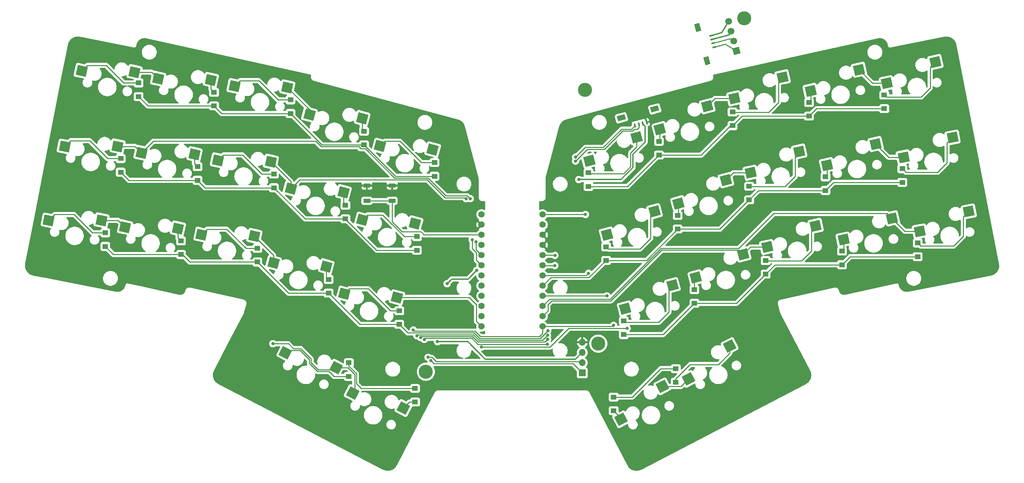
<source format=gbr>
G04 #@! TF.GenerationSoftware,KiCad,Pcbnew,8.0.2-1*
G04 #@! TF.CreationDate,2024-09-10T00:57:15+08:00*
G04 #@! TF.ProjectId,34_monosplit,33345f6d-6f6e-46f7-9370-6c69742e6b69,rev?*
G04 #@! TF.SameCoordinates,Original*
G04 #@! TF.FileFunction,Copper,L2,Bot*
G04 #@! TF.FilePolarity,Positive*
%FSLAX46Y46*%
G04 Gerber Fmt 4.6, Leading zero omitted, Abs format (unit mm)*
G04 Created by KiCad (PCBNEW 8.0.2-1) date 2024-09-10 00:57:15*
%MOMM*%
%LPD*%
G01*
G04 APERTURE LIST*
G04 Aperture macros list*
%AMHorizOval*
0 Thick line with rounded ends*
0 $1 width*
0 $2 $3 position (X,Y) of the first rounded end (center of the circle)*
0 $4 $5 position (X,Y) of the second rounded end (center of the circle)*
0 Add line between two ends*
20,1,$1,$2,$3,$4,$5,0*
0 Add two circle primitives to create the rounded ends*
1,1,$1,$2,$3*
1,1,$1,$4,$5*%
%AMRotRect*
0 Rectangle, with rotation*
0 The origin of the aperture is its center*
0 $1 length*
0 $2 width*
0 $3 Rotation angle, in degrees counterclockwise*
0 Add horizontal line*
21,1,$1,$2,0,0,$3*%
G04 Aperture macros list end*
G04 #@! TA.AperFunction,SMDPad,CuDef*
%ADD10RotRect,2.550000X2.500000X152.500000*%
G04 #@! TD*
G04 #@! TA.AperFunction,ComponentPad*
%ADD11C,3.500000*%
G04 #@! TD*
G04 #@! TA.AperFunction,SMDPad,CuDef*
%ADD12RotRect,2.550000X2.500000X191.000000*%
G04 #@! TD*
G04 #@! TA.AperFunction,SMDPad,CuDef*
%ADD13RotRect,2.550000X2.500000X195.000000*%
G04 #@! TD*
G04 #@! TA.AperFunction,ComponentPad*
%ADD14R,1.700000X1.700000*%
G04 #@! TD*
G04 #@! TA.AperFunction,ComponentPad*
%ADD15O,1.700000X1.700000*%
G04 #@! TD*
G04 #@! TA.AperFunction,SMDPad,CuDef*
%ADD16RotRect,2.550000X2.500000X165.000000*%
G04 #@! TD*
G04 #@! TA.AperFunction,SMDPad,CuDef*
%ADD17RotRect,2.550000X2.500000X167.500000*%
G04 #@! TD*
G04 #@! TA.AperFunction,ComponentPad*
%ADD18RotRect,1.700000X1.700000X195.000000*%
G04 #@! TD*
G04 #@! TA.AperFunction,ComponentPad*
%ADD19HorizOval,1.700000X0.000000X0.000000X0.000000X0.000000X0*%
G04 #@! TD*
G04 #@! TA.AperFunction,SMDPad,CuDef*
%ADD20RotRect,2.550000X2.500000X192.500000*%
G04 #@! TD*
G04 #@! TA.AperFunction,SMDPad,CuDef*
%ADD21RotRect,2.550000X2.500000X207.500000*%
G04 #@! TD*
G04 #@! TA.AperFunction,SMDPad,CuDef*
%ADD22RotRect,2.550000X2.500000X169.000000*%
G04 #@! TD*
G04 #@! TA.AperFunction,SMDPad,CuDef*
%ADD23R,1.400000X1.200000*%
G04 #@! TD*
G04 #@! TA.AperFunction,ComponentPad*
%ADD24C,1.600000*%
G04 #@! TD*
G04 #@! TA.AperFunction,SMDPad,CuDef*
%ADD25RotRect,0.400000X1.000000X15.000000*%
G04 #@! TD*
G04 #@! TA.AperFunction,SMDPad,CuDef*
%ADD26RotRect,2.000000X1.300000X15.000000*%
G04 #@! TD*
G04 #@! TA.AperFunction,SMDPad,CuDef*
%ADD27RotRect,0.400000X1.000000X105.000000*%
G04 #@! TD*
G04 #@! TA.AperFunction,SMDPad,CuDef*
%ADD28RotRect,2.000000X1.300000X105.000000*%
G04 #@! TD*
G04 #@! TA.AperFunction,SMDPad,CuDef*
%ADD29R,1.700000X1.000000*%
G04 #@! TD*
G04 #@! TA.AperFunction,ViaPad*
%ADD30C,0.800000*%
G04 #@! TD*
G04 #@! TA.AperFunction,Conductor*
%ADD31C,0.250000*%
G04 #@! TD*
G04 #@! TA.AperFunction,Conductor*
%ADD32C,0.300000*%
G04 #@! TD*
G04 APERTURE END LIST*
D10*
X110235176Y-116396284D03*
X122874407Y-120112302D03*
D11*
X168177024Y-40737246D03*
D12*
X247652682Y-57541521D03*
X259857524Y-52581599D03*
D13*
X195792123Y-87553374D03*
X207621248Y-81754168D03*
X169258900Y-58366701D03*
X181088025Y-52567495D03*
D14*
X167499477Y-111349000D03*
D15*
X167499476Y-108808999D03*
X167499478Y-106269000D03*
X167499477Y-103729000D03*
D16*
X112642213Y-73169497D03*
X125786139Y-74061800D03*
D17*
X76657549Y-58312551D03*
X89827886Y-58630676D03*
D16*
X108140549Y-91625582D03*
X121284475Y-92517885D03*
D18*
X205925334Y-30933199D03*
D19*
X205267932Y-28479747D03*
X204610534Y-26026296D03*
X203953133Y-23572844D03*
D13*
X186834595Y-50550899D03*
X198663720Y-44751693D03*
D16*
X90520704Y-83885907D03*
X103664630Y-84778210D03*
D20*
X224443005Y-40963917D03*
X236513829Y-35686211D03*
D21*
X177195880Y-122939262D03*
X187489429Y-114717230D03*
D20*
X209508335Y-61379501D03*
X221579159Y-56101795D03*
D13*
X178172278Y-95293049D03*
X190001403Y-89493843D03*
D17*
X80769893Y-39762967D03*
X93940230Y-40081092D03*
D20*
X232667537Y-78062384D03*
X244738361Y-72784678D03*
D22*
X38437658Y-54837757D03*
X51611810Y-54811012D03*
D20*
X243469440Y-39037201D03*
X255540264Y-33759493D03*
D16*
X117053927Y-54699234D03*
X130197853Y-55591537D03*
D22*
X34431098Y-73297019D03*
X47605250Y-73270274D03*
D20*
X213620731Y-79929321D03*
X225691555Y-74651615D03*
D16*
X99478232Y-46883432D03*
X112622158Y-47775735D03*
D20*
X205395991Y-42829917D03*
X217466815Y-37552211D03*
D11*
X207900099Y-22846548D03*
D20*
X228555270Y-59513152D03*
X240626094Y-54235446D03*
D21*
X193972834Y-112866474D03*
X204266381Y-104644444D03*
D13*
X191490093Y-69031960D03*
X203319218Y-63232754D03*
D11*
X128499936Y-111049001D03*
D17*
X61722879Y-37896967D03*
X74893216Y-38215092D03*
X53498347Y-74995434D03*
X66668684Y-75313559D03*
X42696441Y-35970251D03*
X55866779Y-36288374D03*
D11*
X171499933Y-104049002D03*
D17*
X72545153Y-76862371D03*
X85715490Y-77180496D03*
D16*
X94822734Y-65364493D03*
X107966660Y-66256796D03*
D10*
X93458224Y-106323497D03*
X106097453Y-110039514D03*
D12*
X251659242Y-76000783D03*
X263864084Y-71040861D03*
D13*
X173670614Y-76836964D03*
X185499739Y-71037758D03*
D17*
X57610614Y-56446202D03*
X70780951Y-56764327D03*
D23*
X108430433Y-69505772D03*
X108430433Y-72905772D03*
X75667270Y-41308792D03*
X75667270Y-44708792D03*
D24*
X157610004Y-71816800D03*
X157610004Y-74356800D03*
X157610004Y-76896800D03*
X157610004Y-79436800D03*
X157610004Y-81976800D03*
X157610004Y-84516800D03*
X157610003Y-87056800D03*
X157610004Y-89596800D03*
X157610004Y-92136800D03*
X157610004Y-94676800D03*
X157610004Y-97216800D03*
X157610004Y-99756800D03*
X142370004Y-99756800D03*
X142370004Y-97216800D03*
X142370004Y-94676800D03*
X142370004Y-92136800D03*
X142370004Y-89596800D03*
X142370004Y-87056800D03*
X142370004Y-84516800D03*
X142370004Y-81976800D03*
X142370004Y-79436800D03*
X142370004Y-76896800D03*
X142370004Y-74356800D03*
X142370004Y-71816800D03*
D25*
X180667037Y-49563621D03*
X181632963Y-49304802D03*
X182598888Y-49045983D03*
X183564814Y-48787164D03*
D26*
X177263633Y-47680315D03*
X185570595Y-45454471D03*
D27*
X200437036Y-30022649D03*
X200178217Y-29056724D03*
X199919398Y-28090799D03*
X199660579Y-27124872D03*
D28*
X198553730Y-33426053D03*
X196327886Y-25119091D03*
D23*
X113081732Y-51028840D03*
X113081732Y-54428840D03*
X186627819Y-56972310D03*
X186627819Y-53572310D03*
X71560808Y-59870744D03*
X71560808Y-63270744D03*
D29*
X120083000Y-64577800D03*
X113783000Y-64577800D03*
X120083002Y-68377800D03*
X113783002Y-68377800D03*
D23*
X242797151Y-41986670D03*
X242797151Y-45386670D03*
X130661022Y-62254690D03*
X130661022Y-58854690D03*
X209100979Y-64768800D03*
X209100979Y-68168800D03*
X173446069Y-79864013D03*
X173446069Y-83264013D03*
X126263482Y-80720543D03*
X126263482Y-77320543D03*
X56861600Y-42365600D03*
X56861600Y-38965600D03*
X121860257Y-99243639D03*
X121860257Y-95843639D03*
X177849294Y-98387109D03*
X177849294Y-101787109D03*
X169048529Y-61398160D03*
X169048529Y-64798160D03*
X90608572Y-65133101D03*
X90608572Y-61733101D03*
X104255999Y-88028229D03*
X104255999Y-91428229D03*
X247305698Y-60385509D03*
X247305698Y-63785509D03*
X204969079Y-46232126D03*
X204969079Y-49632126D03*
X125797201Y-118610000D03*
X125797199Y-115210000D03*
X232271726Y-84350499D03*
X232271726Y-80950499D03*
X251146986Y-78927509D03*
X251146986Y-82327509D03*
X190819670Y-113674309D03*
X190819668Y-110274309D03*
X48562565Y-79784039D03*
X48562565Y-76384039D03*
X191279118Y-75449242D03*
X191279118Y-72049242D03*
X94740472Y-46596427D03*
X94740472Y-43196427D03*
X228148743Y-65814214D03*
X228148743Y-62414214D03*
X213223920Y-83306048D03*
X213223920Y-86706048D03*
X52403853Y-61242039D03*
X52403853Y-57842039D03*
X195453552Y-93971699D03*
X195453552Y-90571699D03*
X175325668Y-117386309D03*
X175325670Y-120786309D03*
X109287199Y-108812400D03*
X109287201Y-112212400D03*
X67437825Y-78407029D03*
X67437825Y-81807029D03*
X86485631Y-83670349D03*
X86485631Y-80270349D03*
X224042281Y-47252262D03*
X224042281Y-43852262D03*
D30*
X169048529Y-64798160D03*
X169053400Y-86472600D03*
X130661022Y-62254690D03*
X127215569Y-102529200D03*
X158845064Y-102947947D03*
X158839172Y-101928534D03*
X126258842Y-102079200D03*
X126263482Y-80720543D03*
X158918800Y-100823600D03*
X173650800Y-92136800D03*
X177849294Y-101787109D03*
X125369300Y-100629200D03*
X175325668Y-117386309D03*
X175325668Y-99481800D03*
X125797199Y-115210000D03*
X141138800Y-85786800D03*
X133781000Y-89088800D03*
X131563000Y-85405800D03*
X160290400Y-76388800D03*
X158817200Y-104176400D03*
X128108600Y-102979200D03*
X160670800Y-84567600D03*
X129055347Y-107450531D03*
X165816000Y-58485708D03*
X165814024Y-57462378D03*
X129780347Y-108270453D03*
X160696800Y-82027600D03*
X139551616Y-67861894D03*
X51611810Y-54811012D03*
X55866779Y-36288374D03*
X53498347Y-74995434D03*
X140961000Y-78674800D03*
X57610614Y-56446202D03*
X90338800Y-104074800D03*
X89932400Y-58645600D03*
X94822734Y-65364493D03*
X138532617Y-67868200D03*
X140043516Y-78129441D03*
X93940230Y-40081092D03*
X90520704Y-83885907D03*
X142370004Y-104901400D03*
X173670614Y-76836964D03*
X178172278Y-95293049D03*
X125786139Y-74061800D03*
X169282000Y-58340800D03*
X121284475Y-92517885D03*
X130197853Y-55591537D03*
X178680000Y-100214000D03*
X193972834Y-112866474D03*
X203319218Y-63232754D03*
X207621248Y-81754168D03*
X205350000Y-42846800D03*
X209414000Y-61388800D03*
X240626094Y-54235446D03*
X244738361Y-72784678D03*
X243469440Y-39037201D03*
X247652682Y-57541521D03*
X168291400Y-71816800D03*
X131385200Y-103566800D03*
X166615000Y-63079200D03*
D31*
X224042281Y-47252262D02*
X207348943Y-47252262D01*
X127490569Y-102254200D02*
X140157796Y-102254200D01*
X56861600Y-42365600D02*
X59204792Y-44708792D01*
X140157796Y-102254200D02*
X141540396Y-103636800D01*
X168469200Y-87056800D02*
X157610003Y-87056800D01*
X77554905Y-46596427D02*
X94740472Y-46596427D01*
X75667270Y-44708792D02*
X77554905Y-46596427D01*
X204969079Y-49632126D02*
X204476850Y-49632126D01*
X102572885Y-54428840D02*
X113081732Y-54428840D01*
X242797151Y-45386670D02*
X225907873Y-45386670D01*
X225907873Y-45386670D02*
X224042281Y-47252262D01*
X207348943Y-47252262D02*
X204969079Y-49632126D01*
X158156211Y-103636800D02*
X158845064Y-102947947D01*
X120907582Y-62254690D02*
X130661022Y-62254690D01*
X169048529Y-64798160D02*
X178801969Y-64798160D01*
X94740472Y-46596427D02*
X102572885Y-54428840D01*
X141540396Y-103636800D02*
X158156211Y-103636800D01*
X197136666Y-56972310D02*
X186627819Y-56972310D01*
X204476850Y-49632126D02*
X197136666Y-56972310D01*
X178801969Y-64798160D02*
X186627819Y-56972310D01*
X169053400Y-86472600D02*
X168469200Y-87056800D01*
X127215569Y-102529200D02*
X127490569Y-102254200D01*
X113081732Y-54428840D02*
X120907582Y-62254690D01*
X59204792Y-44708792D02*
X75667270Y-44708792D01*
X126258842Y-102079200D02*
X126533842Y-101804200D01*
X169224000Y-87506800D02*
X169231200Y-87499600D01*
X159700004Y-87506800D02*
X169224000Y-87506800D01*
X108430433Y-72927233D02*
X116223743Y-80720543D01*
X183464347Y-83264013D02*
X191279118Y-75449242D01*
X211455565Y-65814214D02*
X209100979Y-68168800D01*
X52403853Y-61242039D02*
X54432558Y-63270744D01*
X140344192Y-101804200D02*
X141726792Y-103186800D01*
X126533842Y-101804200D02*
X140344192Y-101804200D01*
X247305698Y-63785509D02*
X230177448Y-63785509D01*
X90608572Y-65133101D02*
X98381243Y-72905772D01*
X108430433Y-72905772D02*
X108430433Y-72927233D01*
X157610004Y-89596800D02*
X159700004Y-87506800D01*
X141726792Y-103186800D02*
X157580906Y-103186800D01*
X201820537Y-75449242D02*
X191279118Y-75449242D01*
X73423165Y-65133101D02*
X90608572Y-65133101D01*
X157580906Y-103186800D02*
X158839172Y-101928534D01*
X116223743Y-80720543D02*
X126263482Y-80720543D01*
X209100979Y-68168800D02*
X201820537Y-75449242D01*
X169231200Y-87499600D02*
X169231200Y-87478882D01*
X169231200Y-87478882D02*
X173446069Y-83264013D01*
X54432558Y-63270744D02*
X71560808Y-63270744D01*
X228148743Y-65814214D02*
X211455565Y-65814214D01*
X98381243Y-72905772D02*
X108430433Y-72905772D01*
X71560808Y-63270744D02*
X73423165Y-65133101D01*
X230177448Y-63785509D02*
X228148743Y-65814214D01*
X173446069Y-83264013D02*
X183464347Y-83264013D01*
X205958269Y-93971699D02*
X195453552Y-93971699D01*
X69643549Y-83670349D02*
X86485631Y-83670349D01*
X94243511Y-91428229D02*
X104255999Y-91428229D01*
X157005600Y-102736800D02*
X141913188Y-102736800D01*
X48562565Y-79784039D02*
X50585555Y-81807029D01*
X50585555Y-81807029D02*
X67437825Y-81807029D01*
X86485631Y-83670349D02*
X94243511Y-91428229D01*
X140530588Y-101354200D02*
X123970818Y-101354200D01*
X215579469Y-84350499D02*
X213223920Y-86706048D01*
X158918800Y-100823600D02*
X157005600Y-102736800D01*
X234294716Y-82327509D02*
X232271726Y-84350499D01*
X141913188Y-102736800D02*
X140530588Y-101354200D01*
X187638142Y-101787109D02*
X177849294Y-101787109D01*
X123970818Y-101354200D02*
X121860257Y-99243639D01*
X104255999Y-91428229D02*
X112071409Y-99243639D01*
X232271726Y-84350499D02*
X215579469Y-84350499D01*
X195453552Y-93971699D02*
X187638142Y-101787109D01*
X67780229Y-81807029D02*
X69643549Y-83670349D01*
X173650800Y-92136800D02*
X157610004Y-92136800D01*
X251146986Y-82327509D02*
X234294716Y-82327509D01*
X112071409Y-99243639D02*
X121860257Y-99243639D01*
X213223920Y-86706048D02*
X205958269Y-93971699D01*
X67437825Y-81807029D02*
X67780229Y-81807029D01*
X125369300Y-100629200D02*
X125644300Y-100904200D01*
X142099584Y-102286800D02*
X156819204Y-102286800D01*
X109287199Y-109626002D02*
X109287199Y-108812400D01*
X140716984Y-100904200D02*
X142099584Y-102286800D01*
X112345200Y-115210000D02*
X111185000Y-114049800D01*
X175325668Y-99481800D02*
X175050668Y-99756800D01*
X125644300Y-100904200D02*
X140716984Y-100904200D01*
X111185000Y-111523803D02*
X109287199Y-109626002D01*
X111185000Y-114049800D02*
X111185000Y-111523803D01*
X156819204Y-102286800D02*
X157610004Y-101496000D01*
X157610004Y-101496000D02*
X157610004Y-99756800D01*
X190819668Y-110274309D02*
X187071491Y-110274309D01*
X179959491Y-117386309D02*
X175325668Y-117386309D01*
X187071491Y-110274309D02*
X179959491Y-117386309D01*
X175050668Y-99756800D02*
X157610004Y-99756800D01*
X125797199Y-115210000D02*
X112345200Y-115210000D01*
D32*
X134960500Y-87909300D02*
X133781000Y-89088800D01*
X134960500Y-87909300D02*
X139016300Y-87909300D01*
X139016300Y-87909300D02*
X141138800Y-85786800D01*
D31*
X141443600Y-104176400D02*
X158817200Y-104176400D01*
X128383600Y-102704200D02*
X139971400Y-102704200D01*
X139971400Y-102704200D02*
X141443600Y-104176400D01*
X128108600Y-102979200D02*
X128383600Y-102704200D01*
X177538396Y-50938000D02*
X172973596Y-55502800D01*
X129985731Y-107450531D02*
X129055347Y-107450531D01*
X172973596Y-55502800D02*
X168798908Y-55502800D01*
X167210277Y-108519800D02*
X131055000Y-108519800D01*
X180437054Y-50531600D02*
X180030654Y-50938000D01*
X167499476Y-108806276D02*
X167499476Y-108808999D01*
X168798908Y-55502800D02*
X165816000Y-58485708D01*
X181220000Y-50531600D02*
X180437054Y-50531600D01*
X160670800Y-84567600D02*
X157660804Y-84567600D01*
X131055000Y-108519800D02*
X129985731Y-107450531D01*
X167499476Y-108808999D02*
X167210277Y-108519800D01*
X181632963Y-50118637D02*
X181220000Y-50531600D01*
X181632963Y-49304802D02*
X181632963Y-50118637D01*
X180030654Y-50938000D02*
X177538396Y-50938000D01*
X157660804Y-84567600D02*
X157610004Y-84516800D01*
X130537694Y-109027800D02*
X165178277Y-109027800D01*
X168223602Y-55052800D02*
X172787200Y-55052800D01*
X177352000Y-50488000D02*
X179742658Y-50488000D01*
X160696800Y-82027600D02*
X160595200Y-82027600D01*
X129780347Y-108270453D02*
X130537694Y-109027800D01*
X165178277Y-109027800D02*
X167499477Y-111349000D01*
X160544400Y-81976800D02*
X157610004Y-81976800D01*
X165814024Y-57462378D02*
X168223602Y-55052800D01*
X179742658Y-50488000D02*
X180667037Y-49563621D01*
X172787200Y-55052800D02*
X177352000Y-50488000D01*
X160595200Y-82027600D02*
X160544400Y-81976800D01*
X127245000Y-76134800D02*
X122546000Y-76134800D01*
X120083002Y-68377800D02*
X113783002Y-68377800D01*
X122546000Y-76134800D02*
X120083002Y-73671802D01*
X135226001Y-76896800D02*
X135221001Y-76891800D01*
X128002000Y-76891800D02*
X127245000Y-76134800D01*
X120083002Y-73671802D02*
X120083002Y-68377800D01*
X135221001Y-76891800D02*
X128002000Y-76891800D01*
X142370004Y-76896800D02*
X135226001Y-76896800D01*
X112056732Y-55353840D02*
X112056732Y-54878840D01*
X102386489Y-54878840D02*
X101022449Y-53514800D01*
X51773187Y-73270274D02*
X53498347Y-74995434D01*
X51611810Y-54811012D02*
X55975424Y-54811012D01*
X113370336Y-55353840D02*
X112056732Y-55353840D01*
X120721186Y-62704690D02*
X113370336Y-55353840D01*
X55866779Y-36288374D02*
X60114286Y-36288374D01*
X47605250Y-73270274D02*
X51773187Y-73270274D01*
X101022449Y-53514800D02*
X60542016Y-53514800D01*
X139551616Y-67861894D02*
X138832922Y-67143200D01*
X140961000Y-78674800D02*
X140961000Y-80567796D01*
X55975424Y-54811012D02*
X57610614Y-56446202D01*
X60542016Y-53514800D02*
X57610614Y-56446202D01*
X138832922Y-67143200D02*
X133468000Y-67143200D01*
X112056732Y-54878840D02*
X102386489Y-54878840D01*
X140961000Y-80567796D02*
X142370004Y-81976800D01*
X129029490Y-62704690D02*
X120721186Y-62704690D01*
X133468000Y-67143200D02*
X129029490Y-62704690D01*
X60114286Y-36288374D02*
X61722879Y-37896967D01*
X89827886Y-58630676D02*
X89917476Y-58630676D01*
X138532617Y-67868200D02*
X138257617Y-67593200D01*
X90338800Y-104074800D02*
X94225000Y-104074800D01*
X89932400Y-58645600D02*
X94822734Y-63535934D01*
X105585167Y-110551800D02*
X106097453Y-110039514D01*
X138257617Y-67593200D02*
X133281604Y-67593200D01*
X94225000Y-104074800D02*
X95426000Y-105275800D01*
X141088000Y-83234796D02*
X142370004Y-84516800D01*
X93940230Y-40081092D02*
X99478232Y-45619094D01*
X133281604Y-67593200D02*
X128843094Y-63154690D01*
X95426000Y-105275800D02*
X97332396Y-105275800D01*
X110735000Y-115896460D02*
X110235176Y-116396284D01*
X97032537Y-63154690D02*
X94822734Y-65364493D01*
X90520704Y-81985710D02*
X90520704Y-83885907D01*
X109064315Y-110039514D02*
X110735000Y-111710199D01*
X128843094Y-63154690D02*
X97032537Y-63154690D01*
X85715490Y-77180496D02*
X90520704Y-81985710D01*
X141088000Y-81331192D02*
X141088000Y-83234796D01*
X97332396Y-105275800D02*
X99882000Y-107825404D01*
X106097453Y-110039514D02*
X109064315Y-110039514D01*
X110735000Y-111710199D02*
X110735000Y-115896460D01*
X99478232Y-45619094D02*
X99478232Y-46883432D01*
X94822734Y-63535934D02*
X94822734Y-65364493D01*
X101655896Y-110551800D02*
X105585167Y-110551800D01*
X140043516Y-78129441D02*
X140043516Y-80286708D01*
X99882000Y-107825404D02*
X99882000Y-108777904D01*
X99882000Y-108777904D02*
X101655896Y-110551800D01*
X140043516Y-80286708D02*
X141088000Y-81331192D01*
X89917476Y-58630676D02*
X89932400Y-58645600D01*
X169258900Y-58363900D02*
X169282000Y-58340800D01*
X159463800Y-104901400D02*
X164151200Y-100214000D01*
X142370004Y-104901400D02*
X159463800Y-104901400D01*
X141088000Y-94321200D02*
X139284685Y-92517885D01*
X139284685Y-92517885D02*
X121284475Y-92517885D01*
X169258900Y-58366701D02*
X169258900Y-58363900D01*
X141088000Y-98474796D02*
X141088000Y-94321200D01*
X142370004Y-99756800D02*
X141088000Y-98474796D01*
X164151200Y-100214000D02*
X178680000Y-100214000D01*
X209508335Y-61379501D02*
X209423299Y-61379501D01*
X205395991Y-42829917D02*
X205366883Y-42829917D01*
X158918800Y-95908004D02*
X157610004Y-97216800D01*
X205163172Y-61388800D02*
X203319218Y-63232754D01*
X193972834Y-112866474D02*
X192122078Y-114717230D01*
X209446095Y-79929321D02*
X207621248Y-81754168D01*
X213620731Y-79929321D02*
X209446095Y-79929321D01*
X206559880Y-80692800D02*
X187316000Y-80692800D01*
X174617047Y-93391753D02*
X159848247Y-93391753D01*
X187316000Y-80692800D02*
X174617047Y-93391753D01*
X209423299Y-61379501D02*
X209414000Y-61388800D01*
X205366883Y-42829917D02*
X205350000Y-42846800D01*
X159848247Y-93391753D02*
X158918800Y-94321200D01*
X192122078Y-114717230D02*
X187489429Y-114717230D01*
X200585496Y-42829917D02*
X205395991Y-42829917D01*
X209414000Y-61388800D02*
X205163172Y-61388800D01*
X198663720Y-44751693D02*
X200585496Y-42829917D01*
X158918800Y-94321200D02*
X158918800Y-95908004D01*
X207621248Y-81754168D02*
X206559880Y-80692800D01*
X239864819Y-39037201D02*
X243469440Y-39037201D01*
X174423003Y-92941753D02*
X159345051Y-92941753D01*
X243932169Y-57541521D02*
X247652682Y-57541521D01*
X243502483Y-71548800D02*
X215256000Y-71548800D01*
X215256000Y-71548800D02*
X206562000Y-80242800D01*
X236513829Y-35686211D02*
X239864819Y-39037201D01*
X206562000Y-80242800D02*
X187121956Y-80242800D01*
X240626094Y-54235446D02*
X243932169Y-57541521D01*
X159345051Y-92941753D02*
X157610004Y-94676800D01*
X247954466Y-76000783D02*
X251659242Y-76000783D01*
X187121956Y-80242800D02*
X174423003Y-92941753D01*
X244738361Y-72784678D02*
X243502483Y-71548800D01*
X244738361Y-72784678D02*
X247954466Y-76000783D01*
X168291400Y-71816800D02*
X157610004Y-71816800D01*
X169276590Y-61626221D02*
X169048529Y-61398160D01*
X177796179Y-61626221D02*
X169276590Y-61626221D01*
X179543600Y-56475200D02*
X179543600Y-59878800D01*
X181088025Y-54930775D02*
X179543600Y-56475200D01*
X181088025Y-52567495D02*
X181088025Y-54930775D01*
X179543600Y-59878800D02*
X177796179Y-61626221D01*
X186834595Y-50550899D02*
X186834595Y-53365534D01*
X186834595Y-53365534D02*
X186627819Y-53572310D01*
X213986000Y-46289800D02*
X205026753Y-46289800D01*
X216397844Y-43877956D02*
X213986000Y-46289800D01*
X205026753Y-46289800D02*
X204969079Y-46232126D01*
X216397844Y-38621182D02*
X216397844Y-43877956D01*
X217466815Y-37552211D02*
X216397844Y-38621182D01*
X224443005Y-40963917D02*
X224443005Y-43451538D01*
X224443005Y-43451538D02*
X224042281Y-43852262D01*
X254245000Y-40212521D02*
X251977721Y-42479800D01*
X251977721Y-42479800D02*
X243290281Y-42479800D01*
X254245000Y-35054757D02*
X254245000Y-40212521D01*
X255540264Y-33759493D02*
X254245000Y-35054757D01*
X243290281Y-42479800D02*
X242797151Y-41986670D01*
X174020856Y-80438800D02*
X173446069Y-79864013D01*
X181869000Y-80438800D02*
X174020856Y-80438800D01*
X184522000Y-77785800D02*
X181869000Y-80438800D01*
X185499739Y-71037758D02*
X184522000Y-72015497D01*
X184522000Y-72015497D02*
X184522000Y-77785800D01*
X191490093Y-69031960D02*
X191490093Y-71838267D01*
X191490093Y-71838267D02*
X191279118Y-72049242D01*
X221579159Y-56101795D02*
X220590000Y-57090954D01*
X218050000Y-64831800D02*
X209163979Y-64831800D01*
X220590000Y-62291800D02*
X218050000Y-64831800D01*
X220590000Y-57090954D02*
X220590000Y-62291800D01*
X209163979Y-64831800D02*
X209100979Y-64768800D01*
X228555270Y-62007687D02*
X228148743Y-62414214D01*
X228555270Y-59513152D02*
X228555270Y-62007687D01*
X256086500Y-61275800D02*
X248195989Y-61275800D01*
X248195989Y-61275800D02*
X247305698Y-60385509D01*
X258436000Y-54003123D02*
X258436000Y-58926300D01*
X258436000Y-58926300D02*
X256086500Y-61275800D01*
X259857524Y-52581599D02*
X258436000Y-54003123D01*
X178188985Y-98726800D02*
X177849294Y-98387109D01*
X189094000Y-90401246D02*
X189094000Y-96200800D01*
X189094000Y-96200800D02*
X186568000Y-98726800D01*
X186568000Y-98726800D02*
X178188985Y-98726800D01*
X190001403Y-89493843D02*
X189094000Y-90401246D01*
X195453552Y-90571699D02*
X195453552Y-87891945D01*
X195453552Y-87891945D02*
X195792123Y-87553374D01*
X224654000Y-80913227D02*
X222193427Y-83373800D01*
X225691555Y-74651615D02*
X224654000Y-75689170D01*
X224654000Y-75689170D02*
X224654000Y-80913227D01*
X222193427Y-83373800D02*
X213291672Y-83373800D01*
X213291672Y-83373800D02*
X213223920Y-83306048D01*
X232667537Y-78062384D02*
X232667537Y-80554688D01*
X232667537Y-80554688D02*
X232271726Y-80950499D01*
X251910277Y-79690800D02*
X251146986Y-78927509D01*
X262500000Y-72404945D02*
X262500000Y-77287615D01*
X260096815Y-79690800D02*
X251910277Y-79690800D01*
X262500000Y-77287615D02*
X260096815Y-79690800D01*
X263864084Y-71040861D02*
X262500000Y-72404945D01*
X175325670Y-120786309D02*
X177195880Y-122656519D01*
X177195880Y-122656519D02*
X177195880Y-122939262D01*
X190819670Y-113674309D02*
X190819670Y-112824309D01*
X204266381Y-106428419D02*
X204266381Y-104644444D01*
X190819670Y-112824309D02*
X194376179Y-109267800D01*
X201427000Y-109267800D02*
X204266381Y-106428419D01*
X194376179Y-109267800D02*
X201427000Y-109267800D01*
X53132800Y-38965600D02*
X56861600Y-38965600D01*
X42696441Y-35970251D02*
X44060892Y-34605800D01*
X48773000Y-34605800D02*
X53132800Y-38965600D01*
X44060892Y-34605800D02*
X48773000Y-34605800D01*
X74893216Y-40534738D02*
X75667270Y-41308792D01*
X74893216Y-38215092D02*
X74893216Y-40534738D01*
X91653627Y-43196427D02*
X94740472Y-43196427D01*
X82117060Y-38415800D02*
X86873000Y-38415800D01*
X80769893Y-39762967D02*
X82117060Y-38415800D01*
X86873000Y-38415800D02*
X91653627Y-43196427D01*
X112622158Y-47775735D02*
X112622158Y-50569266D01*
X112622158Y-50569266D02*
X113081732Y-51028840D01*
X117053927Y-54699234D02*
X118224361Y-53528800D01*
X122052001Y-53528800D02*
X127377891Y-58854690D01*
X118224361Y-53528800D02*
X122052001Y-53528800D01*
X127377891Y-58854690D02*
X130661022Y-58854690D01*
X44709000Y-53401800D02*
X49149239Y-57842039D01*
X39873615Y-53401800D02*
X44709000Y-53401800D01*
X49149239Y-57842039D02*
X52403853Y-57842039D01*
X38437658Y-54837757D02*
X39873615Y-53401800D01*
X70780951Y-59090887D02*
X71560808Y-59870744D01*
X70780951Y-56764327D02*
X70780951Y-59090887D01*
X76657549Y-58312551D02*
X78012300Y-56957800D01*
X87584301Y-61733101D02*
X90608572Y-61733101D01*
X82809000Y-56957800D02*
X87584301Y-61733101D01*
X78012300Y-56957800D02*
X82809000Y-56957800D01*
X107966660Y-69041999D02*
X108430433Y-69505772D01*
X107966660Y-66256796D02*
X107966660Y-69041999D01*
X119633002Y-73858198D02*
X123095347Y-77320543D01*
X117720000Y-71943800D02*
X119633002Y-73856802D01*
X119633002Y-73856802D02*
X119633002Y-73858198D01*
X112642213Y-73169497D02*
X113867910Y-71943800D01*
X123095347Y-77320543D02*
X126263482Y-77320543D01*
X113867910Y-71943800D02*
X117720000Y-71943800D01*
X34431098Y-73297019D02*
X35911317Y-71816800D01*
X35911317Y-71816800D02*
X40772000Y-71816800D01*
X45339239Y-76384039D02*
X48562565Y-76384039D01*
X40772000Y-71816800D02*
X45339239Y-76384039D01*
X66668684Y-75313559D02*
X66668684Y-77637888D01*
X66668684Y-77637888D02*
X67437825Y-78407029D01*
X83644652Y-80270349D02*
X86485631Y-80270349D01*
X72545153Y-76862371D02*
X73907724Y-75499800D01*
X78874103Y-75499800D02*
X83644652Y-80270349D01*
X73907724Y-75499800D02*
X78874103Y-75499800D01*
X103664630Y-87436860D02*
X104255999Y-88028229D01*
X103664630Y-84778210D02*
X103664630Y-87436860D01*
X108140549Y-91625582D02*
X109407331Y-90358800D01*
X119623715Y-95843639D02*
X121860257Y-95843639D01*
X114138876Y-90358800D02*
X119623715Y-95843639D01*
X109407331Y-90358800D02*
X114138876Y-90358800D01*
X97146000Y-105725800D02*
X99432000Y-108011800D01*
X104371959Y-111001800D02*
X105582559Y-112212400D01*
X105582559Y-112212400D02*
X109287201Y-112212400D01*
X93458224Y-106323497D02*
X94055921Y-105725800D01*
X94055921Y-105725800D02*
X97146000Y-105725800D01*
X99432000Y-108011800D02*
X99432000Y-108964300D01*
X99432000Y-108964300D02*
X101469500Y-111001800D01*
X101469500Y-111001800D02*
X104371959Y-111001800D01*
X125797201Y-118610000D02*
X124376709Y-118610000D01*
X124376709Y-118610000D02*
X122874407Y-120112302D01*
D32*
X202312646Y-26414253D02*
X203953132Y-23572845D01*
X199660578Y-27124872D02*
X202312646Y-26414253D01*
D31*
X205267934Y-28479747D02*
X204337128Y-27942348D01*
X204337128Y-27942348D02*
X200178217Y-29056723D01*
D32*
X204610535Y-26026296D02*
X204058992Y-26981599D01*
X204058992Y-26981599D02*
X199919399Y-28090798D01*
D31*
X200437036Y-30022649D02*
X203108420Y-29306854D01*
X203108420Y-29306854D02*
X205925334Y-30933199D01*
D32*
X180153200Y-56780000D02*
X183150400Y-53782800D01*
X143297800Y-107935600D02*
X165832878Y-107935600D01*
X165832878Y-107935600D02*
X167499478Y-106269000D01*
X166615000Y-63079200D02*
X177156000Y-63079200D01*
X182598888Y-49218088D02*
X182598888Y-49045983D01*
X180153200Y-60082000D02*
X180153200Y-56780000D01*
X177156000Y-63079200D02*
X180153200Y-60082000D01*
X131385200Y-103566800D02*
X138929000Y-103566800D01*
X183150400Y-53782800D02*
X183150400Y-49769600D01*
X138929000Y-103566800D02*
X143297800Y-107935600D01*
X183150400Y-49769600D02*
X182598888Y-49218088D01*
G04 #@! TA.AperFunction,Conductor*
G36*
X258474492Y-27403333D02*
G01*
X258756604Y-27434521D01*
X258774317Y-27437571D01*
X259050615Y-27502536D01*
X259067830Y-27507699D01*
X259334253Y-27605483D01*
X259350738Y-27612690D01*
X259603449Y-27741882D01*
X259618942Y-27751022D01*
X259699656Y-27805465D01*
X259854220Y-27909721D01*
X259868502Y-27920664D01*
X260082947Y-28106574D01*
X260095805Y-28119159D01*
X260286271Y-28329553D01*
X260297519Y-28343596D01*
X260461237Y-28575414D01*
X260461245Y-28575424D01*
X260470708Y-28590705D01*
X260605301Y-28840587D01*
X260612857Y-28856907D01*
X260716341Y-29121167D01*
X260721878Y-29138286D01*
X260793979Y-29417836D01*
X260795962Y-29426613D01*
X263414334Y-42896971D01*
X271412955Y-84046312D01*
X271412960Y-84046346D01*
X271422577Y-84095810D01*
X271422578Y-84095826D01*
X271422580Y-84095826D01*
X271426039Y-84113627D01*
X271427487Y-84122497D01*
X271465319Y-84408323D01*
X271466598Y-84426271D01*
X271469651Y-84710055D01*
X271468758Y-84728025D01*
X271463141Y-84778847D01*
X271437580Y-85010117D01*
X271434527Y-85027849D01*
X271369574Y-85304121D01*
X271364406Y-85321356D01*
X271266625Y-85587785D01*
X271259417Y-85604272D01*
X271130233Y-85856971D01*
X271121091Y-85872468D01*
X270962383Y-86107763D01*
X270951439Y-86122044D01*
X270890661Y-86192152D01*
X270765537Y-86336480D01*
X270752951Y-86349338D01*
X270542549Y-86539807D01*
X270528510Y-86551051D01*
X270296684Y-86714769D01*
X270281386Y-86724243D01*
X270031512Y-86858824D01*
X270015185Y-86866384D01*
X269750917Y-86969863D01*
X269733796Y-86975400D01*
X269454559Y-87047408D01*
X269445780Y-87049391D01*
X269377319Y-87062696D01*
X269377268Y-87062709D01*
X248854039Y-91052020D01*
X248853968Y-91052029D01*
X248784793Y-91065479D01*
X248775169Y-91067026D01*
X248530248Y-91098198D01*
X248510793Y-91099389D01*
X248268778Y-91098344D01*
X248249334Y-91096985D01*
X248009526Y-91064358D01*
X247990425Y-91060472D01*
X247756935Y-90996821D01*
X247738506Y-90990476D01*
X247515316Y-90896890D01*
X247497872Y-90888193D01*
X247318131Y-90783373D01*
X247288810Y-90766273D01*
X247272653Y-90755376D01*
X247259354Y-90745079D01*
X247081291Y-90607207D01*
X247066694Y-90594293D01*
X247066669Y-90594268D01*
X246938496Y-90464968D01*
X246896311Y-90422412D01*
X246883524Y-90407702D01*
X246883507Y-90407679D01*
X246737030Y-90215044D01*
X246726288Y-90198813D01*
X246606194Y-89988678D01*
X246597653Y-89971164D01*
X246592100Y-89957590D01*
X246506023Y-89747165D01*
X246499839Y-89728681D01*
X246477359Y-89643278D01*
X246437103Y-89490346D01*
X246432762Y-89465395D01*
X246432160Y-89458523D01*
X246432161Y-89458517D01*
X246419732Y-89402453D01*
X246418940Y-89398645D01*
X246416980Y-89388563D01*
X246407993Y-89342330D01*
X246407987Y-89342319D01*
X246405870Y-89335991D01*
X246403638Y-89329861D01*
X246403638Y-89329857D01*
X246394752Y-89312788D01*
X246377123Y-89278922D01*
X246375366Y-89275438D01*
X246350219Y-89223878D01*
X246346565Y-89218359D01*
X246342788Y-89212964D01*
X246303989Y-89170621D01*
X246301415Y-89167737D01*
X246263764Y-89124426D01*
X246263762Y-89124425D01*
X246263760Y-89124422D01*
X246258799Y-89120033D01*
X246253756Y-89115801D01*
X246205320Y-89084944D01*
X246202058Y-89082805D01*
X246154512Y-89050735D01*
X246154511Y-89050734D01*
X246154509Y-89050733D01*
X246154505Y-89050731D01*
X246148562Y-89047768D01*
X246142612Y-89044994D01*
X246134594Y-89042466D01*
X246087859Y-89027731D01*
X246084163Y-89026512D01*
X246029903Y-89007829D01*
X246023385Y-89006503D01*
X246016925Y-89005365D01*
X245959560Y-89002859D01*
X245955674Y-89002638D01*
X245898441Y-88998637D01*
X245891810Y-88999043D01*
X245885268Y-88999615D01*
X245829239Y-89012037D01*
X245825424Y-89012831D01*
X245769077Y-89023784D01*
X245762399Y-89026019D01*
X245747379Y-89030184D01*
X233118983Y-91829832D01*
X233118944Y-91829838D01*
X233059865Y-91842939D01*
X233059855Y-91842941D01*
X233052407Y-91844592D01*
X233040904Y-91846672D01*
X232856380Y-91872613D01*
X232833041Y-91874041D01*
X232652620Y-91870897D01*
X232629344Y-91868657D01*
X232451624Y-91837322D01*
X232428988Y-91831468D01*
X232258362Y-91772719D01*
X232236917Y-91763394D01*
X232077586Y-91678674D01*
X232057867Y-91666111D01*
X231913755Y-91557511D01*
X231896242Y-91542017D01*
X231797503Y-91439763D01*
X231770886Y-91412199D01*
X231756015Y-91394157D01*
X231748629Y-91383608D01*
X231652516Y-91246332D01*
X231640653Y-91226192D01*
X231561551Y-91063986D01*
X231552984Y-91042231D01*
X231498353Y-90863499D01*
X231495380Y-90852207D01*
X231482508Y-90794124D01*
X231482506Y-90794121D01*
X231480139Y-90783439D01*
X231480119Y-90783373D01*
X231479277Y-90779576D01*
X231475077Y-90760627D01*
X231470989Y-90742184D01*
X231470991Y-90742183D01*
X231470984Y-90742167D01*
X231455730Y-90673294D01*
X231384303Y-90510894D01*
X231321224Y-90420786D01*
X231282562Y-90365558D01*
X231282561Y-90365557D01*
X231282559Y-90365554D01*
X231154408Y-90242863D01*
X231151132Y-90240776D01*
X231004784Y-90147541D01*
X231004782Y-90147540D01*
X231004780Y-90147539D01*
X230839426Y-90083245D01*
X230664705Y-90052455D01*
X230498304Y-90056111D01*
X230487334Y-90056353D01*
X230487330Y-90056353D01*
X230487329Y-90056354D01*
X230405782Y-90074448D01*
X230405745Y-90074456D01*
X230402239Y-90075233D01*
X230402203Y-90075240D01*
X230402204Y-90075241D01*
X216888084Y-93071249D01*
X216887614Y-93071386D01*
X216882655Y-93072484D01*
X216882650Y-93072485D01*
X216882650Y-93072486D01*
X216733334Y-93135165D01*
X216733298Y-93135180D01*
X216733295Y-93135182D01*
X216597535Y-93223513D01*
X216597531Y-93223516D01*
X216479710Y-93334659D01*
X216479707Y-93334662D01*
X216383611Y-93465041D01*
X216312316Y-93610484D01*
X216268118Y-93766316D01*
X216252437Y-93927529D01*
X216252437Y-93927531D01*
X216265773Y-94088952D01*
X216283445Y-94154879D01*
X216283447Y-94154894D01*
X216283449Y-94154894D01*
X216819902Y-96156964D01*
X216819909Y-96156991D01*
X216842129Y-96239981D01*
X216842138Y-96240010D01*
X216925739Y-96480542D01*
X216925752Y-96480577D01*
X217026612Y-96714399D01*
X217026612Y-96714400D01*
X217026620Y-96714415D01*
X217085427Y-96827336D01*
X217085433Y-96827360D01*
X217085439Y-96827358D01*
X217115865Y-96885806D01*
X224301105Y-110688523D01*
X224301108Y-110688530D01*
X224304578Y-110695195D01*
X224304579Y-110695199D01*
X224317442Y-110719907D01*
X224332920Y-110749638D01*
X224336832Y-110757743D01*
X224454288Y-111021064D01*
X224460611Y-111037905D01*
X224544143Y-111309152D01*
X224544143Y-111309153D01*
X224548390Y-111326636D01*
X224551589Y-111344429D01*
X224598613Y-111605960D01*
X224600722Y-111623830D01*
X224616908Y-111907170D01*
X224616848Y-111925163D01*
X224598763Y-112208398D01*
X224596534Y-112226252D01*
X224544442Y-112505228D01*
X224540078Y-112522684D01*
X224454734Y-112793359D01*
X224448297Y-112810162D01*
X224330948Y-113068577D01*
X224322532Y-113084481D01*
X224174897Y-113326854D01*
X224164627Y-113341627D01*
X223988842Y-113564452D01*
X223976864Y-113577880D01*
X223775511Y-113777880D01*
X223762003Y-113789766D01*
X223538013Y-113964036D01*
X223523171Y-113974208D01*
X223275873Y-114122568D01*
X223268020Y-114126962D01*
X223213613Y-114155283D01*
X223213614Y-114155284D01*
X182219258Y-135495593D01*
X182219211Y-135495615D01*
X182158563Y-135527189D01*
X182150458Y-135531102D01*
X181887138Y-135648560D01*
X181870292Y-135654884D01*
X181599063Y-135738411D01*
X181581579Y-135742659D01*
X181302250Y-135792885D01*
X181284380Y-135794994D01*
X181001037Y-135811182D01*
X180983044Y-135811122D01*
X180699819Y-135793038D01*
X180681964Y-135790810D01*
X180402972Y-135738716D01*
X180385516Y-135734351D01*
X180114849Y-135649010D01*
X180098046Y-135642573D01*
X179839631Y-135525223D01*
X179823728Y-135516808D01*
X179783301Y-135492183D01*
X179581344Y-135369166D01*
X179566583Y-135358904D01*
X179343761Y-135183119D01*
X179330333Y-135171142D01*
X179130326Y-134969780D01*
X179118440Y-134956271D01*
X178944171Y-134732278D01*
X178934000Y-134717436D01*
X178916718Y-134688628D01*
X178785650Y-134470149D01*
X178781266Y-134462316D01*
X178752935Y-134407888D01*
X178752933Y-134407886D01*
X178747679Y-134397792D01*
X178747665Y-134397769D01*
X171324330Y-120137677D01*
X174117170Y-120137677D01*
X174117170Y-121434940D01*
X174117171Y-121434961D01*
X174123680Y-121495509D01*
X174140935Y-121541769D01*
X174174781Y-121632513D01*
X174262409Y-121749570D01*
X174379466Y-121837198D01*
X174516469Y-121888298D01*
X174577032Y-121894809D01*
X174941564Y-121894809D01*
X175016064Y-121914771D01*
X175070602Y-121969309D01*
X175090564Y-122043809D01*
X175070602Y-122118309D01*
X175065289Y-122126834D01*
X175061170Y-122132971D01*
X174997805Y-122264743D01*
X174997804Y-122264745D01*
X174997804Y-122264747D01*
X174988176Y-122323423D01*
X174974128Y-122409039D01*
X174974128Y-122409044D01*
X174992061Y-122554154D01*
X174992061Y-122554156D01*
X175014249Y-122610879D01*
X175014251Y-122610884D01*
X175014252Y-122610885D01*
X176203629Y-124895659D01*
X176213543Y-124914702D01*
X176247281Y-124965411D01*
X176307485Y-125019704D01*
X176355868Y-125063338D01*
X176487646Y-125126707D01*
X176631939Y-125150383D01*
X176777057Y-125132448D01*
X176802800Y-125122378D01*
X176833770Y-125110265D01*
X176833774Y-125110262D01*
X176833784Y-125110259D01*
X178728878Y-124123734D01*
X178804177Y-124107042D01*
X178877736Y-124130235D01*
X178929843Y-124187099D01*
X178946678Y-124255900D01*
X178946678Y-124360945D01*
X178976238Y-124547582D01*
X179034631Y-124727296D01*
X179120418Y-124895663D01*
X179231488Y-125048537D01*
X179365105Y-125182154D01*
X179517979Y-125293224D01*
X179686346Y-125379011D01*
X179866060Y-125437404D01*
X180052697Y-125466964D01*
X180052702Y-125466964D01*
X180241654Y-125466964D01*
X180241659Y-125466964D01*
X180428296Y-125437404D01*
X180608010Y-125379011D01*
X180776377Y-125293224D01*
X180929251Y-125182154D01*
X181062868Y-125048537D01*
X181173938Y-124895663D01*
X181259725Y-124727296D01*
X181318118Y-124547582D01*
X181347678Y-124360945D01*
X181347678Y-124171983D01*
X181318118Y-123985346D01*
X181259725Y-123805632D01*
X181173938Y-123637265D01*
X181062868Y-123484391D01*
X180929251Y-123350774D01*
X180818263Y-123270136D01*
X180769726Y-123210197D01*
X180757661Y-123134018D01*
X180785302Y-123062013D01*
X180845242Y-123013475D01*
X180848698Y-123011990D01*
X180876730Y-123000379D01*
X181075454Y-122885646D01*
X181257503Y-122745954D01*
X181419761Y-122583696D01*
X181559453Y-122401647D01*
X181674186Y-122202923D01*
X181762000Y-121990922D01*
X181821197Y-121769992D01*
X182352694Y-121769992D01*
X182352694Y-122071569D01*
X182392054Y-122370541D01*
X182392055Y-122370547D01*
X182392056Y-122370549D01*
X182441253Y-122554156D01*
X182470108Y-122661842D01*
X182585513Y-122940453D01*
X182686033Y-123114558D01*
X182736294Y-123201613D01*
X182919875Y-123440861D01*
X183133114Y-123654100D01*
X183372362Y-123837681D01*
X183633526Y-123988464D01*
X183912136Y-124103868D01*
X184203426Y-124181919D01*
X184203432Y-124181919D01*
X184203433Y-124181920D01*
X184242772Y-124187099D01*
X184502411Y-124221281D01*
X184803977Y-124221281D01*
X185102962Y-124181919D01*
X185394252Y-124103868D01*
X185672862Y-123988464D01*
X185934026Y-123837681D01*
X186173274Y-123654100D01*
X186386513Y-123440861D01*
X186570094Y-123201613D01*
X186720877Y-122940449D01*
X186836281Y-122661839D01*
X186914332Y-122370549D01*
X186953694Y-122071564D01*
X186953694Y-121769998D01*
X186914332Y-121471013D01*
X186836281Y-121179723D01*
X186720877Y-120901113D01*
X186570094Y-120639949D01*
X186386513Y-120400701D01*
X186173274Y-120187462D01*
X185934026Y-120003881D01*
X185673893Y-119853693D01*
X185672866Y-119853100D01*
X185672864Y-119853099D01*
X185672862Y-119853098D01*
X185462287Y-119765875D01*
X185394255Y-119737695D01*
X185394253Y-119737694D01*
X185394252Y-119737694D01*
X185102962Y-119659643D01*
X185102960Y-119659642D01*
X185102954Y-119659641D01*
X184803982Y-119620281D01*
X184803977Y-119620281D01*
X184502411Y-119620281D01*
X184502405Y-119620281D01*
X184203433Y-119659641D01*
X183912132Y-119737695D01*
X183633521Y-119853100D01*
X183372363Y-120003880D01*
X183372362Y-120003881D01*
X183133114Y-120187462D01*
X183133112Y-120187463D01*
X183133108Y-120187467D01*
X182919880Y-120400695D01*
X182919876Y-120400699D01*
X182919875Y-120400701D01*
X182845671Y-120497406D01*
X182736293Y-120639950D01*
X182585513Y-120901108D01*
X182470108Y-121179719D01*
X182392054Y-121471020D01*
X182352694Y-121769992D01*
X181821197Y-121769992D01*
X181821390Y-121769273D01*
X181851342Y-121541769D01*
X181851342Y-121312301D01*
X181821390Y-121084797D01*
X181762000Y-120863149D01*
X181730384Y-120786820D01*
X181674186Y-120651147D01*
X181559453Y-120452423D01*
X181559450Y-120452419D01*
X181559450Y-120452418D01*
X181419760Y-120270373D01*
X181257503Y-120108116D01*
X181075457Y-119968426D01*
X180876734Y-119853693D01*
X180876732Y-119853692D01*
X180876730Y-119853691D01*
X180802752Y-119823048D01*
X180664726Y-119765875D01*
X180443073Y-119706485D01*
X180215579Y-119676535D01*
X180215576Y-119676535D01*
X179986108Y-119676535D01*
X179986104Y-119676535D01*
X179758612Y-119706485D01*
X179758609Y-119706485D01*
X179536958Y-119765875D01*
X179536957Y-119765875D01*
X179324949Y-119853693D01*
X179126226Y-119968426D01*
X179126225Y-119968426D01*
X178944180Y-120108116D01*
X178781923Y-120270373D01*
X178642233Y-120452418D01*
X178642233Y-120452419D01*
X178527500Y-120651142D01*
X178439683Y-120863149D01*
X178430721Y-120896597D01*
X178392157Y-120963392D01*
X178325362Y-121001956D01*
X178248234Y-121001956D01*
X178181439Y-120963392D01*
X178162747Y-120940569D01*
X178144482Y-120913118D01*
X178144478Y-120913112D01*
X178078364Y-120853489D01*
X178035892Y-120815186D01*
X178035890Y-120815185D01*
X178035889Y-120815184D01*
X177904117Y-120751818D01*
X177904115Y-120751817D01*
X177856016Y-120743925D01*
X177759821Y-120728141D01*
X177759819Y-120728141D01*
X177614704Y-120746075D01*
X177614698Y-120746077D01*
X177557986Y-120768259D01*
X177557983Y-120768261D01*
X176764131Y-121181513D01*
X176688831Y-121198206D01*
X176615273Y-121175013D01*
X176589972Y-121154707D01*
X176577811Y-121142546D01*
X176539247Y-121075751D01*
X176534170Y-121037187D01*
X176534170Y-120137677D01*
X176534170Y-120137671D01*
X176527659Y-120077108D01*
X176476559Y-119940105D01*
X176388931Y-119823048D01*
X176271874Y-119735420D01*
X176226891Y-119718642D01*
X176134870Y-119684319D01*
X176074322Y-119677810D01*
X176074313Y-119677809D01*
X176074308Y-119677809D01*
X174577032Y-119677809D01*
X174577026Y-119677809D01*
X174577017Y-119677810D01*
X174516469Y-119684319D01*
X174379468Y-119735419D01*
X174379464Y-119735421D01*
X174262409Y-119823048D01*
X174174782Y-119940103D01*
X174174780Y-119940107D01*
X174123680Y-120077108D01*
X174117171Y-120137656D01*
X174117170Y-120137677D01*
X171324330Y-120137677D01*
X170982286Y-119480617D01*
X187958710Y-119480617D01*
X187958710Y-119669579D01*
X187988270Y-119856216D01*
X188046663Y-120035930D01*
X188132450Y-120204297D01*
X188243520Y-120357171D01*
X188377137Y-120490788D01*
X188530011Y-120601858D01*
X188698378Y-120687645D01*
X188878092Y-120746038D01*
X189064729Y-120775598D01*
X189064734Y-120775598D01*
X189253686Y-120775598D01*
X189253691Y-120775598D01*
X189440328Y-120746038D01*
X189620042Y-120687645D01*
X189788409Y-120601858D01*
X189941283Y-120490788D01*
X190074900Y-120357171D01*
X190185970Y-120204297D01*
X190271757Y-120035930D01*
X190330150Y-119856216D01*
X190359710Y-119669579D01*
X190359710Y-119480617D01*
X190330150Y-119293980D01*
X190271757Y-119114266D01*
X190185970Y-118945899D01*
X190074900Y-118793025D01*
X189941283Y-118659408D01*
X189788409Y-118548338D01*
X189683348Y-118494807D01*
X189620052Y-118462556D01*
X189620051Y-118462555D01*
X189620042Y-118462551D01*
X189440328Y-118404158D01*
X189253691Y-118374598D01*
X189064729Y-118374598D01*
X188878092Y-118404158D01*
X188708310Y-118459324D01*
X188698378Y-118462551D01*
X188698373Y-118462553D01*
X188698367Y-118462556D01*
X188530014Y-118548336D01*
X188530009Y-118548339D01*
X188377146Y-118659401D01*
X188377135Y-118659410D01*
X188243522Y-118793023D01*
X188243513Y-118793034D01*
X188132451Y-118945897D01*
X188132448Y-118945902D01*
X188046668Y-119114255D01*
X188046665Y-119114261D01*
X188046663Y-119114266D01*
X187988270Y-119293980D01*
X187958710Y-119480617D01*
X170982286Y-119480617D01*
X169554402Y-116737677D01*
X174117168Y-116737677D01*
X174117168Y-118034940D01*
X174117169Y-118034961D01*
X174123678Y-118095509D01*
X174163344Y-118201855D01*
X174174779Y-118232513D01*
X174262407Y-118349570D01*
X174379464Y-118437198D01*
X174516467Y-118488298D01*
X174577030Y-118494809D01*
X174577037Y-118494809D01*
X176074299Y-118494809D01*
X176074306Y-118494809D01*
X176134869Y-118488298D01*
X176271872Y-118437198D01*
X176388929Y-118349570D01*
X176476557Y-118232513D01*
X176502894Y-118161899D01*
X176519740Y-118116738D01*
X176564479Y-118053911D01*
X176634638Y-118021872D01*
X176659345Y-118019809D01*
X180021885Y-118019809D01*
X180144276Y-117995464D01*
X180259566Y-117947709D01*
X180363324Y-117878380D01*
X182629031Y-115612672D01*
X182695824Y-115574110D01*
X182772952Y-115574110D01*
X182839747Y-115612674D01*
X182878311Y-115679469D01*
X182878311Y-115756596D01*
X182839969Y-115899692D01*
X182839969Y-115899695D01*
X182810019Y-116127187D01*
X182810019Y-116356662D01*
X182839969Y-116584154D01*
X182839969Y-116584157D01*
X182899359Y-116805808D01*
X182899359Y-116805809D01*
X182959794Y-116951711D01*
X182987175Y-117017813D01*
X183053457Y-117132618D01*
X183101910Y-117216540D01*
X183101910Y-117216541D01*
X183200409Y-117344905D01*
X183241600Y-117398586D01*
X183403858Y-117560844D01*
X183585907Y-117700536D01*
X183784631Y-117815269D01*
X183963581Y-117889392D01*
X183996634Y-117903084D01*
X184077898Y-117924858D01*
X184218281Y-117962473D01*
X184218285Y-117962473D01*
X184218287Y-117962474D01*
X184288211Y-117971679D01*
X184445782Y-117992424D01*
X184445783Y-117992425D01*
X184445785Y-117992425D01*
X184675255Y-117992425D01*
X184675255Y-117992424D01*
X184902749Y-117962474D01*
X184902751Y-117962474D01*
X184902752Y-117962473D01*
X184902757Y-117962473D01*
X185124402Y-117903084D01*
X185124403Y-117903084D01*
X185124404Y-117903083D01*
X185124406Y-117903083D01*
X185336407Y-117815269D01*
X185535131Y-117700536D01*
X185717180Y-117560844D01*
X185879438Y-117398586D01*
X186019130Y-117216537D01*
X186133863Y-117017813D01*
X186221677Y-116805812D01*
X186239897Y-116737811D01*
X186278458Y-116671020D01*
X186345252Y-116632455D01*
X186422380Y-116632453D01*
X186489176Y-116671016D01*
X186507870Y-116693841D01*
X186540826Y-116743373D01*
X186540830Y-116743379D01*
X186601034Y-116797672D01*
X186649417Y-116841306D01*
X186781195Y-116904675D01*
X186925488Y-116928351D01*
X187070606Y-116910416D01*
X187096349Y-116900346D01*
X187127319Y-116888233D01*
X187127323Y-116888230D01*
X187127333Y-116888227D01*
X189475495Y-115665851D01*
X189526209Y-115632110D01*
X189624137Y-115523523D01*
X189666629Y-115435157D01*
X189716905Y-115376669D01*
X189789690Y-115351153D01*
X189800910Y-115350730D01*
X192184472Y-115350730D01*
X192306863Y-115326385D01*
X192422153Y-115278630D01*
X192525911Y-115209301D01*
X192828665Y-114906546D01*
X192895456Y-114867984D01*
X192972585Y-114867984D01*
X193033809Y-114901257D01*
X193069407Y-114933360D01*
X193132822Y-114990550D01*
X193264600Y-115053919D01*
X193408893Y-115077595D01*
X193554011Y-115059660D01*
X193579754Y-115049590D01*
X193610724Y-115037477D01*
X193610728Y-115037474D01*
X193610738Y-115037471D01*
X195505832Y-114050946D01*
X195581131Y-114034254D01*
X195654690Y-114057447D01*
X195706797Y-114114311D01*
X195723632Y-114183112D01*
X195723632Y-114288158D01*
X195753192Y-114474795D01*
X195811585Y-114654509D01*
X195897372Y-114822876D01*
X196008442Y-114975750D01*
X196142059Y-115109367D01*
X196294933Y-115220437D01*
X196463300Y-115306224D01*
X196643014Y-115364617D01*
X196829651Y-115394177D01*
X196829656Y-115394177D01*
X197018608Y-115394177D01*
X197018613Y-115394177D01*
X197205250Y-115364617D01*
X197384964Y-115306224D01*
X197553331Y-115220437D01*
X197706205Y-115109367D01*
X197839822Y-114975750D01*
X197950892Y-114822876D01*
X198036679Y-114654509D01*
X198095072Y-114474795D01*
X198124632Y-114288158D01*
X198124632Y-114099196D01*
X198095072Y-113912559D01*
X198036679Y-113732845D01*
X197950892Y-113564478D01*
X197839822Y-113411604D01*
X197706205Y-113277987D01*
X197595217Y-113197349D01*
X197546680Y-113137410D01*
X197534615Y-113061231D01*
X197562256Y-112989226D01*
X197622196Y-112940688D01*
X197625715Y-112939176D01*
X197653683Y-112927592D01*
X197852407Y-112812859D01*
X197855921Y-112810163D01*
X197877820Y-112793359D01*
X198034456Y-112673167D01*
X198196714Y-112510909D01*
X198336406Y-112328860D01*
X198451139Y-112130136D01*
X198538953Y-111918135D01*
X198598343Y-111696486D01*
X198628295Y-111468982D01*
X198628295Y-111239514D01*
X198598343Y-111012010D01*
X198538953Y-110790361D01*
X198531471Y-110772299D01*
X198500012Y-110696349D01*
X198451139Y-110578360D01*
X198336406Y-110379636D01*
X198336403Y-110379632D01*
X198336403Y-110379631D01*
X198196713Y-110197586D01*
X198154786Y-110155659D01*
X198116222Y-110088864D01*
X198116222Y-110011736D01*
X198154786Y-109944941D01*
X198221581Y-109906377D01*
X198260145Y-109901300D01*
X199763724Y-109901300D01*
X199838224Y-109921262D01*
X199892762Y-109975800D01*
X199912724Y-110050300D01*
X199892762Y-110124800D01*
X199869083Y-110155659D01*
X199696833Y-110327908D01*
X199696829Y-110327912D01*
X199696828Y-110327914D01*
X199607788Y-110443953D01*
X199513246Y-110567163D01*
X199362466Y-110828321D01*
X199247061Y-111106932D01*
X199169007Y-111398233D01*
X199129647Y-111697205D01*
X199129647Y-111998782D01*
X199169007Y-112297754D01*
X199169008Y-112297760D01*
X199169009Y-112297762D01*
X199242576Y-112572319D01*
X199247061Y-112589055D01*
X199283317Y-112676584D01*
X199361718Y-112865862D01*
X199362466Y-112867666D01*
X199453682Y-113025656D01*
X199513247Y-113128826D01*
X199696828Y-113368074D01*
X199910067Y-113581313D01*
X200149315Y-113764894D01*
X200410479Y-113915677D01*
X200689089Y-114031081D01*
X200980379Y-114109132D01*
X200980385Y-114109132D01*
X200980386Y-114109133D01*
X201061661Y-114119833D01*
X201279364Y-114148494D01*
X201580930Y-114148494D01*
X201879915Y-114109132D01*
X202171205Y-114031081D01*
X202449815Y-113915677D01*
X202710979Y-113764894D01*
X202950227Y-113581313D01*
X203163466Y-113368074D01*
X203347047Y-113128826D01*
X203497830Y-112867662D01*
X203613234Y-112589052D01*
X203691285Y-112297762D01*
X203730647Y-111998777D01*
X203730647Y-111697211D01*
X203691285Y-111398226D01*
X203613234Y-111106936D01*
X203497830Y-110828326D01*
X203347047Y-110567162D01*
X203163466Y-110327914D01*
X202950227Y-110114675D01*
X202710979Y-109931094D01*
X202528069Y-109825491D01*
X202449819Y-109780313D01*
X202449817Y-109780312D01*
X202449815Y-109780311D01*
X202267856Y-109704941D01*
X202203694Y-109678364D01*
X202142504Y-109631411D01*
X202112989Y-109560154D01*
X202123056Y-109483686D01*
X202155352Y-109435350D01*
X202182872Y-109407830D01*
X204735662Y-109407830D01*
X204735662Y-109596792D01*
X204765222Y-109783429D01*
X204823615Y-109963143D01*
X204823619Y-109963152D01*
X204823620Y-109963153D01*
X204848374Y-110011736D01*
X204909402Y-110131510D01*
X205020472Y-110284384D01*
X205154089Y-110418001D01*
X205306963Y-110529071D01*
X205475330Y-110614858D01*
X205655044Y-110673251D01*
X205841681Y-110702811D01*
X205841686Y-110702811D01*
X206030638Y-110702811D01*
X206030643Y-110702811D01*
X206217280Y-110673251D01*
X206396994Y-110614858D01*
X206565361Y-110529071D01*
X206718235Y-110418001D01*
X206851852Y-110284384D01*
X206962922Y-110131510D01*
X207048709Y-109963143D01*
X207107102Y-109783429D01*
X207136662Y-109596792D01*
X207136662Y-109407830D01*
X207107102Y-109221193D01*
X207048709Y-109041479D01*
X206962922Y-108873112D01*
X206851852Y-108720238D01*
X206718235Y-108586621D01*
X206565361Y-108475551D01*
X206396994Y-108389764D01*
X206217280Y-108331371D01*
X206030643Y-108301811D01*
X205841681Y-108301811D01*
X205655044Y-108331371D01*
X205485262Y-108386537D01*
X205475330Y-108389764D01*
X205475325Y-108389766D01*
X205475319Y-108389769D01*
X205306966Y-108475549D01*
X205306961Y-108475552D01*
X205154098Y-108586614D01*
X205154087Y-108586623D01*
X205020474Y-108720236D01*
X205020465Y-108720247D01*
X204909403Y-108873110D01*
X204909400Y-108873115D01*
X204823620Y-109041468D01*
X204823617Y-109041474D01*
X204823615Y-109041479D01*
X204765222Y-109221193D01*
X204735662Y-109407830D01*
X202182872Y-109407830D01*
X204758452Y-106832252D01*
X204827781Y-106728494D01*
X204875536Y-106613204D01*
X204899881Y-106490813D01*
X204899881Y-106387582D01*
X204919843Y-106313082D01*
X204974381Y-106258544D01*
X204980080Y-106255417D01*
X205003485Y-106243233D01*
X206252447Y-105593065D01*
X206303161Y-105559324D01*
X206401089Y-105450737D01*
X206464457Y-105318959D01*
X206488133Y-105174666D01*
X206470199Y-105029548D01*
X206448009Y-104972821D01*
X205248721Y-102669009D01*
X205224972Y-102633314D01*
X205214979Y-102618294D01*
X205145238Y-102555400D01*
X205106393Y-102520368D01*
X205106391Y-102520367D01*
X205106390Y-102520366D01*
X204974618Y-102457000D01*
X204974616Y-102456999D01*
X204923275Y-102448575D01*
X204830322Y-102433323D01*
X204830320Y-102433323D01*
X204685205Y-102451257D01*
X204685199Y-102451259D01*
X204628490Y-102473440D01*
X202280311Y-103695825D01*
X202229601Y-103729563D01*
X202229600Y-103729564D01*
X202131673Y-103838149D01*
X202068306Y-103969925D01*
X202068305Y-103969927D01*
X202068305Y-103969929D01*
X202052280Y-104067590D01*
X202044629Y-104114221D01*
X202044629Y-104114226D01*
X202062562Y-104259336D01*
X202062562Y-104259338D01*
X202082715Y-104310857D01*
X202091264Y-104387510D01*
X202060341Y-104458168D01*
X201998232Y-104503898D01*
X201921579Y-104512447D01*
X201905390Y-104509059D01*
X201679703Y-104448588D01*
X201452209Y-104418638D01*
X201452206Y-104418638D01*
X201222738Y-104418638D01*
X201222734Y-104418638D01*
X200995242Y-104448588D01*
X200995239Y-104448588D01*
X200773588Y-104507978D01*
X200773587Y-104507978D01*
X200561579Y-104595796D01*
X200362856Y-104710529D01*
X200362855Y-104710529D01*
X200180810Y-104850219D01*
X200018553Y-105012476D01*
X199878863Y-105194521D01*
X199878863Y-105194522D01*
X199764130Y-105393245D01*
X199676312Y-105605253D01*
X199676312Y-105605254D01*
X199616922Y-105826905D01*
X199616922Y-105826908D01*
X199586972Y-106054400D01*
X199586972Y-106283875D01*
X199616922Y-106511367D01*
X199616922Y-106511370D01*
X199676312Y-106733021D01*
X199676312Y-106733022D01*
X199726283Y-106853661D01*
X199751105Y-106913587D01*
X199764130Y-106945030D01*
X199800112Y-107007353D01*
X199869825Y-107128100D01*
X199878863Y-107143753D01*
X199878863Y-107143754D01*
X199998991Y-107300306D01*
X200018553Y-107325799D01*
X200180811Y-107488057D01*
X200362860Y-107627749D01*
X200561584Y-107742482D01*
X200700703Y-107800107D01*
X200773587Y-107830297D01*
X200869567Y-107856014D01*
X200995234Y-107889686D01*
X200995238Y-107889686D01*
X200995240Y-107889687D01*
X201065164Y-107898892D01*
X201222735Y-107919637D01*
X201222736Y-107919638D01*
X201222738Y-107919638D01*
X201452208Y-107919638D01*
X201452208Y-107919637D01*
X201492591Y-107914321D01*
X201508818Y-107912185D01*
X201585286Y-107922252D01*
X201646476Y-107969204D01*
X201675992Y-108040461D01*
X201665925Y-108116929D01*
X201633626Y-108165269D01*
X201208237Y-108590659D01*
X201141442Y-108629223D01*
X201102878Y-108634300D01*
X194313785Y-108634300D01*
X194191396Y-108658644D01*
X194076108Y-108706397D01*
X194076096Y-108706404D01*
X193972349Y-108775726D01*
X193972342Y-108775732D01*
X192282527Y-110465548D01*
X192215732Y-110504112D01*
X192138604Y-110504112D01*
X192071809Y-110465548D01*
X192033245Y-110398753D01*
X192028168Y-110360189D01*
X192028168Y-109625677D01*
X192028168Y-109625671D01*
X192021657Y-109565108D01*
X191970557Y-109428105D01*
X191882929Y-109311048D01*
X191765872Y-109223420D01*
X191744022Y-109215270D01*
X191628868Y-109172319D01*
X191568320Y-109165810D01*
X191568311Y-109165809D01*
X191568306Y-109165809D01*
X190071030Y-109165809D01*
X190071024Y-109165809D01*
X190071015Y-109165810D01*
X190010467Y-109172319D01*
X189873466Y-109223419D01*
X189873462Y-109223421D01*
X189756407Y-109311048D01*
X189668780Y-109428103D01*
X189668778Y-109428107D01*
X189625596Y-109543880D01*
X189580857Y-109606707D01*
X189510698Y-109638746D01*
X189485991Y-109640809D01*
X187009097Y-109640809D01*
X186886708Y-109665153D01*
X186771420Y-109712906D01*
X186771408Y-109712913D01*
X186667661Y-109782235D01*
X186667654Y-109782241D01*
X179740728Y-116709168D01*
X179673933Y-116747732D01*
X179635369Y-116752809D01*
X176659345Y-116752809D01*
X176584845Y-116732847D01*
X176530307Y-116678309D01*
X176519740Y-116655880D01*
X176492988Y-116584157D01*
X176476557Y-116540105D01*
X176388929Y-116423048D01*
X176271872Y-116335420D01*
X176237123Y-116322459D01*
X176134868Y-116284319D01*
X176074320Y-116277810D01*
X176074311Y-116277809D01*
X176074306Y-116277809D01*
X174577030Y-116277809D01*
X174577024Y-116277809D01*
X174577015Y-116277810D01*
X174516467Y-116284319D01*
X174379466Y-116335419D01*
X174379462Y-116335421D01*
X174262407Y-116423048D01*
X174174780Y-116540103D01*
X174174778Y-116540107D01*
X174123678Y-116677108D01*
X174117169Y-116737656D01*
X174117168Y-116737677D01*
X169554402Y-116737677D01*
X169273353Y-116197786D01*
X169272484Y-116196357D01*
X169265648Y-116183256D01*
X169153582Y-116039349D01*
X169017339Y-115918081D01*
X169017337Y-115918079D01*
X169017335Y-115918078D01*
X168861417Y-115823452D01*
X168861413Y-115823450D01*
X168690946Y-115758577D01*
X168631148Y-115747585D01*
X168511556Y-115725601D01*
X168511302Y-115725600D01*
X168496488Y-115725584D01*
X168495212Y-115725500D01*
X168486271Y-115725500D01*
X150065892Y-115725500D01*
X131513729Y-115725500D01*
X131504991Y-115725500D01*
X131503416Y-115725603D01*
X131488446Y-115725620D01*
X131309077Y-115758587D01*
X131138619Y-115823445D01*
X131138615Y-115823447D01*
X130982698Y-115918053D01*
X130982696Y-115918054D01*
X130846453Y-116039295D01*
X130846450Y-116039298D01*
X130734017Y-116183630D01*
X130727080Y-116196956D01*
X130727076Y-116196963D01*
X130702016Y-116245101D01*
X130702015Y-116245100D01*
X130660034Y-116325745D01*
X130660029Y-116325751D01*
X130660030Y-116325752D01*
X124581548Y-128002408D01*
X121247074Y-134407875D01*
X121247074Y-134407876D01*
X121247071Y-134407883D01*
X121238779Y-134423811D01*
X121238778Y-134423812D01*
X121218728Y-134462328D01*
X121214332Y-134470183D01*
X121066006Y-134717414D01*
X121055835Y-134732256D01*
X120881557Y-134956248D01*
X120869671Y-134969755D01*
X120669662Y-135171112D01*
X120656233Y-135183090D01*
X120433416Y-135358863D01*
X120418644Y-135369132D01*
X120176260Y-135516771D01*
X120160369Y-135525179D01*
X119901944Y-135642529D01*
X119885152Y-135648962D01*
X119614484Y-135734301D01*
X119597029Y-135738666D01*
X119318036Y-135790760D01*
X119300181Y-135792988D01*
X119016959Y-135811071D01*
X118998967Y-135811131D01*
X118715626Y-135794944D01*
X118697756Y-135792835D01*
X118418434Y-135742612D01*
X118400950Y-135738365D01*
X118129713Y-135654838D01*
X118112868Y-135648514D01*
X117848943Y-135530791D01*
X117840838Y-135526878D01*
X117783696Y-135497131D01*
X95001107Y-123637268D01*
X91414103Y-121769992D01*
X113046306Y-121769992D01*
X113046306Y-122071569D01*
X113085666Y-122370541D01*
X113085667Y-122370547D01*
X113085668Y-122370549D01*
X113134865Y-122554156D01*
X113163720Y-122661842D01*
X113279125Y-122940453D01*
X113379645Y-123114558D01*
X113429906Y-123201613D01*
X113613487Y-123440861D01*
X113826726Y-123654100D01*
X114065974Y-123837681D01*
X114327138Y-123988464D01*
X114605748Y-124103868D01*
X114897038Y-124181919D01*
X114897044Y-124181919D01*
X114897045Y-124181920D01*
X114936384Y-124187099D01*
X115196023Y-124221281D01*
X115497589Y-124221281D01*
X115796574Y-124181919D01*
X115833656Y-124171983D01*
X118652322Y-124171983D01*
X118652322Y-124360945D01*
X118681882Y-124547582D01*
X118740275Y-124727296D01*
X118826062Y-124895663D01*
X118937132Y-125048537D01*
X119070749Y-125182154D01*
X119223623Y-125293224D01*
X119391990Y-125379011D01*
X119571704Y-125437404D01*
X119758341Y-125466964D01*
X119758346Y-125466964D01*
X119947298Y-125466964D01*
X119947303Y-125466964D01*
X120133940Y-125437404D01*
X120313654Y-125379011D01*
X120482021Y-125293224D01*
X120634895Y-125182154D01*
X120768512Y-125048537D01*
X120879582Y-124895663D01*
X120965369Y-124727296D01*
X121023762Y-124547582D01*
X121053322Y-124360945D01*
X121053322Y-124171983D01*
X121023762Y-123985346D01*
X120965369Y-123805632D01*
X120879582Y-123637265D01*
X120768512Y-123484391D01*
X120634895Y-123350774D01*
X120482021Y-123239704D01*
X120313654Y-123153917D01*
X120133940Y-123095524D01*
X119947303Y-123065964D01*
X119758341Y-123065964D01*
X119571704Y-123095524D01*
X119391990Y-123153917D01*
X119391985Y-123153919D01*
X119391979Y-123153922D01*
X119223626Y-123239702D01*
X119223621Y-123239705D01*
X119070758Y-123350767D01*
X119070747Y-123350776D01*
X118937134Y-123484389D01*
X118937125Y-123484400D01*
X118826063Y-123637263D01*
X118826060Y-123637268D01*
X118740280Y-123805621D01*
X118740277Y-123805627D01*
X118740275Y-123805632D01*
X118681882Y-123985346D01*
X118652322Y-124171983D01*
X115833656Y-124171983D01*
X116087864Y-124103868D01*
X116366474Y-123988464D01*
X116627638Y-123837681D01*
X116866886Y-123654100D01*
X117080125Y-123440861D01*
X117263706Y-123201613D01*
X117414489Y-122940449D01*
X117529893Y-122661839D01*
X117607944Y-122370549D01*
X117647306Y-122071564D01*
X117647306Y-121769998D01*
X117607944Y-121471013D01*
X117529893Y-121179723D01*
X117414489Y-120901113D01*
X117263706Y-120639949D01*
X117080125Y-120400701D01*
X116866886Y-120187462D01*
X116627638Y-120003881D01*
X116367505Y-119853693D01*
X116366478Y-119853100D01*
X116366476Y-119853099D01*
X116366474Y-119853098D01*
X116155899Y-119765875D01*
X116087867Y-119737695D01*
X116087865Y-119737694D01*
X116087864Y-119737694D01*
X115796574Y-119659643D01*
X115796572Y-119659642D01*
X115796566Y-119659641D01*
X115497594Y-119620281D01*
X115497589Y-119620281D01*
X115196023Y-119620281D01*
X115196017Y-119620281D01*
X114897045Y-119659641D01*
X114605744Y-119737695D01*
X114327133Y-119853100D01*
X114065975Y-120003880D01*
X114065974Y-120003881D01*
X113826726Y-120187462D01*
X113826724Y-120187463D01*
X113826720Y-120187467D01*
X113613492Y-120400695D01*
X113613488Y-120400699D01*
X113613487Y-120400701D01*
X113539283Y-120497406D01*
X113429905Y-120639950D01*
X113279125Y-120901108D01*
X113163720Y-121179719D01*
X113085666Y-121471020D01*
X113046306Y-121769992D01*
X91414103Y-121769992D01*
X76793946Y-114159221D01*
X76793927Y-114159209D01*
X76786381Y-114155281D01*
X76786380Y-114155280D01*
X76759407Y-114141239D01*
X76731923Y-114126933D01*
X76724069Y-114122538D01*
X76476832Y-113974215D01*
X76461990Y-113964044D01*
X76237987Y-113789766D01*
X76224479Y-113777879D01*
X76023131Y-113577883D01*
X76011153Y-113564455D01*
X75856229Y-113368074D01*
X75835366Y-113341627D01*
X75825098Y-113326857D01*
X75821469Y-113320900D01*
X75677461Y-113084481D01*
X75669046Y-113068579D01*
X75551697Y-112810163D01*
X75545260Y-112793360D01*
X75519307Y-112711048D01*
X75459914Y-112522678D01*
X75455552Y-112505229D01*
X75455552Y-112505228D01*
X75403458Y-112226240D01*
X75401232Y-112208412D01*
X75383145Y-111925160D01*
X75383086Y-111907171D01*
X75383086Y-111907170D01*
X75399274Y-111623812D01*
X75401379Y-111605977D01*
X75451606Y-111326631D01*
X75455852Y-111309152D01*
X75480816Y-111228086D01*
X75539382Y-111037905D01*
X75545705Y-111021065D01*
X75545706Y-111021064D01*
X75663125Y-110757822D01*
X75667037Y-110749721D01*
X75682558Y-110719907D01*
X75695421Y-110695199D01*
X75695421Y-110695196D01*
X75701239Y-110684021D01*
X75701251Y-110683994D01*
X75706825Y-110673288D01*
X79141781Y-104074800D01*
X89425296Y-104074800D01*
X89445257Y-104264725D01*
X89504272Y-104446355D01*
X89504273Y-104446357D01*
X89599760Y-104611745D01*
X89688706Y-104710529D01*
X89727547Y-104753666D01*
X89882048Y-104865918D01*
X89882051Y-104865919D01*
X89882052Y-104865920D01*
X90017220Y-104926100D01*
X90056512Y-104943594D01*
X90215450Y-104977377D01*
X90243312Y-104983300D01*
X90243313Y-104983300D01*
X90434288Y-104983300D01*
X90458532Y-104978146D01*
X90621088Y-104943594D01*
X90795552Y-104865918D01*
X90949150Y-104754322D01*
X90950049Y-104753669D01*
X90950049Y-104753668D01*
X90950053Y-104753666D01*
X90950055Y-104753662D01*
X90955856Y-104748441D01*
X90957610Y-104750389D01*
X91011207Y-104715589D01*
X91057240Y-104708300D01*
X92042811Y-104708300D01*
X92117311Y-104728262D01*
X92171849Y-104782800D01*
X92191811Y-104857300D01*
X92174976Y-104926100D01*
X91276596Y-106651872D01*
X91276594Y-106651879D01*
X91254405Y-106708602D01*
X91254405Y-106708604D01*
X91236472Y-106853714D01*
X91236472Y-106853719D01*
X91260148Y-106998012D01*
X91260148Y-106998013D01*
X91260149Y-106998015D01*
X91323516Y-107129791D01*
X91383138Y-107195902D01*
X91421444Y-107238377D01*
X91472158Y-107272118D01*
X93185001Y-108163768D01*
X93366864Y-108258440D01*
X93423728Y-108310547D01*
X93446921Y-108384106D01*
X93430228Y-108459406D01*
X93385644Y-108511148D01*
X93281769Y-108586618D01*
X93281763Y-108586623D01*
X93148150Y-108720236D01*
X93148141Y-108720247D01*
X93037079Y-108873110D01*
X93037076Y-108873115D01*
X92951296Y-109041468D01*
X92951293Y-109041474D01*
X92951291Y-109041479D01*
X92892898Y-109221193D01*
X92863338Y-109407830D01*
X92863338Y-109596792D01*
X92892898Y-109783429D01*
X92951291Y-109963143D01*
X92951295Y-109963152D01*
X92951296Y-109963153D01*
X92976050Y-110011736D01*
X93037078Y-110131510D01*
X93148148Y-110284384D01*
X93281765Y-110418001D01*
X93434639Y-110529071D01*
X93603006Y-110614858D01*
X93782720Y-110673251D01*
X93969357Y-110702811D01*
X93969362Y-110702811D01*
X94158314Y-110702811D01*
X94158319Y-110702811D01*
X94344956Y-110673251D01*
X94524670Y-110614858D01*
X94693037Y-110529071D01*
X94845911Y-110418001D01*
X94979528Y-110284384D01*
X95090598Y-110131510D01*
X95176385Y-109963143D01*
X95234778Y-109783429D01*
X95264338Y-109596792D01*
X95264338Y-109480683D01*
X95284300Y-109406183D01*
X95338838Y-109351645D01*
X95413338Y-109331683D01*
X95487836Y-109351644D01*
X95487839Y-109351646D01*
X95587289Y-109409064D01*
X95587292Y-109409065D01*
X95587297Y-109409068D01*
X95712797Y-109461052D01*
X95799300Y-109496883D01*
X95891548Y-109521600D01*
X96020947Y-109556272D01*
X96020951Y-109556272D01*
X96020953Y-109556273D01*
X96088062Y-109565108D01*
X96248448Y-109586223D01*
X96248449Y-109586224D01*
X96248451Y-109586224D01*
X96477921Y-109586224D01*
X96477921Y-109586223D01*
X96705415Y-109556273D01*
X96705417Y-109556273D01*
X96705418Y-109556272D01*
X96705423Y-109556272D01*
X96927068Y-109496883D01*
X96927069Y-109496883D01*
X96927070Y-109496882D01*
X96927072Y-109496882D01*
X97139073Y-109409068D01*
X97337797Y-109294335D01*
X97342523Y-109290709D01*
X97355400Y-109280828D01*
X97519846Y-109154643D01*
X97682104Y-108992385D01*
X97821796Y-108810336D01*
X97936529Y-108611612D01*
X98024343Y-108399611D01*
X98083733Y-108177962D01*
X98113685Y-107950458D01*
X98113685Y-107949107D01*
X98113802Y-107948669D01*
X98114004Y-107945592D01*
X98114616Y-107945632D01*
X98133647Y-107874607D01*
X98188185Y-107820069D01*
X98262685Y-107800107D01*
X98337185Y-107820069D01*
X98368044Y-107843748D01*
X98754859Y-108230563D01*
X98793423Y-108297358D01*
X98798500Y-108335922D01*
X98798500Y-109026694D01*
X98822844Y-109149082D01*
X98870597Y-109264370D01*
X98870604Y-109264382D01*
X98909784Y-109323018D01*
X98934577Y-109396053D01*
X98919531Y-109471699D01*
X98868677Y-109529687D01*
X98795642Y-109554480D01*
X98766450Y-109553525D01*
X98736257Y-109549550D01*
X98720636Y-109547494D01*
X98419070Y-109547494D01*
X98419064Y-109547494D01*
X98120092Y-109586854D01*
X97828791Y-109664908D01*
X97550180Y-109780313D01*
X97289022Y-109931093D01*
X97289021Y-109931094D01*
X97049773Y-110114675D01*
X97049771Y-110114676D01*
X97049767Y-110114680D01*
X96836539Y-110327908D01*
X96836535Y-110327912D01*
X96836534Y-110327914D01*
X96747494Y-110443953D01*
X96652952Y-110567163D01*
X96502172Y-110828321D01*
X96386767Y-111106932D01*
X96308713Y-111398233D01*
X96269353Y-111697205D01*
X96269353Y-111998782D01*
X96308713Y-112297754D01*
X96308714Y-112297760D01*
X96308715Y-112297762D01*
X96382282Y-112572319D01*
X96386767Y-112589055D01*
X96423023Y-112676584D01*
X96501424Y-112865862D01*
X96502172Y-112867666D01*
X96593388Y-113025656D01*
X96652953Y-113128826D01*
X96836534Y-113368074D01*
X97049773Y-113581313D01*
X97289021Y-113764894D01*
X97550185Y-113915677D01*
X97828795Y-114031081D01*
X98120085Y-114109132D01*
X98120091Y-114109132D01*
X98120092Y-114109133D01*
X98201367Y-114119833D01*
X98419070Y-114148494D01*
X98720636Y-114148494D01*
X99019621Y-114109132D01*
X99056703Y-114099196D01*
X101875368Y-114099196D01*
X101875368Y-114288158D01*
X101904928Y-114474795D01*
X101963321Y-114654509D01*
X102049108Y-114822876D01*
X102160178Y-114975750D01*
X102293795Y-115109367D01*
X102446669Y-115220437D01*
X102615036Y-115306224D01*
X102794750Y-115364617D01*
X102981387Y-115394177D01*
X102981392Y-115394177D01*
X103170344Y-115394177D01*
X103170349Y-115394177D01*
X103356986Y-115364617D01*
X103536700Y-115306224D01*
X103705067Y-115220437D01*
X103857941Y-115109367D01*
X103991558Y-114975750D01*
X104102628Y-114822876D01*
X104188415Y-114654509D01*
X104246808Y-114474795D01*
X104276368Y-114288158D01*
X104276368Y-114099196D01*
X104246808Y-113912559D01*
X104188415Y-113732845D01*
X104102628Y-113564478D01*
X103991558Y-113411604D01*
X103857941Y-113277987D01*
X103705067Y-113166917D01*
X103536700Y-113081130D01*
X103356986Y-113022737D01*
X103170349Y-112993177D01*
X102981387Y-112993177D01*
X102794750Y-113022737D01*
X102615036Y-113081130D01*
X102615031Y-113081132D01*
X102615025Y-113081135D01*
X102446672Y-113166915D01*
X102446667Y-113166918D01*
X102293804Y-113277980D01*
X102293793Y-113277989D01*
X102160180Y-113411602D01*
X102160171Y-113411613D01*
X102049109Y-113564476D01*
X102049106Y-113564481D01*
X101963326Y-113732834D01*
X101963319Y-113732851D01*
X101944826Y-113789766D01*
X101904928Y-113912559D01*
X101875368Y-114099196D01*
X99056703Y-114099196D01*
X99310911Y-114031081D01*
X99589521Y-113915677D01*
X99850685Y-113764894D01*
X100089933Y-113581313D01*
X100303172Y-113368074D01*
X100486753Y-113128826D01*
X100637536Y-112867662D01*
X100752940Y-112589052D01*
X100830991Y-112297762D01*
X100870353Y-111998777D01*
X100870353Y-111697211D01*
X100865086Y-111657203D01*
X100875153Y-111580734D01*
X100922105Y-111519544D01*
X100993362Y-111490029D01*
X101069831Y-111500096D01*
X101095592Y-111513866D01*
X101169417Y-111563196D01*
X101169429Y-111563202D01*
X101202347Y-111576837D01*
X101284715Y-111610955D01*
X101407106Y-111635300D01*
X104047837Y-111635300D01*
X104122337Y-111655262D01*
X104153196Y-111678941D01*
X105090488Y-112616233D01*
X105178726Y-112704471D01*
X105178729Y-112704473D01*
X105282476Y-112773795D01*
X105282480Y-112773797D01*
X105282484Y-112773800D01*
X105282485Y-112773800D01*
X105282488Y-112773802D01*
X105316254Y-112787788D01*
X105397774Y-112821555D01*
X105520165Y-112845900D01*
X107953524Y-112845900D01*
X108028024Y-112865862D01*
X108082562Y-112920400D01*
X108093129Y-112942829D01*
X108124031Y-113025677D01*
X108136312Y-113058604D01*
X108223940Y-113175661D01*
X108340997Y-113263289D01*
X108478000Y-113314389D01*
X108538563Y-113320900D01*
X108538570Y-113320900D01*
X109952500Y-113320900D01*
X110027000Y-113340862D01*
X110081538Y-113395400D01*
X110101500Y-113469900D01*
X110101500Y-114098651D01*
X110081538Y-114173151D01*
X110027000Y-114227689D01*
X109952500Y-114247651D01*
X109883701Y-114230816D01*
X109873079Y-114225286D01*
X109873062Y-114225279D01*
X109816357Y-114203099D01*
X109816351Y-114203097D01*
X109671239Y-114185163D01*
X109671234Y-114185163D01*
X109526940Y-114208839D01*
X109526938Y-114208840D01*
X109395166Y-114272206D01*
X109286577Y-114370134D01*
X109252839Y-114420843D01*
X108053545Y-116724666D01*
X108031357Y-116781389D01*
X108031357Y-116781391D01*
X108013424Y-116926501D01*
X108013424Y-116926506D01*
X108037100Y-117070799D01*
X108037100Y-117070800D01*
X108037101Y-117070802D01*
X108100468Y-117202578D01*
X108160090Y-117268689D01*
X108198396Y-117311164D01*
X108249110Y-117344905D01*
X109736741Y-118119317D01*
X110143816Y-118331227D01*
X110200680Y-118383334D01*
X110223873Y-118456893D01*
X110207180Y-118532193D01*
X110162596Y-118583935D01*
X110058721Y-118659405D01*
X110058715Y-118659410D01*
X109925102Y-118793023D01*
X109925093Y-118793034D01*
X109814031Y-118945897D01*
X109814028Y-118945902D01*
X109728248Y-119114255D01*
X109728245Y-119114261D01*
X109728243Y-119114266D01*
X109669850Y-119293980D01*
X109640290Y-119480617D01*
X109640290Y-119669579D01*
X109669850Y-119856216D01*
X109728243Y-120035930D01*
X109814030Y-120204297D01*
X109925100Y-120357171D01*
X110058717Y-120490788D01*
X110211591Y-120601858D01*
X110379958Y-120687645D01*
X110559672Y-120746038D01*
X110746309Y-120775598D01*
X110746314Y-120775598D01*
X110935266Y-120775598D01*
X110935271Y-120775598D01*
X111121908Y-120746038D01*
X111301622Y-120687645D01*
X111469989Y-120601858D01*
X111622863Y-120490788D01*
X111756480Y-120357171D01*
X111867550Y-120204297D01*
X111953337Y-120035930D01*
X112011730Y-119856216D01*
X112041290Y-119669579D01*
X112041290Y-119553469D01*
X112061252Y-119478969D01*
X112115790Y-119424431D01*
X112190290Y-119404469D01*
X112264787Y-119424430D01*
X112309098Y-119450013D01*
X112364242Y-119481851D01*
X112364245Y-119481852D01*
X112364250Y-119481855D01*
X112533850Y-119552106D01*
X112576253Y-119569670D01*
X112672233Y-119595387D01*
X112797900Y-119629059D01*
X112797904Y-119629059D01*
X112797906Y-119629060D01*
X112867830Y-119638265D01*
X113025401Y-119659010D01*
X113025402Y-119659011D01*
X113025404Y-119659011D01*
X113254874Y-119659011D01*
X113254874Y-119659010D01*
X113482368Y-119629060D01*
X113482370Y-119629060D01*
X113482371Y-119629059D01*
X113482376Y-119629059D01*
X113704021Y-119569670D01*
X113704022Y-119569670D01*
X113704023Y-119569669D01*
X113704025Y-119569669D01*
X113916026Y-119481855D01*
X114114750Y-119367122D01*
X114119476Y-119363496D01*
X114177201Y-119319201D01*
X114296799Y-119227430D01*
X114459057Y-119065172D01*
X114598749Y-118883123D01*
X114713482Y-118684399D01*
X114801100Y-118472870D01*
X118194996Y-118472870D01*
X118194996Y-118702345D01*
X118224946Y-118929837D01*
X118224946Y-118929840D01*
X118284336Y-119151491D01*
X118284336Y-119151492D01*
X118372154Y-119363500D01*
X118486887Y-119562223D01*
X118486887Y-119562224D01*
X118613478Y-119727198D01*
X118626577Y-119744269D01*
X118788835Y-119906527D01*
X118970884Y-120046219D01*
X119169608Y-120160952D01*
X119348558Y-120235075D01*
X119381611Y-120248767D01*
X119462248Y-120270373D01*
X119603258Y-120308156D01*
X119603262Y-120308156D01*
X119603264Y-120308157D01*
X119673188Y-120317362D01*
X119830759Y-120338107D01*
X119830760Y-120338108D01*
X119830762Y-120338108D01*
X120060232Y-120338108D01*
X120060232Y-120338107D01*
X120287734Y-120308156D01*
X120509383Y-120248766D01*
X120509387Y-120248764D01*
X120513415Y-120247685D01*
X120590543Y-120247685D01*
X120657338Y-120286249D01*
X120695902Y-120353044D01*
X120695902Y-120430172D01*
X120690741Y-120445885D01*
X120670590Y-120497400D01*
X120670588Y-120497409D01*
X120652655Y-120642519D01*
X120652655Y-120642524D01*
X120676331Y-120786817D01*
X120676331Y-120786818D01*
X120676332Y-120786820D01*
X120739699Y-120918596D01*
X120814877Y-121001956D01*
X120837627Y-121027182D01*
X120888341Y-121060923D01*
X123236503Y-122283299D01*
X123236508Y-122283301D01*
X123236516Y-122283305D01*
X123290610Y-122304463D01*
X123293230Y-122305488D01*
X123438348Y-122323423D01*
X123582641Y-122299747D01*
X123714419Y-122236378D01*
X123823006Y-122138450D01*
X123856747Y-122087737D01*
X125048344Y-119798698D01*
X125100450Y-119741835D01*
X125174009Y-119718642D01*
X125180508Y-119718500D01*
X126545832Y-119718500D01*
X126545839Y-119718500D01*
X126606402Y-119711989D01*
X126743405Y-119660889D01*
X126860462Y-119573261D01*
X126948090Y-119456204D01*
X126999190Y-119319201D01*
X127005701Y-119258638D01*
X127005701Y-117961362D01*
X126999190Y-117900799D01*
X126948090Y-117763796D01*
X126860462Y-117646739D01*
X126743405Y-117559111D01*
X126721555Y-117550961D01*
X126606401Y-117508010D01*
X126545853Y-117501501D01*
X126545844Y-117501500D01*
X126545839Y-117501500D01*
X125048563Y-117501500D01*
X125048557Y-117501500D01*
X125048548Y-117501501D01*
X124988000Y-117508010D01*
X124850999Y-117559110D01*
X124850995Y-117559112D01*
X124733940Y-117646739D01*
X124646313Y-117763794D01*
X124646311Y-117763798D01*
X124603129Y-117879571D01*
X124558390Y-117942398D01*
X124488231Y-117974437D01*
X124463524Y-117976500D01*
X124314315Y-117976500D01*
X124191926Y-118000844D01*
X124076638Y-118048597D01*
X124076626Y-118048604D01*
X123972879Y-118117926D01*
X123972872Y-118117932D01*
X123666259Y-118424544D01*
X123599464Y-118463108D01*
X123522336Y-118463108D01*
X123492100Y-118451350D01*
X122692182Y-118034940D01*
X122512311Y-117941305D01*
X122512309Y-117941304D01*
X122512303Y-117941301D01*
X122512300Y-117941299D01*
X122455588Y-117919117D01*
X122455582Y-117919115D01*
X122310470Y-117901181D01*
X122310465Y-117901181D01*
X122166171Y-117924857D01*
X122166169Y-117924858D01*
X122034397Y-117988224D01*
X121925808Y-118086152D01*
X121925805Y-118086157D01*
X121892846Y-118135693D01*
X121834958Y-118186660D01*
X121759341Y-118201855D01*
X121686258Y-118177205D01*
X121635291Y-118119317D01*
X121624876Y-118091728D01*
X121606654Y-118023721D01*
X121597178Y-118000845D01*
X121586240Y-117974437D01*
X121518840Y-117811720D01*
X121404107Y-117612996D01*
X121404104Y-117612992D01*
X121404104Y-117612991D01*
X121264414Y-117430946D01*
X121102157Y-117268689D01*
X120920111Y-117128999D01*
X120721388Y-117014266D01*
X120721386Y-117014265D01*
X120721384Y-117014264D01*
X120655282Y-116986883D01*
X120509380Y-116926448D01*
X120287727Y-116867058D01*
X120060233Y-116837108D01*
X120060230Y-116837108D01*
X119830762Y-116837108D01*
X119830758Y-116837108D01*
X119603266Y-116867058D01*
X119603263Y-116867058D01*
X119381612Y-116926448D01*
X119381611Y-116926448D01*
X119169603Y-117014266D01*
X118970880Y-117128999D01*
X118970879Y-117128999D01*
X118788834Y-117268689D01*
X118626577Y-117430946D01*
X118486887Y-117612991D01*
X118486887Y-117612992D01*
X118372154Y-117811715D01*
X118284336Y-118023723D01*
X118284336Y-118023724D01*
X118224946Y-118245375D01*
X118224946Y-118245378D01*
X118194996Y-118472870D01*
X114801100Y-118472870D01*
X114801296Y-118472398D01*
X114860686Y-118250749D01*
X114890638Y-118023245D01*
X114890638Y-117793777D01*
X114860686Y-117566273D01*
X114801371Y-117344905D01*
X114801297Y-117344627D01*
X114801297Y-117344626D01*
X114787436Y-117311163D01*
X114713482Y-117132623D01*
X114598749Y-116933899D01*
X114598746Y-116933895D01*
X114598746Y-116933894D01*
X114459056Y-116751849D01*
X114296799Y-116589592D01*
X114114753Y-116449902D01*
X113916030Y-116335169D01*
X113916028Y-116335168D01*
X113916026Y-116335167D01*
X113849924Y-116307786D01*
X113704022Y-116247351D01*
X113482369Y-116187961D01*
X113254875Y-116158011D01*
X113254872Y-116158011D01*
X113025404Y-116158011D01*
X113025400Y-116158011D01*
X112797908Y-116187961D01*
X112797905Y-116187961D01*
X112604418Y-116239805D01*
X112527290Y-116239805D01*
X112460495Y-116201240D01*
X112421932Y-116134445D01*
X112421932Y-116057317D01*
X112427094Y-116041602D01*
X112438993Y-116011182D01*
X112438992Y-116011182D01*
X112438994Y-116011180D01*
X112443561Y-115974226D01*
X112472509Y-115902737D01*
X112533324Y-115855299D01*
X112591436Y-115843500D01*
X124463522Y-115843500D01*
X124538022Y-115863462D01*
X124592560Y-115918000D01*
X124603127Y-115940429D01*
X124615733Y-115974226D01*
X124646310Y-116056204D01*
X124733938Y-116173261D01*
X124850995Y-116260889D01*
X124987998Y-116311989D01*
X125048561Y-116318500D01*
X125048568Y-116318500D01*
X126545830Y-116318500D01*
X126545837Y-116318500D01*
X126606400Y-116311989D01*
X126743403Y-116260889D01*
X126860460Y-116173261D01*
X126948088Y-116056204D01*
X126999188Y-115919201D01*
X127005699Y-115858638D01*
X127005699Y-114561362D01*
X126999188Y-114500799D01*
X126948088Y-114363796D01*
X126860460Y-114246739D01*
X126743403Y-114159111D01*
X126714935Y-114148493D01*
X126606399Y-114108010D01*
X126545851Y-114101501D01*
X126545842Y-114101500D01*
X126545837Y-114101500D01*
X125048561Y-114101500D01*
X125048555Y-114101500D01*
X125048546Y-114101501D01*
X124987998Y-114108010D01*
X124850997Y-114159110D01*
X124850993Y-114159112D01*
X124733938Y-114246739D01*
X124646311Y-114363794D01*
X124646309Y-114363798D01*
X124603127Y-114479571D01*
X124558388Y-114542398D01*
X124488229Y-114574437D01*
X124463522Y-114576500D01*
X112669323Y-114576500D01*
X112594823Y-114556538D01*
X112563964Y-114532859D01*
X111862141Y-113831036D01*
X111823577Y-113764241D01*
X111818500Y-113725677D01*
X111818500Y-111461408D01*
X111810385Y-111420612D01*
X111794155Y-111339018D01*
X111749302Y-111230734D01*
X111746402Y-111223732D01*
X111746395Y-111223720D01*
X111677073Y-111119973D01*
X111677071Y-111119970D01*
X111588833Y-111031732D01*
X110846325Y-110289224D01*
X118398566Y-110289224D01*
X118398566Y-110531811D01*
X118430226Y-110772299D01*
X118430227Y-110772305D01*
X118430228Y-110772307D01*
X118489487Y-110993464D01*
X118493013Y-111006621D01*
X118515231Y-111060259D01*
X118582943Y-111223732D01*
X118585844Y-111230734D01*
X118648362Y-111339018D01*
X118707130Y-111440807D01*
X118854801Y-111633256D01*
X119026328Y-111804783D01*
X119218777Y-111952454D01*
X119428854Y-112073742D01*
X119652966Y-112166572D01*
X119887277Y-112229356D01*
X119887283Y-112229356D01*
X119887284Y-112229357D01*
X119952666Y-112237964D01*
X120127778Y-112261018D01*
X120370354Y-112261018D01*
X120610855Y-112229356D01*
X120845166Y-112166572D01*
X121069278Y-112073742D01*
X121279355Y-111952454D01*
X121471804Y-111804783D01*
X121643331Y-111633256D01*
X121791002Y-111440807D01*
X121912290Y-111230730D01*
X122005120Y-111006618D01*
X122067904Y-110772307D01*
X122099566Y-110531806D01*
X122099566Y-110289230D01*
X122067904Y-110048729D01*
X122005120Y-109814418D01*
X121912290Y-109590306D01*
X121791002Y-109380229D01*
X121643331Y-109187780D01*
X121471804Y-109016253D01*
X121279355Y-108868582D01*
X121176154Y-108808999D01*
X121069282Y-108747296D01*
X121069280Y-108747295D01*
X121069278Y-108747294D01*
X120855260Y-108658645D01*
X120845169Y-108654465D01*
X120845167Y-108654464D01*
X120845166Y-108654464D01*
X120610855Y-108591680D01*
X120610853Y-108591679D01*
X120610847Y-108591678D01*
X120370359Y-108560018D01*
X120370354Y-108560018D01*
X120127778Y-108560018D01*
X120127772Y-108560018D01*
X119887284Y-108591678D01*
X119652962Y-108654465D01*
X119428849Y-108747296D01*
X119218778Y-108868581D01*
X119218777Y-108868582D01*
X119026328Y-109016253D01*
X119026326Y-109016254D01*
X119026322Y-109016258D01*
X118854806Y-109187774D01*
X118854802Y-109187778D01*
X118854801Y-109187780D01*
X118805819Y-109251615D01*
X118707129Y-109380230D01*
X118585844Y-109590301D01*
X118493013Y-109814414D01*
X118430226Y-110048736D01*
X118398566Y-110289224D01*
X110846325Y-110289224D01*
X110434177Y-109877076D01*
X110395613Y-109810281D01*
X110395613Y-109733153D01*
X110420253Y-109682427D01*
X110438088Y-109658604D01*
X110489188Y-109521601D01*
X110495699Y-109461038D01*
X110495699Y-108163762D01*
X110489188Y-108103199D01*
X110438088Y-107966196D01*
X110350460Y-107849139D01*
X110233403Y-107761511D01*
X110172870Y-107738933D01*
X110096399Y-107710410D01*
X110035851Y-107703901D01*
X110035842Y-107703900D01*
X110035837Y-107703900D01*
X108538561Y-107703900D01*
X108538555Y-107703900D01*
X108538546Y-107703901D01*
X108477998Y-107710410D01*
X108340997Y-107761510D01*
X108340993Y-107761512D01*
X108223938Y-107849139D01*
X108136311Y-107966194D01*
X108136309Y-107966198D01*
X108085209Y-108103199D01*
X108078700Y-108163747D01*
X108078699Y-108163768D01*
X108078699Y-108842838D01*
X108058737Y-108917338D01*
X108004199Y-108971876D01*
X107929699Y-108991838D01*
X107860899Y-108975003D01*
X106077313Y-108046528D01*
X105735357Y-107868517D01*
X105735355Y-107868516D01*
X105735349Y-107868513D01*
X105735346Y-107868511D01*
X105678634Y-107846329D01*
X105678628Y-107846327D01*
X105533516Y-107828393D01*
X105533511Y-107828393D01*
X105389217Y-107852069D01*
X105389215Y-107852070D01*
X105257443Y-107915436D01*
X105148854Y-108013364D01*
X105148852Y-108013367D01*
X105115894Y-108062903D01*
X105058005Y-108113871D01*
X104982389Y-108129066D01*
X104909306Y-108104417D01*
X104858338Y-108046528D01*
X104847920Y-108018929D01*
X104829702Y-107950936D01*
X104813651Y-107912185D01*
X104741887Y-107738933D01*
X104627154Y-107540209D01*
X104627151Y-107540205D01*
X104627151Y-107540204D01*
X104487461Y-107358159D01*
X104325204Y-107195902D01*
X104143158Y-107056212D01*
X103944435Y-106941479D01*
X103944433Y-106941478D01*
X103944431Y-106941477D01*
X103818067Y-106889135D01*
X103732427Y-106853661D01*
X103510774Y-106794271D01*
X103283280Y-106764321D01*
X103283277Y-106764321D01*
X103053809Y-106764321D01*
X103053805Y-106764321D01*
X102826313Y-106794271D01*
X102826310Y-106794271D01*
X102604659Y-106853661D01*
X102604658Y-106853661D01*
X102392650Y-106941479D01*
X102193927Y-107056212D01*
X102193926Y-107056212D01*
X102011881Y-107195902D01*
X101849624Y-107358159D01*
X101709934Y-107540204D01*
X101709934Y-107540205D01*
X101595201Y-107738928D01*
X101507383Y-107950936D01*
X101507383Y-107950937D01*
X101447993Y-108172588D01*
X101447993Y-108172591D01*
X101418043Y-108400083D01*
X101418043Y-108629558D01*
X101447993Y-108857050D01*
X101447993Y-108857053D01*
X101507383Y-109078704D01*
X101507383Y-109078705D01*
X101523846Y-109118449D01*
X101533913Y-109194918D01*
X101504397Y-109266175D01*
X101443208Y-109313127D01*
X101366739Y-109323194D01*
X101295482Y-109293678D01*
X101280829Y-109280828D01*
X100559141Y-108559140D01*
X100520577Y-108492345D01*
X100515500Y-108453781D01*
X100515500Y-107763009D01*
X100496564Y-107667812D01*
X100491155Y-107640619D01*
X100464889Y-107577208D01*
X100458034Y-107560657D01*
X100443404Y-107525334D01*
X100443401Y-107525329D01*
X100436113Y-107514422D01*
X100374072Y-107421571D01*
X97736229Y-104783729D01*
X97734839Y-104782800D01*
X97632478Y-104714404D01*
X97632466Y-104714397D01*
X97521589Y-104668471D01*
X97517181Y-104666645D01*
X97517179Y-104666644D01*
X97517178Y-104666644D01*
X97394790Y-104642300D01*
X95750122Y-104642300D01*
X95675622Y-104622338D01*
X95644763Y-104598659D01*
X94628836Y-103582732D01*
X94628833Y-103582729D01*
X94604994Y-103566800D01*
X94525082Y-103513404D01*
X94525070Y-103513397D01*
X94433659Y-103475534D01*
X94409785Y-103465645D01*
X94409783Y-103465644D01*
X94409782Y-103465644D01*
X94287394Y-103441300D01*
X91057240Y-103441300D01*
X90982740Y-103421338D01*
X90956684Y-103400239D01*
X90955856Y-103401159D01*
X90950049Y-103395930D01*
X90795557Y-103283685D01*
X90795547Y-103283679D01*
X90621096Y-103206009D01*
X90621092Y-103206007D01*
X90621088Y-103206006D01*
X90496554Y-103179535D01*
X90434288Y-103166300D01*
X90434287Y-103166300D01*
X90243313Y-103166300D01*
X90243312Y-103166300D01*
X90165419Y-103182857D01*
X90056512Y-103206006D01*
X90056509Y-103206006D01*
X90056503Y-103206009D01*
X89882052Y-103283679D01*
X89882049Y-103283681D01*
X89727547Y-103395933D01*
X89599760Y-103537854D01*
X89504273Y-103703242D01*
X89504272Y-103703244D01*
X89445257Y-103884874D01*
X89425296Y-104074800D01*
X79141781Y-104074800D01*
X82910947Y-96834300D01*
X82914550Y-96827380D01*
X82914549Y-96827379D01*
X82937077Y-96784115D01*
X82937082Y-96784101D01*
X82973369Y-96714431D01*
X83074254Y-96480572D01*
X83157873Y-96239998D01*
X83190575Y-96117859D01*
X83730317Y-94103517D01*
X83730317Y-94103516D01*
X83732748Y-94094444D01*
X83732912Y-94093616D01*
X83734138Y-94089048D01*
X83747510Y-93927618D01*
X83731860Y-93766392D01*
X83687688Y-93610547D01*
X83616414Y-93465087D01*
X83616380Y-93465041D01*
X83556528Y-93383813D01*
X83520326Y-93334682D01*
X83520325Y-93334681D01*
X83520326Y-93334681D01*
X83437359Y-93256400D01*
X83402508Y-93223517D01*
X83402505Y-93223515D01*
X83402503Y-93223513D01*
X83266748Y-93135165D01*
X83266741Y-93135162D01*
X83117390Y-93072455D01*
X83038317Y-93054934D01*
X83038316Y-93054934D01*
X83033288Y-93053819D01*
X83033276Y-93053813D01*
X83033276Y-93053817D01*
X69672855Y-90091881D01*
X69672366Y-90091739D01*
X69660380Y-90089087D01*
X69660355Y-90089074D01*
X69566766Y-90068362D01*
X69540321Y-90062500D01*
X69525612Y-90059239D01*
X69525367Y-90059201D01*
X69512388Y-90056329D01*
X69512392Y-90056329D01*
X69374499Y-90053367D01*
X69335104Y-90052521D01*
X69335103Y-90052521D01*
X69335102Y-90052521D01*
X69160485Y-90083352D01*
X68995222Y-90147642D01*
X68845679Y-90242916D01*
X68845674Y-90242921D01*
X68717571Y-90365529D01*
X68615841Y-90510755D01*
X68615834Y-90510767D01*
X68544373Y-90673042D01*
X68541447Y-90686216D01*
X68541327Y-90686632D01*
X68539368Y-90695467D01*
X68539368Y-90695468D01*
X68528370Y-90745079D01*
X68525164Y-90759538D01*
X68525151Y-90759596D01*
X68508845Y-90833004D01*
X68508772Y-90833470D01*
X68504511Y-90852698D01*
X68501531Y-90864020D01*
X68447052Y-91042233D01*
X68438484Y-91063985D01*
X68409042Y-91124356D01*
X68359375Y-91226193D01*
X68347509Y-91246338D01*
X68243997Y-91394177D01*
X68229125Y-91412218D01*
X68103771Y-91542033D01*
X68086260Y-91557527D01*
X67942129Y-91666143D01*
X67922410Y-91678706D01*
X67763070Y-91763433D01*
X67741630Y-91772756D01*
X67570997Y-91831515D01*
X67548359Y-91837370D01*
X67370628Y-91868712D01*
X67347357Y-91870953D01*
X67166918Y-91874108D01*
X67143579Y-91872681D01*
X66960143Y-91846904D01*
X66948634Y-91844823D01*
X66940874Y-91843103D01*
X66940867Y-91843102D01*
X56743389Y-89582375D01*
X54252633Y-89030187D01*
X54237610Y-89026021D01*
X54230920Y-89023783D01*
X54174593Y-89012834D01*
X54170775Y-89012040D01*
X54114737Y-88999616D01*
X54108150Y-88999040D01*
X54101559Y-88998637D01*
X54044310Y-89002639D01*
X54040424Y-89002860D01*
X53983069Y-89005365D01*
X53976597Y-89006505D01*
X53970092Y-89007829D01*
X53915809Y-89026520D01*
X53912111Y-89027740D01*
X53857388Y-89044995D01*
X53851361Y-89047805D01*
X53845488Y-89050733D01*
X53797891Y-89082837D01*
X53794637Y-89084971D01*
X53746240Y-89115804D01*
X53741175Y-89120054D01*
X53736237Y-89124424D01*
X53698576Y-89167746D01*
X53695983Y-89170651D01*
X53657213Y-89212961D01*
X53653429Y-89218364D01*
X53649777Y-89223884D01*
X53624633Y-89275435D01*
X53622880Y-89278912D01*
X53596362Y-89329854D01*
X53594098Y-89336072D01*
X53592006Y-89342328D01*
X53581058Y-89398643D01*
X53580266Y-89402453D01*
X53567839Y-89458514D01*
X53567245Y-89465305D01*
X53562903Y-89490248D01*
X53500139Y-89728665D01*
X53493955Y-89747146D01*
X53473398Y-89797397D01*
X53402322Y-89971137D01*
X53393779Y-89988654D01*
X53273688Y-90198778D01*
X53262930Y-90215032D01*
X53116441Y-90407679D01*
X53103654Y-90422388D01*
X52933270Y-90594268D01*
X52918673Y-90607183D01*
X52727318Y-90755348D01*
X52711159Y-90766247D01*
X52502096Y-90888169D01*
X52484654Y-90896866D01*
X52261462Y-90990458D01*
X52243034Y-90996803D01*
X52009546Y-91060459D01*
X51990446Y-91064345D01*
X51750642Y-91096979D01*
X51731199Y-91098339D01*
X51489181Y-91099393D01*
X51469726Y-91098202D01*
X51225112Y-91067080D01*
X51215491Y-91065535D01*
X51192569Y-91061080D01*
X51192569Y-91061079D01*
X51192563Y-91061079D01*
X51148260Y-91052466D01*
X51148244Y-91052464D01*
X33538943Y-87629563D01*
X47987667Y-87629563D01*
X47987667Y-87872150D01*
X48019327Y-88112638D01*
X48019328Y-88112644D01*
X48019329Y-88112646D01*
X48075928Y-88323876D01*
X48082114Y-88346960D01*
X48095621Y-88379568D01*
X48153411Y-88519087D01*
X48174945Y-88571073D01*
X48236021Y-88676860D01*
X48296231Y-88781146D01*
X48443902Y-88973595D01*
X48615429Y-89145122D01*
X48807878Y-89292793D01*
X49017955Y-89414081D01*
X49242067Y-89506911D01*
X49476378Y-89569695D01*
X49476384Y-89569695D01*
X49476385Y-89569696D01*
X49516917Y-89575032D01*
X49716879Y-89601357D01*
X49959455Y-89601357D01*
X50199956Y-89569695D01*
X50434267Y-89506911D01*
X50658379Y-89414081D01*
X50868456Y-89292793D01*
X51060905Y-89145122D01*
X51232432Y-88973595D01*
X51380103Y-88781146D01*
X51501391Y-88571069D01*
X51594221Y-88346957D01*
X51657005Y-88112646D01*
X51688667Y-87872145D01*
X51688667Y-87629569D01*
X51657005Y-87389068D01*
X51594221Y-87154757D01*
X51501391Y-86930645D01*
X51380103Y-86720568D01*
X51232432Y-86528119D01*
X51060905Y-86356592D01*
X50868456Y-86208921D01*
X50798430Y-86168491D01*
X50658383Y-86087635D01*
X50658381Y-86087634D01*
X50658379Y-86087633D01*
X50439202Y-85996847D01*
X50434270Y-85994804D01*
X50434268Y-85994803D01*
X50434267Y-85994803D01*
X50199956Y-85932019D01*
X50199954Y-85932018D01*
X50199948Y-85932017D01*
X49959460Y-85900357D01*
X49959455Y-85900357D01*
X49716879Y-85900357D01*
X49716873Y-85900357D01*
X49476385Y-85932017D01*
X49242063Y-85994804D01*
X49017950Y-86087635D01*
X48807879Y-86208920D01*
X48781592Y-86229091D01*
X48615429Y-86356592D01*
X48615427Y-86356593D01*
X48615423Y-86356597D01*
X48443907Y-86528113D01*
X48443903Y-86528117D01*
X48443902Y-86528119D01*
X48395649Y-86591004D01*
X48296230Y-86720569D01*
X48174945Y-86930640D01*
X48082114Y-87154753D01*
X48019327Y-87389075D01*
X47987667Y-87629563D01*
X33538943Y-87629563D01*
X30622238Y-87062613D01*
X30622191Y-87062601D01*
X30554173Y-87049382D01*
X30545392Y-87047399D01*
X30266199Y-86975401D01*
X30249079Y-86969864D01*
X29984812Y-86866386D01*
X29968484Y-86858826D01*
X29718607Y-86724243D01*
X29703310Y-86714769D01*
X29691323Y-86706304D01*
X29528063Y-86591008D01*
X29471491Y-86551056D01*
X29457447Y-86539808D01*
X29247047Y-86349341D01*
X29234470Y-86336492D01*
X29048549Y-86122036D01*
X29037614Y-86107765D01*
X29037252Y-86107229D01*
X28878903Y-85872466D01*
X28869761Y-85856968D01*
X28740581Y-85604275D01*
X28733373Y-85587789D01*
X28719167Y-85549081D01*
X28635588Y-85321352D01*
X28630421Y-85304119D01*
X28628847Y-85297425D01*
X28565469Y-85027849D01*
X28562417Y-85010119D01*
X28562417Y-85010117D01*
X28531237Y-84728009D01*
X28530345Y-84710071D01*
X28533399Y-84426269D01*
X28534678Y-84408323D01*
X28538746Y-84377590D01*
X28572503Y-84122527D01*
X28573948Y-84113679D01*
X28577421Y-84095819D01*
X28585678Y-84053350D01*
X28585677Y-84053349D01*
X28588053Y-84041133D01*
X28588056Y-84041102D01*
X30483055Y-74292179D01*
X32427409Y-74292179D01*
X32451428Y-74436415D01*
X32451428Y-74436416D01*
X32515111Y-74568044D01*
X32613297Y-74676397D01*
X32613301Y-74676400D01*
X32725874Y-74745263D01*
X32738033Y-74752701D01*
X32796241Y-74770648D01*
X32796245Y-74770648D01*
X32796249Y-74770650D01*
X33685839Y-74943568D01*
X34891594Y-75177942D01*
X34960916Y-75211752D01*
X35004045Y-75275694D01*
X35009425Y-75352634D01*
X34983707Y-75411784D01*
X34887843Y-75543729D01*
X34802064Y-75712081D01*
X34802061Y-75712087D01*
X34802059Y-75712092D01*
X34743666Y-75891806D01*
X34714106Y-76078443D01*
X34714106Y-76267405D01*
X34743666Y-76454042D01*
X34802059Y-76633756D01*
X34802063Y-76633765D01*
X34802064Y-76633766D01*
X34848257Y-76724425D01*
X34887846Y-76802123D01*
X34998916Y-76954997D01*
X35132533Y-77088614D01*
X35285407Y-77199684D01*
X35453774Y-77285471D01*
X35633488Y-77343864D01*
X35820125Y-77373424D01*
X35820130Y-77373424D01*
X36009082Y-77373424D01*
X36009087Y-77373424D01*
X36195724Y-77343864D01*
X36375438Y-77285471D01*
X36543805Y-77199684D01*
X36696679Y-77088614D01*
X36793848Y-76991445D01*
X38600773Y-76991445D01*
X38600773Y-77293022D01*
X38640133Y-77591994D01*
X38640134Y-77592000D01*
X38640135Y-77592002D01*
X38707099Y-77841916D01*
X38718187Y-77883295D01*
X38761984Y-77989030D01*
X38825464Y-78142285D01*
X38833592Y-78161906D01*
X38903970Y-78283804D01*
X38984373Y-78423066D01*
X39167954Y-78662314D01*
X39381193Y-78875553D01*
X39620441Y-79059134D01*
X39881605Y-79209917D01*
X40160215Y-79325321D01*
X40451505Y-79403372D01*
X40451511Y-79403372D01*
X40451512Y-79403373D01*
X40532787Y-79414073D01*
X40750490Y-79442734D01*
X41052056Y-79442734D01*
X41351041Y-79403372D01*
X41642331Y-79325321D01*
X41920941Y-79209917D01*
X42182105Y-79059134D01*
X42421353Y-78875553D01*
X42634592Y-78662314D01*
X42818173Y-78423066D01*
X42968956Y-78161902D01*
X43084360Y-77883292D01*
X43162411Y-77592002D01*
X43201773Y-77293017D01*
X43201773Y-76991451D01*
X43167492Y-76731060D01*
X43162412Y-76692473D01*
X43162411Y-76692472D01*
X43162411Y-76692466D01*
X43084360Y-76401176D01*
X42968956Y-76122566D01*
X42818173Y-75861402D01*
X42634592Y-75622154D01*
X42421353Y-75408915D01*
X42182105Y-75225334D01*
X42062332Y-75156183D01*
X41920945Y-75074553D01*
X41920943Y-75074552D01*
X41920941Y-75074551D01*
X41744148Y-75001321D01*
X41642334Y-74959148D01*
X41642332Y-74959147D01*
X41642331Y-74959147D01*
X41351041Y-74881096D01*
X41351039Y-74881095D01*
X41351033Y-74881094D01*
X41052061Y-74841734D01*
X41052056Y-74841734D01*
X40750490Y-74841734D01*
X40750484Y-74841734D01*
X40451512Y-74881094D01*
X40160211Y-74959148D01*
X39881600Y-75074553D01*
X39620442Y-75225333D01*
X39557543Y-75273597D01*
X39381193Y-75408915D01*
X39381191Y-75408916D01*
X39381187Y-75408920D01*
X39167959Y-75622148D01*
X39167955Y-75622152D01*
X39167954Y-75622154D01*
X39095608Y-75716437D01*
X38984372Y-75861403D01*
X38833592Y-76122561D01*
X38718187Y-76401172D01*
X38640133Y-76692473D01*
X38600773Y-76991445D01*
X36793848Y-76991445D01*
X36830296Y-76954997D01*
X36941366Y-76802123D01*
X37027153Y-76633756D01*
X37085546Y-76454042D01*
X37115106Y-76267405D01*
X37115106Y-76078443D01*
X37085546Y-75891806D01*
X37060802Y-75815655D01*
X37056766Y-75738635D01*
X37091781Y-75669913D01*
X37156466Y-75627906D01*
X37233488Y-75623869D01*
X37241072Y-75625689D01*
X37303690Y-75642468D01*
X37303694Y-75642468D01*
X37303696Y-75642469D01*
X37373620Y-75651674D01*
X37531191Y-75672419D01*
X37531192Y-75672420D01*
X37531194Y-75672420D01*
X37760664Y-75672420D01*
X37760664Y-75672419D01*
X37988158Y-75642469D01*
X37988160Y-75642469D01*
X37988161Y-75642468D01*
X37988166Y-75642468D01*
X38209811Y-75583079D01*
X38209812Y-75583079D01*
X38209813Y-75583078D01*
X38209815Y-75583078D01*
X38421816Y-75495264D01*
X38620540Y-75380531D01*
X38802589Y-75240839D01*
X38964847Y-75078581D01*
X39104539Y-74896532D01*
X39219272Y-74697808D01*
X39307086Y-74485807D01*
X39366476Y-74264158D01*
X39396428Y-74036654D01*
X39396428Y-73807186D01*
X39366476Y-73579682D01*
X39314210Y-73384621D01*
X39307087Y-73358036D01*
X39307087Y-73358035D01*
X39274745Y-73279955D01*
X39219272Y-73146032D01*
X39104539Y-72947308D01*
X39104536Y-72947304D01*
X39104536Y-72947303D01*
X38979376Y-72784194D01*
X38964847Y-72765259D01*
X38904247Y-72704659D01*
X38865683Y-72637864D01*
X38865683Y-72560736D01*
X38904247Y-72493941D01*
X38971042Y-72455377D01*
X39009606Y-72450300D01*
X40447878Y-72450300D01*
X40522378Y-72470262D01*
X40553237Y-72493941D01*
X44935406Y-76876110D01*
X44935409Y-76876112D01*
X45039156Y-76945434D01*
X45039161Y-76945437D01*
X45039164Y-76945439D01*
X45057378Y-76952983D01*
X45118567Y-76999932D01*
X45148086Y-77071188D01*
X45138021Y-77147657D01*
X45105720Y-77196001D01*
X44972250Y-77329471D01*
X44972246Y-77329475D01*
X44972243Y-77329480D01*
X44861181Y-77482343D01*
X44861178Y-77482348D01*
X44775398Y-77650701D01*
X44775391Y-77650718D01*
X44767801Y-77674077D01*
X44717000Y-77830426D01*
X44687440Y-78017063D01*
X44687440Y-78206025D01*
X44717000Y-78392662D01*
X44775393Y-78572376D01*
X44775397Y-78572385D01*
X44775398Y-78572386D01*
X44792111Y-78605188D01*
X44861180Y-78740743D01*
X44972250Y-78893617D01*
X45105867Y-79027234D01*
X45258741Y-79138304D01*
X45427108Y-79224091D01*
X45606822Y-79282484D01*
X45793459Y-79312044D01*
X45793464Y-79312044D01*
X45982416Y-79312044D01*
X45982421Y-79312044D01*
X46169058Y-79282484D01*
X46348772Y-79224091D01*
X46517139Y-79138304D01*
X46670013Y-79027234D01*
X46803630Y-78893617D01*
X46914700Y-78740743D01*
X47000487Y-78572376D01*
X47058880Y-78392662D01*
X47088440Y-78206025D01*
X47088440Y-78017063D01*
X47058880Y-77830426D01*
X47000487Y-77650712D01*
X46914700Y-77482345D01*
X46803630Y-77329471D01*
X46746054Y-77271895D01*
X46707492Y-77205103D01*
X46707492Y-77127975D01*
X46746056Y-77061180D01*
X46812851Y-77022616D01*
X46851415Y-77017539D01*
X47228888Y-77017539D01*
X47303388Y-77037501D01*
X47357926Y-77092039D01*
X47368493Y-77114468D01*
X47398849Y-77195854D01*
X47411676Y-77230243D01*
X47499304Y-77347300D01*
X47616361Y-77434928D01*
X47753364Y-77486028D01*
X47813927Y-77492539D01*
X47813934Y-77492539D01*
X49311196Y-77492539D01*
X49311203Y-77492539D01*
X49371766Y-77486028D01*
X49508769Y-77434928D01*
X49625826Y-77347300D01*
X49713454Y-77230243D01*
X49764554Y-77093240D01*
X49771065Y-77032677D01*
X49771065Y-75735401D01*
X49764554Y-75674838D01*
X49713454Y-75537835D01*
X49625826Y-75420778D01*
X49508769Y-75333150D01*
X49483277Y-75323642D01*
X49371765Y-75282049D01*
X49311217Y-75275540D01*
X49311208Y-75275539D01*
X49311203Y-75275539D01*
X49152984Y-75275539D01*
X49078484Y-75255577D01*
X49023946Y-75201039D01*
X49003984Y-75126539D01*
X49023946Y-75052039D01*
X49025879Y-75048787D01*
X49046720Y-75014717D01*
X49090243Y-74943568D01*
X49108190Y-74885360D01*
X49234906Y-74233461D01*
X49275555Y-74024343D01*
X49309365Y-73955021D01*
X49373307Y-73911892D01*
X49421817Y-73903774D01*
X51449065Y-73903774D01*
X51523565Y-73923736D01*
X51554424Y-73947415D01*
X51782667Y-74175659D01*
X51821231Y-74242454D01*
X51822776Y-74313267D01*
X51476045Y-75877269D01*
X51469295Y-75937800D01*
X51469295Y-75937809D01*
X51475749Y-75983994D01*
X51489531Y-76082621D01*
X51549746Y-76215870D01*
X51645062Y-76326756D01*
X51767757Y-76406298D01*
X51767760Y-76406299D01*
X51767760Y-76406300D01*
X51825459Y-76425758D01*
X51825465Y-76425759D01*
X51825475Y-76425763D01*
X53907269Y-76887285D01*
X53975683Y-76922899D01*
X54017124Y-76987948D01*
X54020488Y-77065002D01*
X53992401Y-77121355D01*
X53993814Y-77122382D01*
X53990375Y-77127116D01*
X53990373Y-77127118D01*
X53983108Y-77137117D01*
X53879304Y-77279990D01*
X53879301Y-77279995D01*
X53793521Y-77448348D01*
X53793514Y-77448365D01*
X53780435Y-77488617D01*
X53735123Y-77628073D01*
X53705563Y-77814710D01*
X53705563Y-78003672D01*
X53735123Y-78190309D01*
X53793516Y-78370023D01*
X53879303Y-78538390D01*
X53990373Y-78691264D01*
X54123990Y-78824881D01*
X54276864Y-78935951D01*
X54445231Y-79021738D01*
X54624945Y-79080131D01*
X54811582Y-79109691D01*
X54811587Y-79109691D01*
X55000539Y-79109691D01*
X55000544Y-79109691D01*
X55187181Y-79080131D01*
X55366895Y-79021738D01*
X55535262Y-78935951D01*
X55688136Y-78824881D01*
X55821753Y-78691264D01*
X55932823Y-78538390D01*
X56018610Y-78370023D01*
X56077003Y-78190309D01*
X56106563Y-78003672D01*
X56106563Y-77814710D01*
X56077003Y-77628073D01*
X56063100Y-77585287D01*
X56059064Y-77508266D01*
X56094079Y-77439544D01*
X56158764Y-77397537D01*
X56235786Y-77393500D01*
X56243353Y-77395316D01*
X56353478Y-77424824D01*
X56580979Y-77454775D01*
X56580980Y-77454776D01*
X56580982Y-77454776D01*
X56810452Y-77454776D01*
X56810452Y-77454775D01*
X57037946Y-77424825D01*
X57037948Y-77424825D01*
X57037949Y-77424824D01*
X57037954Y-77424824D01*
X57259599Y-77365435D01*
X57259600Y-77365435D01*
X57259601Y-77365434D01*
X57259603Y-77365434D01*
X57471604Y-77277620D01*
X57670328Y-77162887D01*
X57852377Y-77023195D01*
X58014635Y-76860937D01*
X58154327Y-76678888D01*
X58269060Y-76480164D01*
X58356874Y-76268163D01*
X58416264Y-76046514D01*
X58446216Y-75819010D01*
X58446216Y-75589542D01*
X58416264Y-75362038D01*
X58370759Y-75192209D01*
X58356875Y-75140392D01*
X58356875Y-75140391D01*
X58341703Y-75103762D01*
X58269060Y-74928388D01*
X58154327Y-74729664D01*
X58154324Y-74729660D01*
X58154324Y-74729659D01*
X58031115Y-74569092D01*
X58014635Y-74547615D01*
X57951156Y-74484136D01*
X61694458Y-74484136D01*
X61694458Y-74713611D01*
X61724408Y-74941103D01*
X61724408Y-74941106D01*
X61783798Y-75162757D01*
X61783798Y-75162758D01*
X61833211Y-75282049D01*
X61870858Y-75372938D01*
X61871616Y-75374766D01*
X61909672Y-75440681D01*
X61986297Y-75573400D01*
X61986349Y-75573489D01*
X61986349Y-75573490D01*
X62112338Y-75737680D01*
X62126039Y-75755535D01*
X62288297Y-75917793D01*
X62318949Y-75941313D01*
X62470340Y-76057481D01*
X62470343Y-76057482D01*
X62470346Y-76057485D01*
X62669070Y-76172218D01*
X62843127Y-76244315D01*
X62881073Y-76260033D01*
X62960915Y-76281426D01*
X63102720Y-76319422D01*
X63102724Y-76319422D01*
X63102726Y-76319423D01*
X63158426Y-76326756D01*
X63330221Y-76349373D01*
X63330222Y-76349374D01*
X63330224Y-76349374D01*
X63559694Y-76349374D01*
X63559694Y-76349373D01*
X63787188Y-76319423D01*
X63787190Y-76319423D01*
X63787191Y-76319422D01*
X63787196Y-76319422D01*
X64008841Y-76260033D01*
X64008842Y-76260033D01*
X64008843Y-76260032D01*
X64008845Y-76260032D01*
X64220846Y-76172218D01*
X64419570Y-76057485D01*
X64419576Y-76057479D01*
X64423179Y-76055400D01*
X64497679Y-76035437D01*
X64572179Y-76055399D01*
X64626717Y-76109936D01*
X64646680Y-76184436D01*
X64645762Y-76200948D01*
X64639632Y-76255922D01*
X64639632Y-76255934D01*
X64651098Y-76337985D01*
X64659868Y-76400746D01*
X64720083Y-76533995D01*
X64815399Y-76644881D01*
X64938094Y-76724423D01*
X64938097Y-76724424D01*
X64938097Y-76724425D01*
X64995796Y-76743883D01*
X64995802Y-76743884D01*
X64995812Y-76743888D01*
X65918436Y-76948428D01*
X65986847Y-76984041D01*
X66028288Y-77049090D01*
X66035184Y-77093895D01*
X66035184Y-77700282D01*
X66057945Y-77814714D01*
X66059529Y-77822673D01*
X66067030Y-77840781D01*
X66107281Y-77937958D01*
X66107288Y-77937970D01*
X66176610Y-78041717D01*
X66176616Y-78041724D01*
X66185684Y-78050792D01*
X66224248Y-78117587D01*
X66229325Y-78156151D01*
X66229325Y-79055660D01*
X66229326Y-79055681D01*
X66235835Y-79116229D01*
X66272818Y-79215381D01*
X66286936Y-79253233D01*
X66374564Y-79370290D01*
X66491621Y-79457918D01*
X66628624Y-79509018D01*
X66689187Y-79515529D01*
X66689194Y-79515529D01*
X68186456Y-79515529D01*
X68186463Y-79515529D01*
X68247026Y-79509018D01*
X68384029Y-79457918D01*
X68501086Y-79370290D01*
X68588714Y-79253233D01*
X68639814Y-79116230D01*
X68646325Y-79055667D01*
X68646325Y-77758391D01*
X68639814Y-77697828D01*
X68588714Y-77560825D01*
X68501086Y-77443768D01*
X68384029Y-77356140D01*
X68351116Y-77343864D01*
X68247025Y-77305039D01*
X68189605Y-77298866D01*
X68117666Y-77271054D01*
X68069271Y-77210999D01*
X68057387Y-77134792D01*
X68080507Y-77069668D01*
X68109366Y-77025152D01*
X68128831Y-76967434D01*
X68690985Y-74431724D01*
X68697736Y-74371187D01*
X68677500Y-74226372D01*
X68617285Y-74093123D01*
X68521969Y-73982237D01*
X68521968Y-73982236D01*
X68521966Y-73982235D01*
X68511532Y-73975471D01*
X68399274Y-73902695D01*
X68399272Y-73902694D01*
X68399270Y-73902693D01*
X68399270Y-73902692D01*
X68341571Y-73883234D01*
X68341564Y-73883232D01*
X68341557Y-73883230D01*
X68341556Y-73883230D01*
X67353178Y-73664112D01*
X65757042Y-73310257D01*
X65757038Y-73310256D01*
X65757032Y-73310255D01*
X65757031Y-73310255D01*
X65696494Y-73303503D01*
X65696490Y-73303503D01*
X65551677Y-73323739D01*
X65551672Y-73323740D01*
X65418431Y-73383952D01*
X65307542Y-73479271D01*
X65307541Y-73479272D01*
X65228002Y-73601964D01*
X65228001Y-73601966D01*
X65208990Y-73658339D01*
X65166267Y-73722553D01*
X65097161Y-73756803D01*
X65020188Y-73751911D01*
X64955974Y-73709188D01*
X64938765Y-73685224D01*
X64932805Y-73674901D01*
X64903569Y-73624262D01*
X64903566Y-73624258D01*
X64903566Y-73624257D01*
X64783030Y-73467173D01*
X64763877Y-73442213D01*
X64601619Y-73279955D01*
X64522548Y-73219281D01*
X64419573Y-73140265D01*
X64409487Y-73134442D01*
X64288968Y-73064860D01*
X64220850Y-73025532D01*
X64220848Y-73025531D01*
X64220846Y-73025530D01*
X64141134Y-72992512D01*
X64008842Y-72937714D01*
X63787189Y-72878324D01*
X63559695Y-72848374D01*
X63559692Y-72848374D01*
X63330224Y-72848374D01*
X63330220Y-72848374D01*
X63102728Y-72878324D01*
X63102725Y-72878324D01*
X62881074Y-72937714D01*
X62881073Y-72937714D01*
X62669065Y-73025532D01*
X62470342Y-73140265D01*
X62470341Y-73140265D01*
X62288296Y-73279955D01*
X62126039Y-73442212D01*
X61986349Y-73624257D01*
X61986349Y-73624258D01*
X61871616Y-73822981D01*
X61783798Y-74034989D01*
X61783798Y-74034990D01*
X61724408Y-74256641D01*
X61724408Y-74256644D01*
X61694458Y-74484136D01*
X57951156Y-74484136D01*
X57852377Y-74385357D01*
X57777853Y-74328172D01*
X57670331Y-74245667D01*
X57658492Y-74238832D01*
X57535853Y-74168026D01*
X57471608Y-74130934D01*
X57471606Y-74130933D01*
X57471604Y-74130932D01*
X57394113Y-74098834D01*
X57259600Y-74043116D01*
X57037947Y-73983726D01*
X56810453Y-73953776D01*
X56810450Y-73953776D01*
X56580982Y-73953776D01*
X56580978Y-73953776D01*
X56353486Y-73983726D01*
X56353483Y-73983726D01*
X56131832Y-74043116D01*
X56131831Y-74043116D01*
X55919822Y-74130934D01*
X55746360Y-74231083D01*
X55671860Y-74251045D01*
X55597360Y-74231083D01*
X55542822Y-74176545D01*
X55522860Y-74102045D01*
X55523778Y-74085531D01*
X55527399Y-74053062D01*
X55507163Y-73908247D01*
X55446948Y-73774998D01*
X55351632Y-73664112D01*
X55351631Y-73664111D01*
X55351629Y-73664110D01*
X55308579Y-73636201D01*
X55228937Y-73584570D01*
X55228935Y-73584569D01*
X55228933Y-73584568D01*
X55228933Y-73584567D01*
X55171234Y-73565109D01*
X55171227Y-73565107D01*
X55171220Y-73565105D01*
X55171219Y-73565105D01*
X54291263Y-73370023D01*
X52586705Y-72992132D01*
X52586701Y-72992131D01*
X52586695Y-72992130D01*
X52586694Y-72992130D01*
X52526157Y-72985378D01*
X52526151Y-72985378D01*
X52475101Y-72992512D01*
X52398555Y-72983052D01*
X52349122Y-72950305D01*
X52177023Y-72778206D01*
X52177020Y-72778203D01*
X52177016Y-72778200D01*
X52073269Y-72708878D01*
X52073257Y-72708871D01*
X51959606Y-72661796D01*
X51957972Y-72661119D01*
X51957970Y-72661118D01*
X51957969Y-72661118D01*
X51835581Y-72636774D01*
X49726022Y-72636774D01*
X49651522Y-72616812D01*
X49596984Y-72562274D01*
X49577022Y-72487774D01*
X49579760Y-72459343D01*
X49603774Y-72335804D01*
X49608938Y-72275113D01*
X49608122Y-72270209D01*
X49584919Y-72130875D01*
X49521236Y-71999248D01*
X49423050Y-71890895D01*
X49423046Y-71890892D01*
X49298319Y-71814594D01*
X49298317Y-71814593D01*
X49298315Y-71814592D01*
X49240107Y-71796645D01*
X49240102Y-71796644D01*
X49240099Y-71796643D01*
X46641476Y-71291521D01*
X46641467Y-71291520D01*
X46580778Y-71286355D01*
X46436537Y-71310376D01*
X46304915Y-71374056D01*
X46304914Y-71374057D01*
X46196560Y-71472243D01*
X46196559Y-71472245D01*
X46120256Y-71596981D01*
X46103454Y-71651475D01*
X46062427Y-71716786D01*
X45994241Y-71752833D01*
X45917166Y-71749957D01*
X45851855Y-71708930D01*
X45832032Y-71682073D01*
X45822528Y-71665611D01*
X45822526Y-71665608D01*
X45822525Y-71665606D01*
X45694674Y-71498990D01*
X45682836Y-71483562D01*
X45520578Y-71321304D01*
X45434691Y-71255400D01*
X45338532Y-71181614D01*
X45328827Y-71176011D01*
X45231403Y-71119763D01*
X45139809Y-71066881D01*
X45139807Y-71066880D01*
X45139805Y-71066879D01*
X45073703Y-71039498D01*
X44927801Y-70979063D01*
X44706148Y-70919673D01*
X44478654Y-70889723D01*
X44478651Y-70889723D01*
X44249183Y-70889723D01*
X44249179Y-70889723D01*
X44021687Y-70919673D01*
X44021684Y-70919673D01*
X43800033Y-70979063D01*
X43800032Y-70979063D01*
X43588024Y-71066881D01*
X43389301Y-71181614D01*
X43389300Y-71181614D01*
X43207255Y-71321304D01*
X43044998Y-71483561D01*
X42905308Y-71665606D01*
X42905308Y-71665607D01*
X42790575Y-71864330D01*
X42702757Y-72076338D01*
X42702757Y-72076339D01*
X42643367Y-72297990D01*
X42643367Y-72297991D01*
X42625302Y-72435205D01*
X42595786Y-72506461D01*
X42534596Y-72553413D01*
X42458127Y-72563480D01*
X42386871Y-72533964D01*
X42372218Y-72521114D01*
X41175836Y-71324732D01*
X41175835Y-71324731D01*
X41175833Y-71324729D01*
X41175829Y-71324726D01*
X41072082Y-71255404D01*
X41072070Y-71255397D01*
X40956787Y-71207646D01*
X40956785Y-71207645D01*
X40956783Y-71207644D01*
X40956782Y-71207644D01*
X40834394Y-71183300D01*
X35973711Y-71183300D01*
X35848923Y-71183300D01*
X35726534Y-71207644D01*
X35726528Y-71207646D01*
X35611242Y-71255398D01*
X35611237Y-71255401D01*
X35507487Y-71324725D01*
X35507480Y-71324731D01*
X35236885Y-71595326D01*
X35170090Y-71633890D01*
X35103095Y-71636228D01*
X34894484Y-71595679D01*
X33467324Y-71318266D01*
X33467315Y-71318265D01*
X33406626Y-71313100D01*
X33262385Y-71337121D01*
X33130763Y-71400801D01*
X33130762Y-71400802D01*
X33022408Y-71498988D01*
X33022407Y-71498990D01*
X32946105Y-71623724D01*
X32937589Y-71651346D01*
X32933191Y-71665611D01*
X32928156Y-71681940D01*
X32432573Y-74231488D01*
X32427409Y-74292179D01*
X30483055Y-74292179D01*
X37748906Y-36912617D01*
X40667389Y-36912617D01*
X40667389Y-36912626D01*
X40674677Y-36964779D01*
X40687625Y-37057438D01*
X40747840Y-37190687D01*
X40843156Y-37301573D01*
X40965851Y-37381115D01*
X40965854Y-37381116D01*
X40965854Y-37381117D01*
X41023553Y-37400575D01*
X41023559Y-37400576D01*
X41023569Y-37400580D01*
X43105364Y-37862102D01*
X43173776Y-37897715D01*
X43215217Y-37962764D01*
X43218581Y-38039818D01*
X43190501Y-38096169D01*
X43191911Y-38097194D01*
X43188470Y-38101929D01*
X43188470Y-38101930D01*
X43175782Y-38119394D01*
X43077401Y-38254802D01*
X43077398Y-38254807D01*
X42991618Y-38423160D01*
X42991611Y-38423177D01*
X42968412Y-38494577D01*
X42933220Y-38602885D01*
X42903660Y-38789522D01*
X42903660Y-38978484D01*
X42933220Y-39165121D01*
X42991613Y-39344835D01*
X42991615Y-39344838D01*
X42991618Y-39344845D01*
X43012055Y-39384955D01*
X43077400Y-39513202D01*
X43188470Y-39666076D01*
X43322087Y-39799693D01*
X43474961Y-39910763D01*
X43643328Y-39996550D01*
X43823042Y-40054943D01*
X44009679Y-40084503D01*
X44009684Y-40084503D01*
X44198636Y-40084503D01*
X44198641Y-40084503D01*
X44385278Y-40054943D01*
X44564992Y-39996550D01*
X44733359Y-39910763D01*
X44840763Y-39832729D01*
X46763244Y-39832729D01*
X46763244Y-40134306D01*
X46802604Y-40433278D01*
X46802605Y-40433284D01*
X46802606Y-40433286D01*
X46879217Y-40719203D01*
X46880658Y-40724579D01*
X46922923Y-40826615D01*
X46992931Y-40995630D01*
X46996063Y-41003190D01*
X47048659Y-41094289D01*
X47146844Y-41264350D01*
X47330425Y-41503598D01*
X47543664Y-41716837D01*
X47782912Y-41900418D01*
X48044076Y-42051201D01*
X48322686Y-42166605D01*
X48613976Y-42244656D01*
X48613982Y-42244656D01*
X48613983Y-42244657D01*
X48684738Y-42253972D01*
X48912961Y-42284018D01*
X49214527Y-42284018D01*
X49513512Y-42244656D01*
X49804802Y-42166605D01*
X50083412Y-42051201D01*
X50344576Y-41900418D01*
X50583824Y-41716837D01*
X50797063Y-41503598D01*
X50980644Y-41264350D01*
X51131427Y-41003186D01*
X51246831Y-40724576D01*
X51324882Y-40433286D01*
X51364244Y-40134301D01*
X51364244Y-39832735D01*
X51324882Y-39533750D01*
X51246831Y-39242460D01*
X51131427Y-38963850D01*
X50980644Y-38702686D01*
X50797063Y-38463438D01*
X50583824Y-38250199D01*
X50344576Y-38066618D01*
X50257521Y-38016357D01*
X50083416Y-37915837D01*
X50083414Y-37915836D01*
X50083412Y-37915835D01*
X49890077Y-37835753D01*
X49804805Y-37800432D01*
X49804803Y-37800431D01*
X49804802Y-37800431D01*
X49513512Y-37722380D01*
X49513510Y-37722379D01*
X49513504Y-37722378D01*
X49214532Y-37683018D01*
X49214527Y-37683018D01*
X48912961Y-37683018D01*
X48912955Y-37683018D01*
X48613983Y-37722378D01*
X48322682Y-37800432D01*
X48044071Y-37915837D01*
X47782913Y-38066617D01*
X47727569Y-38109084D01*
X47543664Y-38250199D01*
X47543662Y-38250200D01*
X47543658Y-38250204D01*
X47330430Y-38463432D01*
X47330426Y-38463436D01*
X47330425Y-38463438D01*
X47275875Y-38534529D01*
X47146843Y-38702687D01*
X46996063Y-38963845D01*
X46880658Y-39242456D01*
X46802604Y-39533757D01*
X46763244Y-39832729D01*
X44840763Y-39832729D01*
X44886233Y-39799693D01*
X45019850Y-39666076D01*
X45130920Y-39513202D01*
X45216707Y-39344835D01*
X45275100Y-39165121D01*
X45304660Y-38978484D01*
X45304660Y-38789522D01*
X45275100Y-38602885D01*
X45261198Y-38560101D01*
X45257162Y-38483082D01*
X45292177Y-38414360D01*
X45356861Y-38372353D01*
X45433884Y-38368316D01*
X45441441Y-38370130D01*
X45551575Y-38399640D01*
X45779076Y-38429591D01*
X45779077Y-38429592D01*
X45779079Y-38429592D01*
X46008549Y-38429592D01*
X46008549Y-38429591D01*
X46236043Y-38399641D01*
X46236045Y-38399641D01*
X46236046Y-38399640D01*
X46236051Y-38399640D01*
X46457696Y-38340251D01*
X46457697Y-38340251D01*
X46457698Y-38340250D01*
X46457700Y-38340250D01*
X46669701Y-38252436D01*
X46868425Y-38137703D01*
X47050474Y-37998011D01*
X47212732Y-37835753D01*
X47352424Y-37653704D01*
X47467157Y-37454980D01*
X47554971Y-37242979D01*
X47614361Y-37021330D01*
X47644313Y-36793826D01*
X47644313Y-36564358D01*
X47614361Y-36336854D01*
X47565014Y-36152686D01*
X47554972Y-36115208D01*
X47554972Y-36115207D01*
X47524564Y-36041796D01*
X47467157Y-35903204D01*
X47352424Y-35704480D01*
X47352421Y-35704476D01*
X47352421Y-35704475D01*
X47212731Y-35522430D01*
X47183960Y-35493659D01*
X47145396Y-35426864D01*
X47145396Y-35349736D01*
X47183960Y-35282941D01*
X47250755Y-35244377D01*
X47289319Y-35239300D01*
X48448878Y-35239300D01*
X48523378Y-35259262D01*
X48554237Y-35282941D01*
X52728967Y-39457671D01*
X52728970Y-39457673D01*
X52832717Y-39526995D01*
X52832721Y-39526997D01*
X52832725Y-39527000D01*
X52832726Y-39527000D01*
X52832729Y-39527002D01*
X52866495Y-39540988D01*
X52948015Y-39574755D01*
X53070406Y-39599100D01*
X53195193Y-39599100D01*
X53825148Y-39599100D01*
X53899648Y-39619062D01*
X53954186Y-39673600D01*
X53974148Y-39748100D01*
X53954186Y-39822600D01*
X53899648Y-39877138D01*
X53848458Y-39895265D01*
X53750582Y-39910767D01*
X53742210Y-39912093D01*
X53697292Y-39926688D01*
X53562496Y-39970486D01*
X53562491Y-39970488D01*
X53562485Y-39970491D01*
X53394132Y-40056271D01*
X53394127Y-40056274D01*
X53241264Y-40167336D01*
X53241253Y-40167345D01*
X53107640Y-40300958D01*
X53107631Y-40300969D01*
X52996569Y-40453832D01*
X52996566Y-40453837D01*
X52910786Y-40622190D01*
X52910783Y-40622196D01*
X52910781Y-40622201D01*
X52852388Y-40801915D01*
X52822828Y-40988552D01*
X52822828Y-41177514D01*
X52852388Y-41364151D01*
X52910781Y-41543865D01*
X52910785Y-41543874D01*
X52910786Y-41543875D01*
X52935892Y-41593149D01*
X52996568Y-41712232D01*
X53107638Y-41865106D01*
X53241255Y-41998723D01*
X53394129Y-42109793D01*
X53562496Y-42195580D01*
X53742210Y-42253973D01*
X53928847Y-42283533D01*
X53928852Y-42283533D01*
X54117804Y-42283533D01*
X54117809Y-42283533D01*
X54304446Y-42253973D01*
X54484160Y-42195580D01*
X54652527Y-42109793D01*
X54805401Y-41998723D01*
X54939018Y-41865106D01*
X55050088Y-41712232D01*
X55135875Y-41543865D01*
X55194268Y-41364151D01*
X55223828Y-41177514D01*
X55223828Y-40988552D01*
X55194268Y-40801915D01*
X55135875Y-40622201D01*
X55050088Y-40453834D01*
X54939018Y-40300960D01*
X54805401Y-40167343D01*
X54652527Y-40056273D01*
X54584361Y-40021541D01*
X54484170Y-39970491D01*
X54484169Y-39970490D01*
X54484160Y-39970486D01*
X54304446Y-39912093D01*
X54198198Y-39895265D01*
X54127740Y-39863895D01*
X54082405Y-39801498D01*
X54074342Y-39724792D01*
X54105713Y-39654332D01*
X54168110Y-39608997D01*
X54221508Y-39599100D01*
X55527923Y-39599100D01*
X55602423Y-39619062D01*
X55656961Y-39673600D01*
X55667528Y-39696029D01*
X55685228Y-39743482D01*
X55710711Y-39811804D01*
X55798339Y-39928861D01*
X55915396Y-40016489D01*
X56052399Y-40067589D01*
X56112962Y-40074100D01*
X56112969Y-40074100D01*
X57610231Y-40074100D01*
X57610238Y-40074100D01*
X57670801Y-40067589D01*
X57807804Y-40016489D01*
X57924861Y-39928861D01*
X58012489Y-39811804D01*
X58063589Y-39674801D01*
X58070100Y-39614238D01*
X58070100Y-38316962D01*
X58063589Y-38256399D01*
X58012489Y-38119396D01*
X57924861Y-38002339D01*
X57807804Y-37914711D01*
X57785954Y-37906561D01*
X57670800Y-37863610D01*
X57610252Y-37857101D01*
X57610243Y-37857100D01*
X57610238Y-37857100D01*
X57610231Y-37857100D01*
X57531453Y-37857100D01*
X57456953Y-37837138D01*
X57402415Y-37782600D01*
X57382453Y-37708100D01*
X57385985Y-37675850D01*
X57392635Y-37645857D01*
X57527255Y-37038623D01*
X57562869Y-36970211D01*
X57627918Y-36928770D01*
X57672723Y-36921874D01*
X59790164Y-36921874D01*
X59864664Y-36941836D01*
X59895523Y-36965515D01*
X60007199Y-37077191D01*
X60045763Y-37143986D01*
X60047308Y-37214799D01*
X59700577Y-38778802D01*
X59693827Y-38839333D01*
X59693827Y-38839342D01*
X59701220Y-38892245D01*
X59714063Y-38984154D01*
X59774278Y-39117403D01*
X59869594Y-39228289D01*
X59992289Y-39307831D01*
X59992292Y-39307832D01*
X59992292Y-39307833D01*
X60049991Y-39327291D01*
X60049997Y-39327292D01*
X60050007Y-39327296D01*
X62131801Y-39788818D01*
X62200215Y-39824432D01*
X62241656Y-39889481D01*
X62245020Y-39966535D01*
X62216933Y-40022888D01*
X62218346Y-40023915D01*
X62214907Y-40028649D01*
X62214905Y-40028651D01*
X62209533Y-40036045D01*
X62103836Y-40181523D01*
X62103833Y-40181528D01*
X62018053Y-40349881D01*
X62018050Y-40349887D01*
X62018048Y-40349892D01*
X61959655Y-40529606D01*
X61930095Y-40716243D01*
X61930095Y-40905205D01*
X61959655Y-41091842D01*
X62018048Y-41271556D01*
X62018052Y-41271565D01*
X62018053Y-41271566D01*
X62040037Y-41314712D01*
X62103835Y-41439923D01*
X62214905Y-41592797D01*
X62348522Y-41726414D01*
X62501396Y-41837484D01*
X62669763Y-41923271D01*
X62849477Y-41981664D01*
X63036114Y-42011224D01*
X63036119Y-42011224D01*
X63225071Y-42011224D01*
X63225076Y-42011224D01*
X63411713Y-41981664D01*
X63591427Y-41923271D01*
X63759794Y-41837484D01*
X63912668Y-41726414D01*
X64046285Y-41592797D01*
X64157355Y-41439923D01*
X64243142Y-41271556D01*
X64301535Y-41091842D01*
X64331095Y-40905205D01*
X64331095Y-40716243D01*
X64301535Y-40529606D01*
X64287632Y-40486820D01*
X64283596Y-40409799D01*
X64318611Y-40341077D01*
X64383296Y-40299070D01*
X64460318Y-40295033D01*
X64467885Y-40296849D01*
X64578010Y-40326357D01*
X64805511Y-40356308D01*
X64805512Y-40356309D01*
X64805514Y-40356309D01*
X65034984Y-40356309D01*
X65034984Y-40356308D01*
X65262478Y-40326358D01*
X65262480Y-40326358D01*
X65262481Y-40326357D01*
X65262486Y-40326357D01*
X65484131Y-40266968D01*
X65484132Y-40266968D01*
X65484133Y-40266967D01*
X65484135Y-40266967D01*
X65696136Y-40179153D01*
X65894860Y-40064420D01*
X66076909Y-39924728D01*
X66239167Y-39762470D01*
X66378859Y-39580421D01*
X66493592Y-39381697D01*
X66581406Y-39169696D01*
X66640796Y-38948047D01*
X66670748Y-38720543D01*
X66670748Y-38491075D01*
X66640796Y-38263571D01*
X66591017Y-38077790D01*
X66581407Y-38041925D01*
X66581407Y-38041924D01*
X66558294Y-37986124D01*
X66493592Y-37829921D01*
X66378859Y-37631197D01*
X66378856Y-37631193D01*
X66378856Y-37631192D01*
X66239166Y-37449147D01*
X66175688Y-37385669D01*
X69918990Y-37385669D01*
X69918990Y-37615144D01*
X69948940Y-37842636D01*
X69948940Y-37842639D01*
X70008330Y-38064290D01*
X70008330Y-38064291D01*
X70046052Y-38155359D01*
X70087245Y-38254807D01*
X70096148Y-38276299D01*
X70151040Y-38371375D01*
X70187224Y-38434048D01*
X70210881Y-38475022D01*
X70210881Y-38475023D01*
X70345736Y-38650767D01*
X70350571Y-38657068D01*
X70512829Y-38819326D01*
X70694878Y-38959018D01*
X70893602Y-39073751D01*
X71050463Y-39138725D01*
X71105605Y-39161566D01*
X71185447Y-39182959D01*
X71327252Y-39220955D01*
X71327256Y-39220955D01*
X71327258Y-39220956D01*
X71382958Y-39228289D01*
X71554753Y-39250906D01*
X71554754Y-39250907D01*
X71554756Y-39250907D01*
X71784226Y-39250907D01*
X71784226Y-39250906D01*
X72011720Y-39220956D01*
X72011722Y-39220956D01*
X72011723Y-39220955D01*
X72011728Y-39220955D01*
X72233373Y-39161566D01*
X72233374Y-39161566D01*
X72233375Y-39161565D01*
X72233377Y-39161565D01*
X72445378Y-39073751D01*
X72644102Y-38959018D01*
X72644108Y-38959012D01*
X72647711Y-38956933D01*
X72722211Y-38936970D01*
X72796711Y-38956932D01*
X72851249Y-39011469D01*
X72871212Y-39085969D01*
X72870294Y-39102481D01*
X72864164Y-39157455D01*
X72864164Y-39157467D01*
X72876041Y-39242460D01*
X72884400Y-39302279D01*
X72944615Y-39435528D01*
X73039931Y-39546414D01*
X73162626Y-39625956D01*
X73162629Y-39625957D01*
X73162629Y-39625958D01*
X73220328Y-39645416D01*
X73220334Y-39645417D01*
X73220344Y-39645421D01*
X74142968Y-39849961D01*
X74211379Y-39885574D01*
X74252820Y-39950623D01*
X74259716Y-39995428D01*
X74259716Y-40597132D01*
X74284060Y-40719520D01*
X74331813Y-40834808D01*
X74331820Y-40834820D01*
X74401142Y-40938567D01*
X74401148Y-40938574D01*
X74415129Y-40952555D01*
X74453693Y-41019350D01*
X74458770Y-41057914D01*
X74458770Y-41957422D01*
X74458771Y-41957444D01*
X74465280Y-42017992D01*
X74499520Y-42109791D01*
X74516381Y-42154996D01*
X74604009Y-42272053D01*
X74721066Y-42359681D01*
X74858069Y-42410781D01*
X74918632Y-42417292D01*
X74918639Y-42417292D01*
X76415901Y-42417292D01*
X76415908Y-42417292D01*
X76476471Y-42410781D01*
X76613474Y-42359681D01*
X76730531Y-42272053D01*
X76818159Y-42154996D01*
X76869259Y-42017993D01*
X76875770Y-41957430D01*
X76875770Y-40660154D01*
X76869259Y-40599591D01*
X76818159Y-40462588D01*
X76730531Y-40345531D01*
X76613474Y-40257903D01*
X76598906Y-40252469D01*
X76476471Y-40206802D01*
X76414317Y-40200120D01*
X76342378Y-40172308D01*
X76293983Y-40112253D01*
X76282100Y-40036045D01*
X76305221Y-39970921D01*
X76333896Y-39926688D01*
X76333899Y-39926682D01*
X76353358Y-39868982D01*
X76353358Y-39868981D01*
X76353363Y-39868967D01*
X76915517Y-37333257D01*
X76922268Y-37272720D01*
X76902032Y-37127905D01*
X76841817Y-36994656D01*
X76746501Y-36883770D01*
X76746500Y-36883769D01*
X76746498Y-36883768D01*
X76736064Y-36877004D01*
X76623806Y-36804228D01*
X76623804Y-36804227D01*
X76623802Y-36804226D01*
X76623802Y-36804225D01*
X76566103Y-36784767D01*
X76566096Y-36784765D01*
X76566089Y-36784763D01*
X76566088Y-36784763D01*
X75577710Y-36565645D01*
X73981574Y-36211790D01*
X73981570Y-36211789D01*
X73981564Y-36211788D01*
X73981563Y-36211788D01*
X73921026Y-36205036D01*
X73921022Y-36205036D01*
X73776209Y-36225272D01*
X73776204Y-36225273D01*
X73642963Y-36285485D01*
X73532074Y-36380804D01*
X73532073Y-36380805D01*
X73452534Y-36503497D01*
X73452533Y-36503499D01*
X73433522Y-36559872D01*
X73390799Y-36624086D01*
X73321693Y-36658336D01*
X73244720Y-36653444D01*
X73180506Y-36610721D01*
X73163297Y-36586757D01*
X73128101Y-36525795D01*
X73128098Y-36525791D01*
X73128098Y-36525790D01*
X72988408Y-36343745D01*
X72826151Y-36181488D01*
X72644105Y-36041798D01*
X72445382Y-35927065D01*
X72445380Y-35927064D01*
X72445378Y-35927063D01*
X72365666Y-35894045D01*
X72233374Y-35839247D01*
X72011721Y-35779857D01*
X71784227Y-35749907D01*
X71784224Y-35749907D01*
X71554756Y-35749907D01*
X71554752Y-35749907D01*
X71327260Y-35779857D01*
X71327257Y-35779857D01*
X71105606Y-35839247D01*
X71105605Y-35839247D01*
X70893597Y-35927065D01*
X70694874Y-36041798D01*
X70694873Y-36041798D01*
X70512828Y-36181488D01*
X70350571Y-36343745D01*
X70210881Y-36525790D01*
X70210881Y-36525791D01*
X70096148Y-36724514D01*
X70008330Y-36936522D01*
X70008330Y-36936523D01*
X69948940Y-37158174D01*
X69948940Y-37158177D01*
X69918990Y-37385669D01*
X66175688Y-37385669D01*
X66076909Y-37286890D01*
X65894863Y-37147200D01*
X65894577Y-37147035D01*
X65786702Y-37084753D01*
X65696140Y-37032467D01*
X65696138Y-37032466D01*
X65696136Y-37032465D01*
X65604860Y-36994657D01*
X65484132Y-36944649D01*
X65262479Y-36885259D01*
X65034985Y-36855309D01*
X65034982Y-36855309D01*
X64805514Y-36855309D01*
X64805510Y-36855309D01*
X64578018Y-36885259D01*
X64578015Y-36885259D01*
X64356364Y-36944649D01*
X64356363Y-36944649D01*
X64144354Y-37032467D01*
X63970892Y-37132616D01*
X63896392Y-37152578D01*
X63821892Y-37132616D01*
X63767354Y-37078078D01*
X63747392Y-37003578D01*
X63748310Y-36987064D01*
X63751931Y-36954595D01*
X63731695Y-36809780D01*
X63671480Y-36676531D01*
X63576164Y-36565645D01*
X63576163Y-36565644D01*
X63576161Y-36565643D01*
X63546389Y-36546342D01*
X63453469Y-36486103D01*
X63453467Y-36486102D01*
X63453465Y-36486101D01*
X63453465Y-36486100D01*
X63395766Y-36466642D01*
X63395759Y-36466640D01*
X63395752Y-36466638D01*
X63395751Y-36466638D01*
X62215740Y-36205036D01*
X60811237Y-35893665D01*
X60811233Y-35893664D01*
X60811227Y-35893663D01*
X60811226Y-35893663D01*
X60750689Y-35886911D01*
X60750683Y-35886911D01*
X60699633Y-35894045D01*
X60623087Y-35884585D01*
X60573654Y-35851838D01*
X60518122Y-35796306D01*
X60518119Y-35796303D01*
X60518115Y-35796300D01*
X60414368Y-35726978D01*
X60414356Y-35726971D01*
X60304609Y-35681513D01*
X60299071Y-35679219D01*
X60299069Y-35679218D01*
X60299068Y-35679218D01*
X60176680Y-35654874D01*
X58019676Y-35654874D01*
X57945176Y-35634912D01*
X57890638Y-35580374D01*
X57870676Y-35505874D01*
X57874208Y-35473625D01*
X57889078Y-35406548D01*
X57889081Y-35406532D01*
X57891318Y-35386468D01*
X57895831Y-35346002D01*
X57875595Y-35201187D01*
X57815380Y-35067938D01*
X57720064Y-34957052D01*
X57720063Y-34957051D01*
X57720061Y-34957050D01*
X57700496Y-34944366D01*
X57597369Y-34877510D01*
X57597367Y-34877509D01*
X57597365Y-34877508D01*
X57597365Y-34877507D01*
X57539666Y-34858049D01*
X57539659Y-34858047D01*
X57539652Y-34858045D01*
X57539651Y-34858045D01*
X56562103Y-34641328D01*
X54955137Y-34285072D01*
X54955133Y-34285071D01*
X54955127Y-34285070D01*
X54955126Y-34285070D01*
X54894589Y-34278318D01*
X54894585Y-34278318D01*
X54749772Y-34298554D01*
X54749767Y-34298555D01*
X54616526Y-34358767D01*
X54505637Y-34454086D01*
X54505636Y-34454087D01*
X54426097Y-34576779D01*
X54426096Y-34576781D01*
X54407084Y-34633157D01*
X54364362Y-34697371D01*
X54295255Y-34731621D01*
X54218282Y-34726729D01*
X54154068Y-34684007D01*
X54136859Y-34660041D01*
X54126056Y-34641330D01*
X54101663Y-34599079D01*
X54101662Y-34599078D01*
X54101660Y-34599074D01*
X53961970Y-34417029D01*
X53799713Y-34254772D01*
X53617667Y-34115082D01*
X53615318Y-34113726D01*
X53474319Y-34032320D01*
X53418944Y-34000349D01*
X53418942Y-34000348D01*
X53418940Y-34000347D01*
X53351229Y-33972300D01*
X53206936Y-33912531D01*
X52985283Y-33853141D01*
X52757789Y-33823191D01*
X52757786Y-33823191D01*
X52528318Y-33823191D01*
X52528314Y-33823191D01*
X52300822Y-33853141D01*
X52300819Y-33853141D01*
X52079168Y-33912531D01*
X52079167Y-33912531D01*
X51867159Y-34000349D01*
X51668436Y-34115082D01*
X51668435Y-34115082D01*
X51486390Y-34254772D01*
X51324133Y-34417029D01*
X51184443Y-34599074D01*
X51184443Y-34599075D01*
X51069710Y-34797798D01*
X50981892Y-35009806D01*
X50981892Y-35009807D01*
X50922502Y-35231458D01*
X50922502Y-35231461D01*
X50892552Y-35458953D01*
X50892552Y-35469730D01*
X50872590Y-35544230D01*
X50818052Y-35598768D01*
X50743552Y-35618730D01*
X50669052Y-35598768D01*
X50638193Y-35575089D01*
X49176836Y-34113732D01*
X49176833Y-34113729D01*
X49176829Y-34113726D01*
X49073082Y-34044404D01*
X49073070Y-34044397D01*
X48966722Y-34000347D01*
X48957785Y-33996645D01*
X48957783Y-33996644D01*
X48957782Y-33996644D01*
X48835394Y-33972300D01*
X44123286Y-33972300D01*
X43998498Y-33972300D01*
X43876109Y-33996644D01*
X43760821Y-34044397D01*
X43760809Y-34044404D01*
X43657062Y-34113726D01*
X43657055Y-34113732D01*
X43495254Y-34275532D01*
X43428459Y-34314095D01*
X43357647Y-34315640D01*
X41784803Y-33966949D01*
X41784795Y-33966948D01*
X41784789Y-33966947D01*
X41784788Y-33966947D01*
X41724251Y-33960195D01*
X41724247Y-33960195D01*
X41579434Y-33980431D01*
X41579429Y-33980432D01*
X41446188Y-34040644D01*
X41335299Y-34135963D01*
X41335298Y-34135964D01*
X41255759Y-34258656D01*
X41255757Y-34258660D01*
X41236298Y-34316360D01*
X41236296Y-34316368D01*
X41236294Y-34316374D01*
X41236294Y-34316376D01*
X41099078Y-34935315D01*
X40674139Y-36852088D01*
X40667389Y-36912617D01*
X37748906Y-36912617D01*
X38864836Y-31171653D01*
X57675428Y-31171653D01*
X57675428Y-31414240D01*
X57707088Y-31654728D01*
X57707089Y-31654734D01*
X57707090Y-31654736D01*
X57734274Y-31756189D01*
X57769875Y-31889050D01*
X57792112Y-31942735D01*
X57862704Y-32113159D01*
X57983992Y-32323236D01*
X58131663Y-32515685D01*
X58303190Y-32687212D01*
X58495639Y-32834883D01*
X58705716Y-32956171D01*
X58929828Y-33049001D01*
X59164139Y-33111785D01*
X59164145Y-33111785D01*
X59164146Y-33111786D01*
X59229528Y-33120393D01*
X59404640Y-33143447D01*
X59647216Y-33143447D01*
X59887717Y-33111785D01*
X60122028Y-33049001D01*
X60346140Y-32956171D01*
X60556217Y-32834883D01*
X60748666Y-32687212D01*
X60920193Y-32515685D01*
X61067864Y-32323236D01*
X61189152Y-32113159D01*
X61281982Y-31889047D01*
X61344766Y-31654736D01*
X61376428Y-31414235D01*
X61376428Y-31171659D01*
X61344766Y-30931158D01*
X61281982Y-30696847D01*
X61189152Y-30472735D01*
X61067864Y-30262658D01*
X60920193Y-30070209D01*
X60748666Y-29898682D01*
X60556217Y-29751011D01*
X60486191Y-29710581D01*
X60346144Y-29629725D01*
X60346142Y-29629724D01*
X60346140Y-29629723D01*
X60214860Y-29575345D01*
X60122031Y-29536894D01*
X60122029Y-29536893D01*
X60122028Y-29536893D01*
X59887717Y-29474109D01*
X59887715Y-29474108D01*
X59887709Y-29474107D01*
X59647221Y-29442447D01*
X59647216Y-29442447D01*
X59404640Y-29442447D01*
X59404634Y-29442447D01*
X59164146Y-29474107D01*
X58929824Y-29536894D01*
X58705711Y-29629725D01*
X58495640Y-29751010D01*
X58444908Y-29789938D01*
X58303190Y-29898682D01*
X58303188Y-29898683D01*
X58303184Y-29898687D01*
X58131668Y-30070203D01*
X58131664Y-30070207D01*
X58131663Y-30070209D01*
X58111750Y-30096160D01*
X57983991Y-30262659D01*
X57862706Y-30472730D01*
X57769875Y-30696843D01*
X57707088Y-30931165D01*
X57675428Y-31171653D01*
X38864836Y-31171653D01*
X39204104Y-29426273D01*
X39206087Y-29417497D01*
X39237555Y-29295491D01*
X39278101Y-29138288D01*
X39283633Y-29121186D01*
X39387126Y-28856907D01*
X39394684Y-28840587D01*
X39529285Y-28590695D01*
X39538735Y-28575437D01*
X39702476Y-28343591D01*
X39713708Y-28329567D01*
X39904193Y-28119154D01*
X39917043Y-28106578D01*
X40131496Y-27920664D01*
X40145763Y-27909732D01*
X40381058Y-27751023D01*
X40396543Y-27741886D01*
X40649262Y-27612690D01*
X40665732Y-27605490D01*
X40932172Y-27507700D01*
X40949378Y-27502540D01*
X41225681Y-27437573D01*
X41243394Y-27434523D01*
X41525508Y-27403335D01*
X41543455Y-27402443D01*
X41827249Y-27405485D01*
X41845186Y-27406762D01*
X42131029Y-27444582D01*
X42139883Y-27446028D01*
X55713923Y-30084555D01*
X55749067Y-30091386D01*
X55768002Y-30096727D01*
X55780470Y-30097490D01*
X55782075Y-30097802D01*
X55794585Y-30092101D01*
X55808783Y-30090420D01*
X55892676Y-30084555D01*
X56017279Y-30041650D01*
X56126534Y-29967957D01*
X56159152Y-29930434D01*
X56212992Y-29868499D01*
X56270762Y-29750052D01*
X56325701Y-29467413D01*
X56325709Y-29467389D01*
X56328033Y-29455425D01*
X56328035Y-29455424D01*
X56339667Y-29395569D01*
X56341865Y-29385979D01*
X56406045Y-29143261D01*
X56412360Y-29124519D01*
X56506273Y-28897082D01*
X56515033Y-28879319D01*
X56532861Y-28848517D01*
X56638290Y-28666359D01*
X56649325Y-28649923D01*
X56799748Y-28455207D01*
X56812875Y-28440372D01*
X56910703Y-28343604D01*
X56987801Y-28267341D01*
X57002769Y-28254387D01*
X57199128Y-28106084D01*
X57215663Y-28095242D01*
X57429974Y-27974301D01*
X57447816Y-27965743D01*
X57676255Y-27874319D01*
X57695096Y-27868197D01*
X57933638Y-27807897D01*
X57953120Y-27804330D01*
X58197561Y-27776214D01*
X58217341Y-27775265D01*
X58463347Y-27779834D01*
X58483074Y-27781517D01*
X58731479Y-27819480D01*
X58741179Y-27821294D01*
X58800451Y-27834437D01*
X58800452Y-27834436D01*
X58812919Y-27837201D01*
X58812943Y-27837203D01*
X99771677Y-36917535D01*
X99840089Y-36953149D01*
X99881530Y-37018198D01*
X99884894Y-37095253D01*
X99846691Y-37267575D01*
X99846636Y-37267680D01*
X99814421Y-37413148D01*
X99814421Y-37413152D01*
X99809717Y-37585516D01*
X99809717Y-37585519D01*
X99837803Y-37755638D01*
X99837804Y-37755643D01*
X99897664Y-37917351D01*
X99987118Y-38064759D01*
X99987119Y-38064760D01*
X100102917Y-38192515D01*
X100102922Y-38192520D01*
X100240856Y-38295980D01*
X100240860Y-38295982D01*
X100395917Y-38371388D01*
X100395919Y-38371388D01*
X100395926Y-38371392D01*
X100405997Y-38374092D01*
X100406215Y-38374166D01*
X100415515Y-38376657D01*
X100415517Y-38376659D01*
X136444562Y-48030609D01*
X136452848Y-48033090D01*
X136716416Y-48120429D01*
X136732515Y-48126824D01*
X136980229Y-48242336D01*
X136995466Y-48250552D01*
X137228096Y-48394040D01*
X137242279Y-48403971D01*
X137401841Y-48530136D01*
X137456672Y-48573490D01*
X137469616Y-48585009D01*
X137662874Y-48778266D01*
X137674392Y-48791209D01*
X137843917Y-49005606D01*
X137853856Y-49019800D01*
X137997337Y-49252415D01*
X138005560Y-49267665D01*
X138112099Y-49496133D01*
X138121066Y-49515361D01*
X138127464Y-49531465D01*
X138214742Y-49794850D01*
X138217228Y-49803154D01*
X141536657Y-62191426D01*
X141536658Y-62191429D01*
X141545608Y-62224828D01*
X141545609Y-62224832D01*
X141553495Y-62254263D01*
X141555032Y-62260543D01*
X141592875Y-62431224D01*
X141600124Y-62463919D01*
X141602381Y-62476721D01*
X141629147Y-62680008D01*
X141630280Y-62692958D01*
X141639358Y-62900840D01*
X141639500Y-62907340D01*
X141639500Y-67435908D01*
X141639500Y-67501800D01*
X141639500Y-67589332D01*
X141656189Y-67683984D01*
X141669899Y-67761739D01*
X141729772Y-67926237D01*
X141729777Y-67926250D01*
X141817305Y-68077851D01*
X141817308Y-68077855D01*
X141902169Y-68178990D01*
X141929837Y-68211963D01*
X142036186Y-68301200D01*
X142063944Y-68324491D01*
X142063948Y-68324494D01*
X142215549Y-68412022D01*
X142215551Y-68412022D01*
X142215555Y-68412025D01*
X142380062Y-68471901D01*
X142552468Y-68502300D01*
X142574108Y-68502300D01*
X143124100Y-68502300D01*
X143198600Y-68522262D01*
X143253138Y-68576800D01*
X143273100Y-68651300D01*
X143273100Y-70565544D01*
X143253138Y-70640044D01*
X143198600Y-70694582D01*
X143124100Y-70714544D01*
X143049600Y-70694582D01*
X143038640Y-70687600D01*
X143029105Y-70680924D01*
X143026753Y-70679277D01*
X143026750Y-70679276D01*
X143026743Y-70679271D01*
X142819252Y-70582518D01*
X142819247Y-70582516D01*
X142598090Y-70523256D01*
X142370004Y-70503302D01*
X142141917Y-70523256D01*
X141920760Y-70582516D01*
X141920755Y-70582518D01*
X141713264Y-70679271D01*
X141713247Y-70679281D01*
X141525705Y-70810600D01*
X141363804Y-70972501D01*
X141232485Y-71160043D01*
X141232475Y-71160060D01*
X141135722Y-71367551D01*
X141135720Y-71367556D01*
X141076460Y-71588713D01*
X141056506Y-71816800D01*
X141076460Y-72044886D01*
X141135720Y-72266043D01*
X141135722Y-72266048D01*
X141232475Y-72473539D01*
X141232485Y-72473556D01*
X141363804Y-72661098D01*
X141525705Y-72822999D01*
X141713247Y-72954318D01*
X141713262Y-72954327D01*
X141717815Y-72956450D01*
X141776898Y-73006028D01*
X141803276Y-73078505D01*
X141789882Y-73154461D01*
X141740304Y-73213544D01*
X141717822Y-73226525D01*
X141717529Y-73226661D01*
X141717521Y-73226665D01*
X141644531Y-73277774D01*
X142199769Y-73833012D01*
X142157712Y-73844282D01*
X142032296Y-73916690D01*
X141929894Y-74019092D01*
X141857486Y-74144508D01*
X141846216Y-74186565D01*
X141290978Y-73631327D01*
X141239869Y-73704317D01*
X141239866Y-73704322D01*
X141143737Y-73910474D01*
X141143736Y-73910476D01*
X141084863Y-74130193D01*
X141065038Y-74356800D01*
X141084863Y-74583406D01*
X141143736Y-74803123D01*
X141143737Y-74803125D01*
X141239870Y-75009283D01*
X141239876Y-75009292D01*
X141290977Y-75082271D01*
X141846216Y-74527032D01*
X141857486Y-74569092D01*
X141929894Y-74694508D01*
X142032296Y-74796910D01*
X142157712Y-74869318D01*
X142199767Y-74880586D01*
X141644530Y-75435824D01*
X141644530Y-75435825D01*
X141717513Y-75486929D01*
X141717515Y-75486930D01*
X141717815Y-75487070D01*
X141717942Y-75487176D01*
X141723145Y-75490180D01*
X141722615Y-75491097D01*
X141776898Y-75536647D01*
X141803277Y-75609124D01*
X141789884Y-75685081D01*
X141740307Y-75744164D01*
X141717822Y-75757146D01*
X141713267Y-75759270D01*
X141713247Y-75759281D01*
X141525705Y-75890600D01*
X141363804Y-76052501D01*
X141260690Y-76199763D01*
X141201607Y-76249340D01*
X141138637Y-76263300D01*
X135323207Y-76263300D01*
X135294139Y-76260437D01*
X135283395Y-76258300D01*
X128326123Y-76258300D01*
X128251623Y-76238338D01*
X128220764Y-76214659D01*
X127648836Y-75642732D01*
X127648833Y-75642729D01*
X127648444Y-75642469D01*
X127545082Y-75573404D01*
X127545070Y-75573397D01*
X127463917Y-75539783D01*
X127429785Y-75525645D01*
X127416589Y-75523020D01*
X127405931Y-75520900D01*
X127336758Y-75486785D01*
X127293909Y-75422655D01*
X127288865Y-75345692D01*
X127291074Y-75336219D01*
X127844980Y-73269016D01*
X127854366Y-73208831D01*
X127840466Y-73063271D01*
X127786120Y-72927523D01*
X127786119Y-72927521D01*
X127786118Y-72927519D01*
X127695734Y-72812585D01*
X127576620Y-72727764D01*
X127519811Y-72705803D01*
X127519809Y-72705802D01*
X127519808Y-72705802D01*
X126640760Y-72470262D01*
X124962745Y-72020639D01*
X124962718Y-72020633D01*
X124902554Y-72011250D01*
X124756991Y-72025151D01*
X124756990Y-72025151D01*
X124693624Y-72050519D01*
X124621243Y-72079496D01*
X124506304Y-72169885D01*
X124506303Y-72169885D01*
X124506302Y-72169887D01*
X124421490Y-72288988D01*
X124421486Y-72288994D01*
X124399974Y-72344638D01*
X124354490Y-72406927D01*
X124283955Y-72438129D01*
X124207269Y-72429883D01*
X124144980Y-72384399D01*
X124131961Y-72365408D01*
X124114869Y-72335804D01*
X124055266Y-72232568D01*
X124055263Y-72232564D01*
X124055263Y-72232563D01*
X123937444Y-72079021D01*
X123915574Y-72050519D01*
X123753316Y-71888261D01*
X123709816Y-71854882D01*
X123571270Y-71748571D01*
X123520673Y-71719359D01*
X123427572Y-71665607D01*
X123372547Y-71633838D01*
X123372545Y-71633837D01*
X123372543Y-71633836D01*
X123306441Y-71606455D01*
X123160539Y-71546020D01*
X122938886Y-71486630D01*
X122711392Y-71456680D01*
X122711389Y-71456680D01*
X122481921Y-71456680D01*
X122481917Y-71456680D01*
X122254425Y-71486630D01*
X122254422Y-71486630D01*
X122032771Y-71546020D01*
X122032770Y-71546020D01*
X121820762Y-71633838D01*
X121622039Y-71748571D01*
X121622038Y-71748571D01*
X121439993Y-71888261D01*
X121277736Y-72050518D01*
X121138046Y-72232563D01*
X121138046Y-72232564D01*
X121023314Y-72431284D01*
X121023311Y-72431292D01*
X121003158Y-72479943D01*
X120956207Y-72541131D01*
X120884949Y-72570646D01*
X120808481Y-72560579D01*
X120747292Y-72513626D01*
X120717777Y-72442368D01*
X120716502Y-72422921D01*
X120716502Y-69535300D01*
X120736464Y-69460800D01*
X120791002Y-69406262D01*
X120865502Y-69386300D01*
X120981633Y-69386300D01*
X120981640Y-69386300D01*
X121042203Y-69379789D01*
X121179206Y-69328689D01*
X121296263Y-69241061D01*
X121383891Y-69124004D01*
X121434991Y-68987001D01*
X121441502Y-68926438D01*
X121441502Y-67829162D01*
X121434991Y-67768599D01*
X121383891Y-67631596D01*
X121296263Y-67514539D01*
X121179206Y-67426911D01*
X121129684Y-67408440D01*
X121042202Y-67375810D01*
X120981654Y-67369301D01*
X120981645Y-67369300D01*
X120981640Y-67369300D01*
X119184364Y-67369300D01*
X119184358Y-67369300D01*
X119184349Y-67369301D01*
X119123801Y-67375810D01*
X118986800Y-67426910D01*
X118986796Y-67426912D01*
X118869740Y-67514539D01*
X118869739Y-67514540D01*
X118782116Y-67631589D01*
X118782113Y-67631596D01*
X118776229Y-67647372D01*
X118731489Y-67710198D01*
X118661331Y-67742237D01*
X118636624Y-67744300D01*
X115229380Y-67744300D01*
X115154880Y-67724338D01*
X115100342Y-67669800D01*
X115089775Y-67647372D01*
X115083891Y-67631596D01*
X115083888Y-67631592D01*
X115083887Y-67631589D01*
X114996264Y-67514540D01*
X114996263Y-67514539D01*
X114917659Y-67455697D01*
X114879206Y-67426911D01*
X114829684Y-67408440D01*
X114742202Y-67375810D01*
X114681654Y-67369301D01*
X114681645Y-67369300D01*
X114681640Y-67369300D01*
X112884364Y-67369300D01*
X112884358Y-67369300D01*
X112884349Y-67369301D01*
X112823801Y-67375810D01*
X112686800Y-67426910D01*
X112686796Y-67426912D01*
X112569741Y-67514539D01*
X112482114Y-67631594D01*
X112482112Y-67631598D01*
X112431012Y-67768599D01*
X112424503Y-67829147D01*
X112424502Y-67829168D01*
X112424502Y-68926431D01*
X112424503Y-68926452D01*
X112431012Y-68987000D01*
X112456545Y-69055454D01*
X112482113Y-69124004D01*
X112569741Y-69241061D01*
X112686798Y-69328689D01*
X112823801Y-69379789D01*
X112884364Y-69386300D01*
X112884371Y-69386300D01*
X114681633Y-69386300D01*
X114681640Y-69386300D01*
X114742203Y-69379789D01*
X114879206Y-69328689D01*
X114996263Y-69241061D01*
X115067541Y-69145845D01*
X115083887Y-69124010D01*
X115083887Y-69124008D01*
X115083891Y-69124004D01*
X115089775Y-69108227D01*
X115134515Y-69045402D01*
X115204673Y-69013363D01*
X115229380Y-69011300D01*
X118636624Y-69011300D01*
X118711124Y-69031262D01*
X118765662Y-69085800D01*
X118776227Y-69108225D01*
X118780228Y-69118951D01*
X118782113Y-69124003D01*
X118782116Y-69124010D01*
X118869739Y-69241059D01*
X118869740Y-69241060D01*
X118869741Y-69241061D01*
X118986798Y-69328689D01*
X119123801Y-69379789D01*
X119184364Y-69386300D01*
X119300502Y-69386300D01*
X119375002Y-69406262D01*
X119429540Y-69460800D01*
X119449502Y-69535300D01*
X119449502Y-72417680D01*
X119429540Y-72492180D01*
X119375002Y-72546718D01*
X119300502Y-72566680D01*
X119226002Y-72546718D01*
X119195143Y-72523039D01*
X118123836Y-71451732D01*
X118123833Y-71451729D01*
X118114125Y-71445242D01*
X118020082Y-71382404D01*
X118020070Y-71382397D01*
X117917812Y-71340041D01*
X117904785Y-71334645D01*
X117904783Y-71334644D01*
X117904782Y-71334644D01*
X117782394Y-71310300D01*
X113930303Y-71310300D01*
X113805516Y-71310300D01*
X113683127Y-71334644D01*
X113567839Y-71382397D01*
X113567827Y-71382404D01*
X113464080Y-71451726D01*
X113464067Y-71451737D01*
X113432271Y-71483533D01*
X113365476Y-71522096D01*
X113288350Y-71522096D01*
X111818819Y-71128336D01*
X111818792Y-71128330D01*
X111758628Y-71118947D01*
X111613065Y-71132848D01*
X111613064Y-71132848D01*
X111545092Y-71160060D01*
X111477317Y-71187193D01*
X111362378Y-71277582D01*
X111362377Y-71277582D01*
X111362376Y-71277584D01*
X111277564Y-71396685D01*
X111277561Y-71396689D01*
X111255598Y-71453501D01*
X110603255Y-73888073D01*
X110564691Y-73954868D01*
X110497896Y-73993432D01*
X110420768Y-73993432D01*
X110353973Y-73954868D01*
X109682574Y-73283469D01*
X109644010Y-73216674D01*
X109638933Y-73178110D01*
X109638933Y-72257140D01*
X109638933Y-72257134D01*
X109632422Y-72196571D01*
X109581322Y-72059568D01*
X109493694Y-71942511D01*
X109376637Y-71854883D01*
X109322702Y-71834766D01*
X109239633Y-71803782D01*
X109179085Y-71797273D01*
X109179076Y-71797272D01*
X109179071Y-71797272D01*
X107681795Y-71797272D01*
X107681789Y-71797272D01*
X107681780Y-71797273D01*
X107621232Y-71803782D01*
X107484231Y-71854882D01*
X107484227Y-71854884D01*
X107367172Y-71942511D01*
X107279545Y-72059566D01*
X107279543Y-72059570D01*
X107236361Y-72175343D01*
X107191622Y-72238170D01*
X107121463Y-72270209D01*
X107096756Y-72272272D01*
X106617998Y-72272272D01*
X106543498Y-72252310D01*
X106488960Y-72197772D01*
X106468998Y-72123272D01*
X106488960Y-72048772D01*
X106540143Y-71996230D01*
X106545004Y-71993249D01*
X106545023Y-71993240D01*
X106697897Y-71882170D01*
X106831514Y-71748553D01*
X106942584Y-71595679D01*
X107028371Y-71427312D01*
X107086764Y-71247598D01*
X107116324Y-71060961D01*
X107116324Y-70871999D01*
X107086764Y-70685362D01*
X107028371Y-70505648D01*
X107028370Y-70505646D01*
X107026562Y-70500081D01*
X107027802Y-70499677D01*
X107025042Y-70478727D01*
X106996551Y-70443198D01*
X106977429Y-70405669D01*
X106942584Y-70337281D01*
X106831514Y-70184407D01*
X106697897Y-70050790D01*
X106545023Y-69939720D01*
X106376656Y-69853933D01*
X106196942Y-69795540D01*
X106010305Y-69765980D01*
X105821343Y-69765980D01*
X105634706Y-69795540D01*
X105454992Y-69853933D01*
X105454987Y-69853935D01*
X105454981Y-69853938D01*
X105286628Y-69939718D01*
X105286623Y-69939721D01*
X105133760Y-70050783D01*
X105133749Y-70050792D01*
X105000136Y-70184405D01*
X105000127Y-70184416D01*
X104889065Y-70337279D01*
X104889062Y-70337284D01*
X104803282Y-70505637D01*
X104803279Y-70505643D01*
X104803277Y-70505648D01*
X104744884Y-70685362D01*
X104715324Y-70871999D01*
X104715324Y-71060961D01*
X104744884Y-71247598D01*
X104803277Y-71427312D01*
X104803281Y-71427321D01*
X104803282Y-71427322D01*
X104815722Y-71451737D01*
X104889064Y-71595679D01*
X105000134Y-71748553D01*
X105133751Y-71882170D01*
X105286625Y-71993240D01*
X105286637Y-71993246D01*
X105291505Y-71996230D01*
X105344595Y-72052178D01*
X105362599Y-72127175D01*
X105340692Y-72201127D01*
X105284744Y-72254217D01*
X105213650Y-72272272D01*
X98705366Y-72272272D01*
X98630866Y-72252310D01*
X98600007Y-72228631D01*
X96154875Y-69783499D01*
X96116311Y-69716704D01*
X96116311Y-69639576D01*
X96154875Y-69572781D01*
X96221670Y-69534217D01*
X96236911Y-69530976D01*
X96383134Y-69507818D01*
X96404456Y-69500890D01*
X98708420Y-69500890D01*
X98708420Y-69802467D01*
X98747780Y-70101439D01*
X98747781Y-70101445D01*
X98747782Y-70101447D01*
X98814911Y-70351977D01*
X98825834Y-70392740D01*
X98872598Y-70505637D01*
X98939867Y-70668040D01*
X98941239Y-70671351D01*
X99000863Y-70774622D01*
X99092020Y-70932511D01*
X99275601Y-71171759D01*
X99488840Y-71384998D01*
X99728088Y-71568579D01*
X99989252Y-71719362D01*
X100267862Y-71834766D01*
X100559152Y-71912817D01*
X100559158Y-71912817D01*
X100559159Y-71912818D01*
X100640434Y-71923518D01*
X100858137Y-71952179D01*
X101159703Y-71952179D01*
X101458688Y-71912817D01*
X101749978Y-71834766D01*
X102028588Y-71719362D01*
X102289752Y-71568579D01*
X102529000Y-71384998D01*
X102742239Y-71171759D01*
X102925820Y-70932511D01*
X103076603Y-70671347D01*
X103192007Y-70392737D01*
X103270058Y-70101447D01*
X103309420Y-69802462D01*
X103309420Y-69500896D01*
X103270058Y-69201911D01*
X103192007Y-68910621D01*
X103076603Y-68632011D01*
X102925820Y-68370847D01*
X102742239Y-68131599D01*
X102529000Y-67918360D01*
X102289752Y-67734779D01*
X102178830Y-67670738D01*
X102028592Y-67583998D01*
X102028590Y-67583997D01*
X102028588Y-67583996D01*
X101802473Y-67490336D01*
X101749981Y-67468593D01*
X101749979Y-67468592D01*
X101749978Y-67468592D01*
X101458688Y-67390541D01*
X101458686Y-67390540D01*
X101458680Y-67390539D01*
X101159708Y-67351179D01*
X101159703Y-67351179D01*
X100858137Y-67351179D01*
X100858131Y-67351179D01*
X100559159Y-67390539D01*
X100267858Y-67468593D01*
X99989247Y-67583998D01*
X99728089Y-67734778D01*
X99715680Y-67744300D01*
X99488840Y-67918360D01*
X99488838Y-67918361D01*
X99488834Y-67918365D01*
X99275606Y-68131593D01*
X99275602Y-68131597D01*
X99275601Y-68131599D01*
X99190583Y-68242397D01*
X99092019Y-68370848D01*
X98941239Y-68632006D01*
X98825834Y-68910617D01*
X98747780Y-69201918D01*
X98708420Y-69500890D01*
X96404456Y-69500890D01*
X96562848Y-69449425D01*
X96731215Y-69363638D01*
X96884089Y-69252568D01*
X97017706Y-69118951D01*
X97128776Y-68966077D01*
X97214563Y-68797710D01*
X97272956Y-68617996D01*
X97302516Y-68431359D01*
X97302516Y-68242397D01*
X97272956Y-68055760D01*
X97272955Y-68055759D01*
X97272049Y-68050034D01*
X97280112Y-67973328D01*
X97325447Y-67910931D01*
X97395907Y-67879560D01*
X97457778Y-67882803D01*
X97503387Y-67895023D01*
X97643906Y-67932675D01*
X97643912Y-67932675D01*
X97643913Y-67932676D01*
X97676242Y-67936932D01*
X97871407Y-67962626D01*
X97871408Y-67962627D01*
X97871410Y-67962627D01*
X98100880Y-67962627D01*
X98100880Y-67962626D01*
X98328374Y-67932676D01*
X98328376Y-67932676D01*
X98328377Y-67932675D01*
X98328382Y-67932675D01*
X98550027Y-67873286D01*
X98550028Y-67873286D01*
X98550029Y-67873285D01*
X98550031Y-67873285D01*
X98762032Y-67785471D01*
X98960756Y-67670738D01*
X99142805Y-67531046D01*
X99305063Y-67368788D01*
X99444755Y-67186739D01*
X99559488Y-66988015D01*
X99647302Y-66776014D01*
X99706692Y-66554365D01*
X99736644Y-66326861D01*
X99736644Y-66097393D01*
X99706692Y-65869889D01*
X99647302Y-65648240D01*
X99559488Y-65436239D01*
X99444755Y-65237515D01*
X99444752Y-65237511D01*
X99444752Y-65237510D01*
X99310067Y-65061987D01*
X99305063Y-65055466D01*
X99142805Y-64893208D01*
X99103780Y-64863263D01*
X98960759Y-64753518D01*
X98952535Y-64748770D01*
X98802372Y-64662073D01*
X98762036Y-64638785D01*
X98762034Y-64638784D01*
X98762032Y-64638783D01*
X98695930Y-64611402D01*
X98550028Y-64550967D01*
X98328375Y-64491577D01*
X98100881Y-64461627D01*
X98100878Y-64461627D01*
X97871410Y-64461627D01*
X97871406Y-64461627D01*
X97643914Y-64491577D01*
X97643911Y-64491577D01*
X97422260Y-64550967D01*
X97422259Y-64550967D01*
X97250202Y-64622236D01*
X97210256Y-64638783D01*
X97210254Y-64638783D01*
X97210247Y-64638787D01*
X97107265Y-64698243D01*
X97032765Y-64718205D01*
X96958265Y-64698242D01*
X96903728Y-64643704D01*
X96883766Y-64569204D01*
X96885546Y-64546243D01*
X96890961Y-64511524D01*
X96877061Y-64365964D01*
X96876627Y-64364881D01*
X96867877Y-64343023D01*
X96858719Y-64266440D01*
X96889080Y-64195539D01*
X96900834Y-64182295D01*
X97251300Y-63831831D01*
X97318095Y-63793267D01*
X97356659Y-63788190D01*
X103566114Y-63788190D01*
X103640614Y-63808152D01*
X103695152Y-63862690D01*
X103715114Y-63937190D01*
X103695152Y-64011690D01*
X103656820Y-64055399D01*
X103620515Y-64083257D01*
X103620513Y-64083258D01*
X103458257Y-64245514D01*
X103318567Y-64427559D01*
X103318567Y-64427560D01*
X103203834Y-64626283D01*
X103116016Y-64838291D01*
X103116016Y-64838292D01*
X103056626Y-65059943D01*
X103056626Y-65059946D01*
X103026676Y-65287438D01*
X103026676Y-65516913D01*
X103056626Y-65744405D01*
X103056626Y-65744408D01*
X103116016Y-65966059D01*
X103116016Y-65966060D01*
X103157367Y-66065889D01*
X103203832Y-66178064D01*
X103289741Y-66326864D01*
X103318567Y-66376791D01*
X103318567Y-66376792D01*
X103439233Y-66534045D01*
X103458257Y-66558837D01*
X103620515Y-66721095D01*
X103802564Y-66860787D01*
X104001288Y-66975520D01*
X104176089Y-67047925D01*
X104213291Y-67063335D01*
X104277298Y-67080485D01*
X104434938Y-67122724D01*
X104434942Y-67122724D01*
X104434944Y-67122725D01*
X104504868Y-67131930D01*
X104662439Y-67152675D01*
X104662440Y-67152676D01*
X104662442Y-67152676D01*
X104891912Y-67152676D01*
X104891912Y-67152675D01*
X105119406Y-67122725D01*
X105119408Y-67122725D01*
X105119409Y-67122724D01*
X105119414Y-67122724D01*
X105341059Y-67063335D01*
X105341060Y-67063335D01*
X105341061Y-67063334D01*
X105341063Y-67063334D01*
X105553064Y-66975520D01*
X105685904Y-66898824D01*
X105760403Y-66878862D01*
X105834903Y-66898824D01*
X105889441Y-66953361D01*
X105909404Y-67027861D01*
X105907625Y-67050820D01*
X105904513Y-67070776D01*
X105898433Y-67109765D01*
X105899671Y-67122725D01*
X105912332Y-67255320D01*
X105912333Y-67255325D01*
X105966680Y-67391076D01*
X106057064Y-67506010D01*
X106057067Y-67506012D01*
X106176176Y-67590830D01*
X106176177Y-67590830D01*
X106176178Y-67590831D01*
X106178103Y-67591575D01*
X106232991Y-67612794D01*
X107222726Y-67877992D01*
X107289519Y-67916555D01*
X107328083Y-67983350D01*
X107333160Y-68021914D01*
X107333160Y-68538353D01*
X107313198Y-68612853D01*
X107303441Y-68627644D01*
X107279547Y-68659562D01*
X107279543Y-68659570D01*
X107228443Y-68796571D01*
X107221934Y-68857119D01*
X107221933Y-68857140D01*
X107221933Y-70154403D01*
X107221934Y-70154424D01*
X107228443Y-70214974D01*
X107268916Y-70323484D01*
X107270999Y-70345300D01*
X107285625Y-70360100D01*
X107367170Y-70469031D01*
X107367171Y-70469032D01*
X107367172Y-70469033D01*
X107484229Y-70556661D01*
X107621232Y-70607761D01*
X107681795Y-70614272D01*
X107681802Y-70614272D01*
X109179064Y-70614272D01*
X109179071Y-70614272D01*
X109239634Y-70607761D01*
X109376637Y-70556661D01*
X109493694Y-70469033D01*
X109581322Y-70351976D01*
X109632422Y-70214973D01*
X109638933Y-70154410D01*
X109638933Y-68857134D01*
X109632422Y-68796571D01*
X109581322Y-68659568D01*
X109493694Y-68542511D01*
X109376637Y-68454883D01*
X109325764Y-68435908D01*
X109272870Y-68416179D01*
X109210043Y-68371440D01*
X109178004Y-68301281D01*
X109185336Y-68224503D01*
X109230075Y-68161676D01*
X109232756Y-68159515D01*
X109246495Y-68148711D01*
X109331312Y-68029602D01*
X109353276Y-67972788D01*
X110025501Y-65464012D01*
X110034887Y-65403827D01*
X110020987Y-65258267D01*
X109967883Y-65125622D01*
X112433000Y-65125622D01*
X112433001Y-65125642D01*
X112439401Y-65185177D01*
X112489645Y-65319884D01*
X112489650Y-65319894D01*
X112575809Y-65434987D01*
X112575812Y-65434990D01*
X112690905Y-65521149D01*
X112690915Y-65521154D01*
X112825623Y-65571398D01*
X112825621Y-65571398D01*
X112885157Y-65577798D01*
X112885177Y-65577800D01*
X113533000Y-65577800D01*
X114033000Y-65577800D01*
X114680823Y-65577800D01*
X114680842Y-65577798D01*
X114740377Y-65571398D01*
X114875084Y-65521154D01*
X114875094Y-65521149D01*
X114990187Y-65434990D01*
X114990190Y-65434987D01*
X115076349Y-65319894D01*
X115076354Y-65319884D01*
X115126598Y-65185177D01*
X115132998Y-65125642D01*
X115133000Y-65125622D01*
X118733000Y-65125622D01*
X118733001Y-65125642D01*
X118739401Y-65185177D01*
X118789645Y-65319884D01*
X118789650Y-65319894D01*
X118875809Y-65434987D01*
X118875812Y-65434990D01*
X118990905Y-65521149D01*
X118990915Y-65521154D01*
X119125623Y-65571398D01*
X119125621Y-65571398D01*
X119185157Y-65577798D01*
X119185177Y-65577800D01*
X119833000Y-65577800D01*
X120333000Y-65577800D01*
X120980823Y-65577800D01*
X120980842Y-65577798D01*
X121040377Y-65571398D01*
X121175084Y-65521154D01*
X121175094Y-65521149D01*
X121290187Y-65434990D01*
X121290190Y-65434987D01*
X121376349Y-65319894D01*
X121376354Y-65319884D01*
X121426598Y-65185177D01*
X121432998Y-65125642D01*
X121433000Y-65125622D01*
X121433000Y-64827800D01*
X120333000Y-64827800D01*
X120333000Y-65577800D01*
X119833000Y-65577800D01*
X119833000Y-64827800D01*
X118733000Y-64827800D01*
X118733000Y-65125622D01*
X115133000Y-65125622D01*
X115133000Y-64827800D01*
X114033000Y-64827800D01*
X114033000Y-65577800D01*
X113533000Y-65577800D01*
X113533000Y-64827800D01*
X112433000Y-64827800D01*
X112433000Y-65125622D01*
X109967883Y-65125622D01*
X109966641Y-65122519D01*
X109966640Y-65122517D01*
X109966639Y-65122515D01*
X109876255Y-65007581D01*
X109766105Y-64929143D01*
X109757144Y-64922762D01*
X109757143Y-64922761D01*
X109757141Y-64922760D01*
X109700332Y-64900799D01*
X109700330Y-64900798D01*
X109700329Y-64900798D01*
X108809395Y-64662073D01*
X107143266Y-64215635D01*
X107143239Y-64215629D01*
X107083075Y-64206246D01*
X106937512Y-64220147D01*
X106937511Y-64220147D01*
X106874145Y-64245515D01*
X106801764Y-64274492D01*
X106686825Y-64364881D01*
X106686824Y-64364881D01*
X106686823Y-64364883D01*
X106602011Y-64483984D01*
X106602007Y-64483990D01*
X106580495Y-64539634D01*
X106535011Y-64601923D01*
X106464476Y-64633125D01*
X106387790Y-64624879D01*
X106325501Y-64579395D01*
X106312482Y-64560404D01*
X106298141Y-64535565D01*
X106235787Y-64427564D01*
X106235784Y-64427560D01*
X106235784Y-64427559D01*
X106096094Y-64245514D01*
X105933838Y-64083258D01*
X105933837Y-64083257D01*
X105897532Y-64055399D01*
X105850580Y-63994209D01*
X105840513Y-63917741D01*
X105870029Y-63846484D01*
X105931219Y-63799532D01*
X105988238Y-63788190D01*
X112294152Y-63788190D01*
X112368652Y-63808152D01*
X112423190Y-63862690D01*
X112443152Y-63937190D01*
X112440358Y-63961151D01*
X112440398Y-63961156D01*
X112433001Y-64029957D01*
X112433000Y-64029977D01*
X112433000Y-64327800D01*
X115133000Y-64327800D01*
X115133000Y-64029977D01*
X115132998Y-64029957D01*
X115125602Y-63961156D01*
X115127154Y-63960989D01*
X115129134Y-63894368D01*
X115169665Y-63828748D01*
X115237576Y-63792185D01*
X115271848Y-63788190D01*
X118594152Y-63788190D01*
X118668652Y-63808152D01*
X118723190Y-63862690D01*
X118743152Y-63937190D01*
X118740358Y-63961151D01*
X118740398Y-63961156D01*
X118733001Y-64029957D01*
X118733000Y-64029977D01*
X118733000Y-64327800D01*
X121433000Y-64327800D01*
X121433000Y-64029977D01*
X121432998Y-64029957D01*
X121425602Y-63961156D01*
X121427154Y-63960989D01*
X121429134Y-63894368D01*
X121469665Y-63828748D01*
X121537576Y-63792185D01*
X121571848Y-63788190D01*
X128518972Y-63788190D01*
X128593472Y-63808152D01*
X128624331Y-63831831D01*
X132877771Y-68085271D01*
X132877774Y-68085273D01*
X132981521Y-68154595D01*
X132981525Y-68154597D01*
X132981529Y-68154600D01*
X132981530Y-68154600D01*
X132981533Y-68154602D01*
X133015299Y-68168588D01*
X133096819Y-68202355D01*
X133219210Y-68226700D01*
X133343998Y-68226700D01*
X137604527Y-68226700D01*
X137679027Y-68246662D01*
X137733564Y-68301199D01*
X137747012Y-68324491D01*
X137793577Y-68405145D01*
X137899030Y-68522262D01*
X137921364Y-68547066D01*
X138075865Y-68659318D01*
X138075868Y-68659319D01*
X138075869Y-68659320D01*
X138236156Y-68730684D01*
X138250329Y-68736994D01*
X138407463Y-68770394D01*
X138437129Y-68776700D01*
X138437130Y-68776700D01*
X138628105Y-68776700D01*
X138657771Y-68770394D01*
X138814905Y-68736994D01*
X138988597Y-68659661D01*
X139064772Y-68647596D01*
X139109797Y-68659660D01*
X139269328Y-68730688D01*
X139428266Y-68764471D01*
X139456128Y-68770394D01*
X139456129Y-68770394D01*
X139647104Y-68770394D01*
X139671348Y-68765240D01*
X139833904Y-68730688D01*
X140008368Y-68653012D01*
X140162869Y-68540760D01*
X140290656Y-68398838D01*
X140386143Y-68233450D01*
X140445158Y-68051822D01*
X140465120Y-67861894D01*
X140445158Y-67671966D01*
X140386143Y-67490338D01*
X140373589Y-67468593D01*
X140290655Y-67324948D01*
X140162868Y-67183027D01*
X140073245Y-67117912D01*
X140008368Y-67070776D01*
X140008366Y-67070775D01*
X140008363Y-67070773D01*
X139833912Y-66993103D01*
X139833908Y-66993101D01*
X139833904Y-66993100D01*
X139709370Y-66966629D01*
X139647104Y-66953394D01*
X139647103Y-66953394D01*
X139600738Y-66953394D01*
X139526238Y-66933432D01*
X139495379Y-66909753D01*
X139236758Y-66651132D01*
X139236755Y-66651129D01*
X139214715Y-66636402D01*
X139133004Y-66581804D01*
X139132992Y-66581797D01*
X139041581Y-66543934D01*
X139017707Y-66534045D01*
X139017705Y-66534044D01*
X139017704Y-66534044D01*
X138895316Y-66509700D01*
X133792122Y-66509700D01*
X133717622Y-66489738D01*
X133686763Y-66466059D01*
X131288560Y-64067856D01*
X136149500Y-64067856D01*
X136149500Y-64310443D01*
X136181160Y-64550931D01*
X136181161Y-64550937D01*
X136181162Y-64550939D01*
X136243946Y-64785250D01*
X136336038Y-65007581D01*
X136336778Y-65009366D01*
X136403899Y-65125622D01*
X136458064Y-65219439D01*
X136605735Y-65411888D01*
X136777262Y-65583415D01*
X136969711Y-65731086D01*
X137179788Y-65852374D01*
X137403900Y-65945204D01*
X137638211Y-66007988D01*
X137638217Y-66007988D01*
X137638218Y-66007989D01*
X137703600Y-66016596D01*
X137878712Y-66039650D01*
X138121288Y-66039650D01*
X138361789Y-66007988D01*
X138596100Y-65945204D01*
X138820212Y-65852374D01*
X139030289Y-65731086D01*
X139222738Y-65583415D01*
X139394265Y-65411888D01*
X139541936Y-65219439D01*
X139663224Y-65009362D01*
X139756054Y-64785250D01*
X139818838Y-64550939D01*
X139850500Y-64310438D01*
X139850500Y-64067862D01*
X139819467Y-63832139D01*
X139818839Y-63827368D01*
X139818838Y-63827367D01*
X139818838Y-63827361D01*
X139756054Y-63593050D01*
X139663224Y-63368938D01*
X139541936Y-63158861D01*
X139394265Y-62966412D01*
X139222738Y-62794885D01*
X139030289Y-62647214D01*
X138934446Y-62591879D01*
X138820216Y-62525928D01*
X138820214Y-62525927D01*
X138820212Y-62525926D01*
X138670521Y-62463922D01*
X138596103Y-62433097D01*
X138596101Y-62433096D01*
X138596100Y-62433096D01*
X138361789Y-62370312D01*
X138361787Y-62370311D01*
X138361781Y-62370310D01*
X138121293Y-62338650D01*
X138121288Y-62338650D01*
X137878712Y-62338650D01*
X137878706Y-62338650D01*
X137638218Y-62370310D01*
X137403896Y-62433097D01*
X137179783Y-62525928D01*
X136969712Y-62647213D01*
X136935514Y-62673454D01*
X136777262Y-62794885D01*
X136777260Y-62794886D01*
X136777256Y-62794890D01*
X136605740Y-62966406D01*
X136605736Y-62966410D01*
X136605735Y-62966412D01*
X136554340Y-63033391D01*
X136458063Y-63158862D01*
X136336778Y-63368933D01*
X136243947Y-63593046D01*
X136181160Y-63827368D01*
X136149500Y-64067856D01*
X131288560Y-64067856D01*
X130838253Y-63617549D01*
X130799689Y-63550754D01*
X130799689Y-63473626D01*
X130838253Y-63406831D01*
X130905048Y-63368267D01*
X130943612Y-63363190D01*
X131409653Y-63363190D01*
X131409660Y-63363190D01*
X131470223Y-63356679D01*
X131607226Y-63305579D01*
X131724283Y-63217951D01*
X131811911Y-63100894D01*
X131863011Y-62963891D01*
X131869522Y-62903328D01*
X131869522Y-61606052D01*
X131863011Y-61545489D01*
X131811911Y-61408486D01*
X131724283Y-61291429D01*
X131607226Y-61203801D01*
X131585376Y-61195651D01*
X131470222Y-61152700D01*
X131409674Y-61146191D01*
X131409665Y-61146190D01*
X131409660Y-61146190D01*
X129912384Y-61146190D01*
X129912378Y-61146190D01*
X129912369Y-61146191D01*
X129851821Y-61152700D01*
X129714820Y-61203800D01*
X129714816Y-61203802D01*
X129597761Y-61291429D01*
X129510134Y-61408484D01*
X129510132Y-61408488D01*
X129466950Y-61524261D01*
X129422211Y-61587088D01*
X129352052Y-61619127D01*
X129327345Y-61621190D01*
X128821390Y-61621190D01*
X128746890Y-61601228D01*
X128692352Y-61546690D01*
X128672390Y-61472190D01*
X128692352Y-61397690D01*
X128746890Y-61343152D01*
X128753746Y-61339430D01*
X128776216Y-61327981D01*
X128929090Y-61216911D01*
X129062707Y-61083294D01*
X129173777Y-60930420D01*
X129259564Y-60762053D01*
X129317957Y-60582339D01*
X129347517Y-60395702D01*
X129347517Y-60206740D01*
X129317957Y-60020103D01*
X129265165Y-59857629D01*
X129261129Y-59780609D01*
X129296144Y-59711887D01*
X129360829Y-59669880D01*
X129437851Y-59665843D01*
X129506573Y-59700858D01*
X129526151Y-59722292D01*
X129597761Y-59817951D01*
X129714818Y-59905579D01*
X129851821Y-59956679D01*
X129912384Y-59963190D01*
X129912391Y-59963190D01*
X131409653Y-59963190D01*
X131409660Y-59963190D01*
X131470223Y-59956679D01*
X131607226Y-59905579D01*
X131724283Y-59817951D01*
X131811911Y-59700894D01*
X131863011Y-59563891D01*
X131869522Y-59503328D01*
X131869522Y-58206052D01*
X131863011Y-58145489D01*
X131811911Y-58008486D01*
X131724283Y-57891429D01*
X131607226Y-57803801D01*
X131536778Y-57777525D01*
X131491640Y-57760689D01*
X131428814Y-57715950D01*
X131396774Y-57645792D01*
X131404106Y-57569013D01*
X131448845Y-57506187D01*
X131451539Y-57504015D01*
X131477688Y-57483452D01*
X131562505Y-57364343D01*
X131584469Y-57307529D01*
X132256694Y-54798753D01*
X132266080Y-54738568D01*
X132252180Y-54593008D01*
X132197834Y-54457260D01*
X132197833Y-54457258D01*
X132197832Y-54457256D01*
X132107448Y-54342322D01*
X132002387Y-54267508D01*
X131988337Y-54257503D01*
X131988336Y-54257502D01*
X131988334Y-54257501D01*
X131931525Y-54235540D01*
X131931523Y-54235539D01*
X131931522Y-54235539D01*
X131005973Y-53987539D01*
X129374459Y-53550376D01*
X129374432Y-53550370D01*
X129314268Y-53540987D01*
X129168705Y-53554888D01*
X129168704Y-53554888D01*
X129105338Y-53580256D01*
X129032957Y-53609233D01*
X128918018Y-53699622D01*
X128918017Y-53699622D01*
X128918016Y-53699624D01*
X128833204Y-53818725D01*
X128833200Y-53818731D01*
X128811688Y-53874375D01*
X128766204Y-53936664D01*
X128695669Y-53967866D01*
X128618983Y-53959620D01*
X128556694Y-53914136D01*
X128543675Y-53895145D01*
X128540740Y-53890062D01*
X128466980Y-53762305D01*
X128466977Y-53762301D01*
X128466977Y-53762300D01*
X128329114Y-53582636D01*
X128327288Y-53580256D01*
X128165030Y-53417998D01*
X128046246Y-53326851D01*
X127982984Y-53278308D01*
X127964250Y-53267492D01*
X127867543Y-53211658D01*
X127784261Y-53163575D01*
X127784259Y-53163574D01*
X127784257Y-53163573D01*
X127717845Y-53136064D01*
X127572253Y-53075757D01*
X127350600Y-53016367D01*
X127123106Y-52986417D01*
X127123103Y-52986417D01*
X126893635Y-52986417D01*
X126893631Y-52986417D01*
X126666139Y-53016367D01*
X126666136Y-53016367D01*
X126444485Y-53075757D01*
X126444484Y-53075757D01*
X126232476Y-53163575D01*
X126033753Y-53278308D01*
X126033752Y-53278308D01*
X125851707Y-53417998D01*
X125689450Y-53580255D01*
X125549760Y-53762300D01*
X125549760Y-53762301D01*
X125435027Y-53961024D01*
X125347209Y-54173032D01*
X125347209Y-54173033D01*
X125287819Y-54394684D01*
X125287819Y-54394687D01*
X125257869Y-54622179D01*
X125257869Y-54851654D01*
X125287819Y-55079146D01*
X125287819Y-55079149D01*
X125347209Y-55300800D01*
X125347209Y-55300801D01*
X125392418Y-55409943D01*
X125434832Y-55512340D01*
X125435027Y-55512809D01*
X125477769Y-55586840D01*
X125547379Y-55707409D01*
X125549760Y-55711532D01*
X125552470Y-55715588D01*
X125551057Y-55716531D01*
X125577594Y-55780603D01*
X125567524Y-55857070D01*
X125520569Y-55918258D01*
X125449310Y-55947771D01*
X125372843Y-55937701D01*
X125324509Y-55905404D01*
X122455837Y-53036732D01*
X122455834Y-53036729D01*
X122455830Y-53036726D01*
X122352083Y-52967404D01*
X122352071Y-52967397D01*
X122260660Y-52929534D01*
X122236786Y-52919645D01*
X122236784Y-52919644D01*
X122236783Y-52919644D01*
X122114395Y-52895300D01*
X118161967Y-52895300D01*
X118039578Y-52919644D01*
X118039571Y-52919646D01*
X118005809Y-52933629D01*
X118005810Y-52933630D01*
X117924290Y-52967396D01*
X117924280Y-52967402D01*
X117826046Y-53033040D01*
X117753011Y-53057832D01*
X117704702Y-53053074D01*
X116230533Y-52658073D01*
X116230506Y-52658067D01*
X116170342Y-52648684D01*
X116024779Y-52662585D01*
X116024778Y-52662585D01*
X115954543Y-52690703D01*
X115889031Y-52716930D01*
X115774092Y-52807319D01*
X115774091Y-52807319D01*
X115774090Y-52807321D01*
X115689278Y-52926422D01*
X115689275Y-52926426D01*
X115667312Y-52983238D01*
X115071544Y-55206671D01*
X115032980Y-55273466D01*
X114966185Y-55312030D01*
X114889057Y-55312030D01*
X114822262Y-55273466D01*
X114333873Y-54785077D01*
X114295309Y-54718282D01*
X114290232Y-54679718D01*
X114290232Y-53780208D01*
X114290232Y-53780202D01*
X114283721Y-53719639D01*
X114232621Y-53582636D01*
X114144993Y-53465579D01*
X114027936Y-53377951D01*
X113967293Y-53355332D01*
X113890932Y-53326850D01*
X113830384Y-53320341D01*
X113830375Y-53320340D01*
X113830370Y-53320340D01*
X112333094Y-53320340D01*
X112333088Y-53320340D01*
X112333079Y-53320341D01*
X112272531Y-53326850D01*
X112135530Y-53377950D01*
X112135526Y-53377952D01*
X112018471Y-53465579D01*
X111930844Y-53582634D01*
X111930842Y-53582638D01*
X111887660Y-53698411D01*
X111842921Y-53761238D01*
X111772762Y-53793277D01*
X111748055Y-53795340D01*
X111265416Y-53795340D01*
X111190916Y-53775378D01*
X111136378Y-53720840D01*
X111116416Y-53646340D01*
X111136378Y-53571840D01*
X111190916Y-53517302D01*
X111197770Y-53513581D01*
X111200517Y-53512181D01*
X111200516Y-53512181D01*
X111200521Y-53512179D01*
X111353395Y-53401109D01*
X111487012Y-53267492D01*
X111598082Y-53114618D01*
X111683869Y-52946251D01*
X111742262Y-52766537D01*
X111771822Y-52579900D01*
X111771822Y-52390938D01*
X111742262Y-52204301D01*
X111686458Y-52032557D01*
X111683397Y-51974148D01*
X111668525Y-51967357D01*
X111630633Y-51920106D01*
X111598082Y-51856220D01*
X111487012Y-51703346D01*
X111353395Y-51569729D01*
X111200521Y-51458659D01*
X111032154Y-51372872D01*
X110852440Y-51314479D01*
X110665803Y-51284919D01*
X110476841Y-51284919D01*
X110290204Y-51314479D01*
X110110490Y-51372872D01*
X110110485Y-51372874D01*
X110110479Y-51372877D01*
X109942126Y-51458657D01*
X109942121Y-51458660D01*
X109789258Y-51569722D01*
X109789247Y-51569731D01*
X109655634Y-51703344D01*
X109655625Y-51703355D01*
X109544563Y-51856218D01*
X109544560Y-51856223D01*
X109458780Y-52024576D01*
X109458777Y-52024582D01*
X109458775Y-52024587D01*
X109400382Y-52204301D01*
X109370822Y-52390938D01*
X109370822Y-52579900D01*
X109400382Y-52766537D01*
X109458775Y-52946251D01*
X109458776Y-52946252D01*
X109458780Y-52946261D01*
X109492776Y-53012982D01*
X109544562Y-53114618D01*
X109655632Y-53267492D01*
X109789249Y-53401109D01*
X109942123Y-53512179D01*
X109942124Y-53512179D01*
X109942126Y-53512181D01*
X109944874Y-53513581D01*
X109945860Y-53514469D01*
X109947118Y-53515240D01*
X109946975Y-53515472D01*
X110002191Y-53565190D01*
X110026024Y-53638544D01*
X110009987Y-53713986D01*
X109958378Y-53771303D01*
X109885024Y-53795136D01*
X109877228Y-53795340D01*
X102897008Y-53795340D01*
X102822508Y-53775378D01*
X102791649Y-53751699D01*
X100308372Y-51268422D01*
X100269808Y-51201627D01*
X100269808Y-51124499D01*
X100308372Y-51057704D01*
X100375167Y-51019140D01*
X100452295Y-51019140D01*
X100459737Y-51021344D01*
X100476396Y-51026757D01*
X100663033Y-51056317D01*
X100663038Y-51056317D01*
X100851990Y-51056317D01*
X100851995Y-51056317D01*
X101038632Y-51026757D01*
X101059954Y-51019829D01*
X103363918Y-51019829D01*
X103363918Y-51321406D01*
X103403278Y-51620378D01*
X103403279Y-51620384D01*
X103403280Y-51620386D01*
X103471515Y-51875044D01*
X103481332Y-51911679D01*
X103502799Y-51963505D01*
X103595743Y-52187892D01*
X103596737Y-52190290D01*
X103663451Y-52305841D01*
X103747518Y-52451450D01*
X103931099Y-52690698D01*
X104144338Y-52903937D01*
X104383586Y-53087518D01*
X104644750Y-53238301D01*
X104923360Y-53353705D01*
X105214650Y-53431756D01*
X105214656Y-53431756D01*
X105214657Y-53431757D01*
X105295932Y-53442457D01*
X105513635Y-53471118D01*
X105815201Y-53471118D01*
X106114186Y-53431756D01*
X106405476Y-53353705D01*
X106684086Y-53238301D01*
X106945250Y-53087518D01*
X107184498Y-52903937D01*
X107397737Y-52690698D01*
X107581318Y-52451450D01*
X107732101Y-52190286D01*
X107847505Y-51911676D01*
X107925556Y-51620386D01*
X107964918Y-51321401D01*
X107964918Y-51019835D01*
X107925556Y-50720850D01*
X107847505Y-50429560D01*
X107732101Y-50150950D01*
X107581318Y-49889786D01*
X107397737Y-49650538D01*
X107184498Y-49437299D01*
X106945250Y-49253718D01*
X106834328Y-49189677D01*
X106684090Y-49102937D01*
X106684088Y-49102936D01*
X106684086Y-49102935D01*
X106483380Y-49019800D01*
X106405479Y-48987532D01*
X106405477Y-48987531D01*
X106405476Y-48987531D01*
X106114186Y-48909480D01*
X106114184Y-48909479D01*
X106114178Y-48909478D01*
X105815206Y-48870118D01*
X105815201Y-48870118D01*
X105513635Y-48870118D01*
X105513629Y-48870118D01*
X105214657Y-48909478D01*
X104923356Y-48987532D01*
X104644745Y-49102937D01*
X104383587Y-49253717D01*
X104383586Y-49253718D01*
X104144338Y-49437299D01*
X104144336Y-49437300D01*
X104144332Y-49437304D01*
X103931104Y-49650532D01*
X103931100Y-49650536D01*
X103931099Y-49650538D01*
X103848546Y-49758124D01*
X103747517Y-49889787D01*
X103596737Y-50150945D01*
X103481332Y-50429556D01*
X103403278Y-50720857D01*
X103363918Y-51019829D01*
X101059954Y-51019829D01*
X101218346Y-50968364D01*
X101386713Y-50882577D01*
X101539587Y-50771507D01*
X101673204Y-50637890D01*
X101784274Y-50485016D01*
X101870061Y-50316649D01*
X101928454Y-50136935D01*
X101958014Y-49950298D01*
X101958014Y-49761336D01*
X101928454Y-49574699D01*
X101928453Y-49574698D01*
X101927547Y-49568973D01*
X101935610Y-49492267D01*
X101980945Y-49429870D01*
X102051405Y-49398499D01*
X102113276Y-49401742D01*
X102150135Y-49411618D01*
X102299404Y-49451614D01*
X102299410Y-49451614D01*
X102299411Y-49451615D01*
X102331740Y-49455871D01*
X102526905Y-49481565D01*
X102526906Y-49481566D01*
X102526908Y-49481566D01*
X102756378Y-49481566D01*
X102756378Y-49481565D01*
X102983872Y-49451615D01*
X102983874Y-49451615D01*
X102983875Y-49451614D01*
X102983880Y-49451614D01*
X103205525Y-49392225D01*
X103205526Y-49392225D01*
X103205527Y-49392224D01*
X103205529Y-49392224D01*
X103417530Y-49304410D01*
X103616254Y-49189677D01*
X103798303Y-49049985D01*
X103960561Y-48887727D01*
X104100253Y-48705678D01*
X104214986Y-48506954D01*
X104302800Y-48294953D01*
X104362190Y-48073304D01*
X104392142Y-47845800D01*
X104392142Y-47616332D01*
X104362190Y-47388828D01*
X104302800Y-47167179D01*
X104296634Y-47152294D01*
X104267482Y-47081914D01*
X104214986Y-46955178D01*
X104129076Y-46806377D01*
X107682174Y-46806377D01*
X107682174Y-47035852D01*
X107712124Y-47263344D01*
X107712124Y-47263347D01*
X107771514Y-47484998D01*
X107771514Y-47484999D01*
X107859332Y-47697007D01*
X107896586Y-47761533D01*
X107966112Y-47881956D01*
X107974065Y-47895730D01*
X107974065Y-47895731D01*
X108110317Y-48073295D01*
X108113755Y-48077776D01*
X108276013Y-48240034D01*
X108458062Y-48379726D01*
X108656786Y-48494459D01*
X108802032Y-48554622D01*
X108868789Y-48582274D01*
X108932796Y-48599424D01*
X109090436Y-48641663D01*
X109090440Y-48641663D01*
X109090442Y-48641664D01*
X109160366Y-48650869D01*
X109317937Y-48671614D01*
X109317938Y-48671615D01*
X109317940Y-48671615D01*
X109547410Y-48671615D01*
X109547410Y-48671614D01*
X109774904Y-48641664D01*
X109774906Y-48641664D01*
X109774907Y-48641663D01*
X109774912Y-48641663D01*
X109996557Y-48582274D01*
X109996558Y-48582274D01*
X109996559Y-48582273D01*
X109996561Y-48582273D01*
X110208562Y-48494459D01*
X110341402Y-48417763D01*
X110415901Y-48397801D01*
X110490401Y-48417763D01*
X110544939Y-48472300D01*
X110564902Y-48546800D01*
X110563123Y-48569759D01*
X110558497Y-48599424D01*
X110553931Y-48628704D01*
X110555169Y-48641664D01*
X110567830Y-48774259D01*
X110567831Y-48774264D01*
X110622178Y-48910015D01*
X110712562Y-49024949D01*
X110712565Y-49024951D01*
X110831674Y-49109769D01*
X110831675Y-49109769D01*
X110831676Y-49109770D01*
X110850612Y-49117090D01*
X110888489Y-49131733D01*
X111878224Y-49396931D01*
X111945017Y-49435494D01*
X111983581Y-49502289D01*
X111988658Y-49540853D01*
X111988658Y-50055812D01*
X111968696Y-50130312D01*
X111958939Y-50145104D01*
X111930844Y-50182634D01*
X111930842Y-50182638D01*
X111879742Y-50319639D01*
X111873233Y-50380187D01*
X111873232Y-50380208D01*
X111873232Y-51677471D01*
X111873233Y-51677492D01*
X111879742Y-51738038D01*
X111902998Y-51800390D01*
X111909293Y-51866325D01*
X111927866Y-51875788D01*
X111947446Y-51897224D01*
X112018469Y-51992099D01*
X112018470Y-51992100D01*
X112018471Y-51992101D01*
X112135528Y-52079729D01*
X112272531Y-52130829D01*
X112333094Y-52137340D01*
X112333101Y-52137340D01*
X113830363Y-52137340D01*
X113830370Y-52137340D01*
X113890933Y-52130829D01*
X114027936Y-52079729D01*
X114144993Y-51992101D01*
X114232621Y-51875044D01*
X114283721Y-51738041D01*
X114290232Y-51677478D01*
X114290232Y-50380202D01*
X114283721Y-50319639D01*
X114232621Y-50182636D01*
X114144993Y-50065579D01*
X114027936Y-49977951D01*
X113953783Y-49950293D01*
X113923455Y-49938981D01*
X113860629Y-49894242D01*
X113828589Y-49824084D01*
X113835921Y-49747305D01*
X113880660Y-49684479D01*
X113883341Y-49682317D01*
X113901993Y-49667650D01*
X113986810Y-49548541D01*
X114008774Y-49491727D01*
X114222464Y-48694224D01*
X126399566Y-48694224D01*
X126399566Y-48936811D01*
X126431226Y-49177299D01*
X126431227Y-49177305D01*
X126431228Y-49177307D01*
X126490076Y-49396930D01*
X126494013Y-49411621D01*
X126522985Y-49481565D01*
X126567292Y-49588533D01*
X126586844Y-49635734D01*
X126622753Y-49697930D01*
X126708130Y-49845807D01*
X126855801Y-50038256D01*
X127027328Y-50209783D01*
X127219777Y-50357454D01*
X127429854Y-50478742D01*
X127653966Y-50571572D01*
X127888277Y-50634356D01*
X127888283Y-50634356D01*
X127888284Y-50634357D01*
X127915045Y-50637880D01*
X128128778Y-50666018D01*
X128371354Y-50666018D01*
X128611855Y-50634356D01*
X128846166Y-50571572D01*
X129070278Y-50478742D01*
X129280355Y-50357454D01*
X129472804Y-50209783D01*
X129644331Y-50038256D01*
X129792002Y-49845807D01*
X129913290Y-49635730D01*
X130006120Y-49411618D01*
X130068904Y-49177307D01*
X130100566Y-48936806D01*
X130100566Y-48694230D01*
X130068904Y-48453729D01*
X130006120Y-48219418D01*
X129913290Y-47995306D01*
X129792002Y-47785229D01*
X129644331Y-47592780D01*
X129472804Y-47421253D01*
X129280355Y-47273582D01*
X129162576Y-47205582D01*
X129070282Y-47152296D01*
X129070280Y-47152295D01*
X129070278Y-47152294D01*
X128916265Y-47088500D01*
X128846169Y-47059465D01*
X128846167Y-47059464D01*
X128846166Y-47059464D01*
X128611855Y-46996680D01*
X128611853Y-46996679D01*
X128611847Y-46996678D01*
X128371359Y-46965018D01*
X128371354Y-46965018D01*
X128128778Y-46965018D01*
X128128772Y-46965018D01*
X127888284Y-46996678D01*
X127653962Y-47059465D01*
X127429849Y-47152296D01*
X127219778Y-47273581D01*
X127179579Y-47304427D01*
X127027328Y-47421253D01*
X127027326Y-47421254D01*
X127027322Y-47421258D01*
X126855806Y-47592774D01*
X126855802Y-47592778D01*
X126855801Y-47592780D01*
X126791777Y-47676218D01*
X126708129Y-47785230D01*
X126586844Y-47995301D01*
X126494013Y-48219414D01*
X126431226Y-48453736D01*
X126399566Y-48694224D01*
X114222464Y-48694224D01*
X114680999Y-46982951D01*
X114690385Y-46922766D01*
X114676485Y-46777206D01*
X114622139Y-46641458D01*
X114622138Y-46641456D01*
X114622137Y-46641454D01*
X114531753Y-46526520D01*
X114412639Y-46441699D01*
X114355830Y-46419738D01*
X114355828Y-46419737D01*
X114355827Y-46419737D01*
X113518235Y-46195305D01*
X111798764Y-45734574D01*
X111798737Y-45734568D01*
X111738573Y-45725185D01*
X111593010Y-45739086D01*
X111593009Y-45739086D01*
X111529643Y-45764454D01*
X111457262Y-45793431D01*
X111342323Y-45883820D01*
X111342322Y-45883820D01*
X111342321Y-45883822D01*
X111257509Y-46002923D01*
X111257505Y-46002929D01*
X111235993Y-46058573D01*
X111190509Y-46120862D01*
X111119974Y-46152064D01*
X111043288Y-46143818D01*
X110980999Y-46098334D01*
X110967980Y-46079343D01*
X110953639Y-46054504D01*
X110891285Y-45946503D01*
X110891282Y-45946499D01*
X110891282Y-45946498D01*
X110781986Y-45804063D01*
X110751593Y-45764454D01*
X110589335Y-45602196D01*
X110562755Y-45581800D01*
X110407289Y-45462506D01*
X110366958Y-45439221D01*
X110315059Y-45409257D01*
X110208566Y-45347773D01*
X110208564Y-45347772D01*
X110208562Y-45347771D01*
X110136561Y-45317947D01*
X109996558Y-45259955D01*
X109774905Y-45200565D01*
X109547411Y-45170615D01*
X109547408Y-45170615D01*
X109317940Y-45170615D01*
X109317936Y-45170615D01*
X109090444Y-45200565D01*
X109090441Y-45200565D01*
X108868790Y-45259955D01*
X108868789Y-45259955D01*
X108656781Y-45347773D01*
X108458058Y-45462506D01*
X108458057Y-45462506D01*
X108276012Y-45602196D01*
X108113755Y-45764453D01*
X107974065Y-45946498D01*
X107974065Y-45946499D01*
X107859332Y-46145222D01*
X107771514Y-46357230D01*
X107771514Y-46357231D01*
X107712124Y-46578882D01*
X107712124Y-46578885D01*
X107682174Y-46806377D01*
X104129076Y-46806377D01*
X104100253Y-46756454D01*
X104100250Y-46756450D01*
X104100250Y-46756449D01*
X103965565Y-46580926D01*
X103960561Y-46574405D01*
X103798303Y-46412147D01*
X103759278Y-46382202D01*
X103616257Y-46272457D01*
X103417534Y-46157724D01*
X103417532Y-46157723D01*
X103417530Y-46157722D01*
X103351428Y-46130341D01*
X103205526Y-46069906D01*
X102983873Y-46010516D01*
X102756379Y-45980566D01*
X102756376Y-45980566D01*
X102526908Y-45980566D01*
X102526904Y-45980566D01*
X102299412Y-46010516D01*
X102299409Y-46010516D01*
X102077758Y-46069906D01*
X102077757Y-46069906D01*
X101911713Y-46138685D01*
X101865754Y-46157722D01*
X101865752Y-46157722D01*
X101865745Y-46157726D01*
X101762763Y-46217182D01*
X101688263Y-46237144D01*
X101613763Y-46217181D01*
X101559226Y-46162643D01*
X101539264Y-46088143D01*
X101541044Y-46065182D01*
X101541258Y-46063811D01*
X101546459Y-46030463D01*
X101532559Y-45884903D01*
X101478213Y-45749155D01*
X101478212Y-45749153D01*
X101478211Y-45749151D01*
X101387827Y-45634217D01*
X101297680Y-45570023D01*
X101268716Y-45549398D01*
X101268715Y-45549397D01*
X101268713Y-45549396D01*
X101211904Y-45527435D01*
X101211902Y-45527434D01*
X101211901Y-45527434D01*
X100499662Y-45336590D01*
X99980848Y-45197574D01*
X99914053Y-45159010D01*
X95655908Y-40900865D01*
X95617344Y-40834070D01*
X95615799Y-40763260D01*
X95962531Y-39199257D01*
X95969282Y-39138720D01*
X95949046Y-38993905D01*
X95888831Y-38860656D01*
X95793515Y-38749770D01*
X95793514Y-38749769D01*
X95793512Y-38749768D01*
X95748432Y-38720543D01*
X95670820Y-38670228D01*
X95670818Y-38670227D01*
X95670816Y-38670226D01*
X95670816Y-38670225D01*
X95613117Y-38650767D01*
X95613110Y-38650765D01*
X95613103Y-38650763D01*
X95613102Y-38650763D01*
X94635554Y-38434046D01*
X93028588Y-38077790D01*
X93028584Y-38077789D01*
X93028578Y-38077788D01*
X93028577Y-38077788D01*
X92968040Y-38071036D01*
X92968036Y-38071036D01*
X92823223Y-38091272D01*
X92823218Y-38091273D01*
X92689977Y-38151485D01*
X92609860Y-38220353D01*
X92584861Y-38241842D01*
X92579088Y-38246804D01*
X92579087Y-38246805D01*
X92499548Y-38369497D01*
X92499547Y-38369499D01*
X92480536Y-38425872D01*
X92437813Y-38490086D01*
X92368707Y-38524336D01*
X92291734Y-38519444D01*
X92227520Y-38476721D01*
X92210311Y-38452757D01*
X92204734Y-38443097D01*
X92175115Y-38391795D01*
X92175112Y-38391791D01*
X92175112Y-38391790D01*
X92035422Y-38209745D01*
X91873165Y-38047488D01*
X91691119Y-37907798D01*
X91492396Y-37793065D01*
X91492394Y-37793064D01*
X91492392Y-37793063D01*
X91423375Y-37764475D01*
X91280388Y-37705247D01*
X91058735Y-37645857D01*
X90831241Y-37615907D01*
X90831238Y-37615907D01*
X90601770Y-37615907D01*
X90601766Y-37615907D01*
X90374274Y-37645857D01*
X90374271Y-37645857D01*
X90152620Y-37705247D01*
X90152619Y-37705247D01*
X89940611Y-37793065D01*
X89741888Y-37907798D01*
X89741887Y-37907798D01*
X89559842Y-38047488D01*
X89397585Y-38209745D01*
X89257895Y-38391790D01*
X89257895Y-38391791D01*
X89143162Y-38590514D01*
X89055344Y-38802522D01*
X89055344Y-38802523D01*
X88995954Y-39024174D01*
X88995954Y-39024177D01*
X88966004Y-39251669D01*
X88966004Y-39253182D01*
X88965872Y-39253671D01*
X88965685Y-39256539D01*
X88965114Y-39256501D01*
X88946042Y-39327682D01*
X88891504Y-39382220D01*
X88817004Y-39402182D01*
X88742504Y-39382220D01*
X88711645Y-39358541D01*
X87276836Y-37923732D01*
X87276833Y-37923729D01*
X87267288Y-37917351D01*
X87173082Y-37854404D01*
X87173070Y-37854397D01*
X87081659Y-37816534D01*
X87057785Y-37806645D01*
X87057783Y-37806644D01*
X87057782Y-37806644D01*
X86935394Y-37782300D01*
X82179454Y-37782300D01*
X82054666Y-37782300D01*
X81932277Y-37806644D01*
X81816989Y-37854397D01*
X81816977Y-37854404D01*
X81713230Y-37923726D01*
X81713223Y-37923732D01*
X81568706Y-38068248D01*
X81501911Y-38106811D01*
X81431099Y-38108356D01*
X79858255Y-37759665D01*
X79858247Y-37759664D01*
X79858241Y-37759663D01*
X79858240Y-37759663D01*
X79797703Y-37752911D01*
X79797699Y-37752911D01*
X79652886Y-37773147D01*
X79652881Y-37773148D01*
X79519640Y-37833360D01*
X79423693Y-37915835D01*
X79414510Y-37923729D01*
X79408751Y-37928679D01*
X79408750Y-37928680D01*
X79329211Y-38051372D01*
X79329209Y-38051376D01*
X79309750Y-38109076D01*
X79309748Y-38109084D01*
X79309746Y-38109090D01*
X79309746Y-38109092D01*
X79185345Y-38670228D01*
X78747591Y-40644804D01*
X78740841Y-40705333D01*
X78740841Y-40705342D01*
X78746180Y-40743549D01*
X78761077Y-40850154D01*
X78821292Y-40983403D01*
X78916608Y-41094289D01*
X79039303Y-41173831D01*
X79039306Y-41173832D01*
X79039306Y-41173833D01*
X79097005Y-41193291D01*
X79097011Y-41193292D01*
X79097021Y-41193296D01*
X81178815Y-41654818D01*
X81247229Y-41690432D01*
X81288670Y-41755481D01*
X81292034Y-41832535D01*
X81263947Y-41888888D01*
X81265360Y-41889915D01*
X81261921Y-41894649D01*
X81261919Y-41894651D01*
X81260068Y-41897199D01*
X81150850Y-42047523D01*
X81150847Y-42047528D01*
X81065067Y-42215881D01*
X81065060Y-42215898D01*
X81059449Y-42233166D01*
X81006669Y-42395606D01*
X80977109Y-42582243D01*
X80977109Y-42771205D01*
X81006669Y-42957842D01*
X81065062Y-43137556D01*
X81150849Y-43305923D01*
X81261919Y-43458797D01*
X81395536Y-43592414D01*
X81548410Y-43703484D01*
X81716777Y-43789271D01*
X81896491Y-43847664D01*
X82083128Y-43877224D01*
X82083133Y-43877224D01*
X82272085Y-43877224D01*
X82272090Y-43877224D01*
X82458727Y-43847664D01*
X82638441Y-43789271D01*
X82806808Y-43703484D01*
X82959682Y-43592414D01*
X83093299Y-43458797D01*
X83204369Y-43305923D01*
X83290156Y-43137556D01*
X83348549Y-42957842D01*
X83378109Y-42771205D01*
X83378109Y-42582243D01*
X83348549Y-42395606D01*
X83334646Y-42352820D01*
X83330610Y-42275799D01*
X83365625Y-42207077D01*
X83430310Y-42165070D01*
X83507332Y-42161033D01*
X83514899Y-42162849D01*
X83625024Y-42192357D01*
X83852525Y-42222308D01*
X83852526Y-42222309D01*
X83852528Y-42222309D01*
X84081998Y-42222309D01*
X84081998Y-42222308D01*
X84309492Y-42192358D01*
X84309494Y-42192358D01*
X84309495Y-42192357D01*
X84309500Y-42192357D01*
X84531145Y-42132968D01*
X84531146Y-42132968D01*
X84531147Y-42132967D01*
X84531149Y-42132967D01*
X84743150Y-42045153D01*
X84941874Y-41930420D01*
X85123923Y-41790728D01*
X85286181Y-41628470D01*
X85425873Y-41446421D01*
X85540606Y-41247697D01*
X85628420Y-41035696D01*
X85687810Y-40814047D01*
X85717762Y-40586543D01*
X85717762Y-40357075D01*
X85687810Y-40129571D01*
X85634030Y-39928860D01*
X85628421Y-39907925D01*
X85628421Y-39907924D01*
X85604411Y-39849960D01*
X85540606Y-39695921D01*
X85425873Y-39497197D01*
X85425870Y-39497193D01*
X85425870Y-39497192D01*
X85295799Y-39327682D01*
X85286181Y-39315148D01*
X85274692Y-39303659D01*
X85236128Y-39236864D01*
X85236128Y-39159736D01*
X85274692Y-39092941D01*
X85341487Y-39054377D01*
X85380051Y-39049300D01*
X86548878Y-39049300D01*
X86623378Y-39069262D01*
X86654236Y-39092940D01*
X91249794Y-43688499D01*
X91300944Y-43722676D01*
X91351798Y-43780664D01*
X91366845Y-43856310D01*
X91342053Y-43929345D01*
X91318630Y-43955703D01*
X91318846Y-43955919D01*
X91315201Y-43959563D01*
X91314938Y-43959860D01*
X91314711Y-43960053D01*
X91181091Y-44093673D01*
X91181082Y-44093684D01*
X91070020Y-44246547D01*
X91070017Y-44246552D01*
X90984237Y-44414905D01*
X90984230Y-44414922D01*
X90972945Y-44449653D01*
X90925839Y-44594630D01*
X90896279Y-44781267D01*
X90896279Y-44970229D01*
X90925839Y-45156866D01*
X90984232Y-45336580D01*
X90984236Y-45336589D01*
X90984237Y-45336590D01*
X91009372Y-45385920D01*
X91070019Y-45504947D01*
X91181089Y-45657821D01*
X91231838Y-45708570D01*
X91270401Y-45775363D01*
X91270401Y-45852491D01*
X91231837Y-45919286D01*
X91165042Y-45957850D01*
X91126478Y-45962927D01*
X88505368Y-45962927D01*
X88430868Y-45942965D01*
X88376330Y-45888427D01*
X88356368Y-45813927D01*
X88376330Y-45739427D01*
X88414662Y-45695717D01*
X88418026Y-45693136D01*
X88657274Y-45509555D01*
X88870513Y-45296316D01*
X89054094Y-45057068D01*
X89204877Y-44795904D01*
X89320281Y-44517294D01*
X89398332Y-44226004D01*
X89437694Y-43927019D01*
X89437694Y-43625453D01*
X89398332Y-43326468D01*
X89320281Y-43035178D01*
X89204877Y-42756568D01*
X89054094Y-42495404D01*
X88870513Y-42256156D01*
X88657274Y-42042917D01*
X88418026Y-41859336D01*
X88330971Y-41809075D01*
X88156866Y-41708555D01*
X88156864Y-41708554D01*
X88156862Y-41708553D01*
X87966385Y-41629655D01*
X87878255Y-41593150D01*
X87878253Y-41593149D01*
X87878252Y-41593149D01*
X87586962Y-41515098D01*
X87586960Y-41515097D01*
X87586954Y-41515096D01*
X87287982Y-41475736D01*
X87287977Y-41475736D01*
X86986411Y-41475736D01*
X86986405Y-41475736D01*
X86687433Y-41515096D01*
X86396132Y-41593150D01*
X86117521Y-41708555D01*
X85856363Y-41859335D01*
X85810341Y-41894649D01*
X85617114Y-42042917D01*
X85617112Y-42042918D01*
X85617108Y-42042922D01*
X85403880Y-42256150D01*
X85403876Y-42256154D01*
X85403875Y-42256156D01*
X85329702Y-42352821D01*
X85220293Y-42495405D01*
X85069513Y-42756563D01*
X84954108Y-43035174D01*
X84876054Y-43326475D01*
X84836694Y-43625447D01*
X84836694Y-43927024D01*
X84876054Y-44225996D01*
X84876055Y-44226002D01*
X84876056Y-44226004D01*
X84949712Y-44500893D01*
X84954108Y-44517297D01*
X84991204Y-44606854D01*
X85067687Y-44791501D01*
X85069513Y-44795908D01*
X85126490Y-44894595D01*
X85220294Y-45057068D01*
X85403875Y-45296316D01*
X85617114Y-45509555D01*
X85856362Y-45693136D01*
X85859726Y-45695717D01*
X85906678Y-45756907D01*
X85916745Y-45833376D01*
X85887230Y-45904633D01*
X85826040Y-45951585D01*
X85769020Y-45962927D01*
X77879027Y-45962927D01*
X77804527Y-45942965D01*
X77773668Y-45919286D01*
X76919411Y-45065029D01*
X76880847Y-44998234D01*
X76875770Y-44959670D01*
X76875770Y-44060160D01*
X76875770Y-44060154D01*
X76869259Y-43999591D01*
X76818159Y-43862588D01*
X76730531Y-43745531D01*
X76613474Y-43657903D01*
X76574990Y-43643549D01*
X76476470Y-43606802D01*
X76415922Y-43600293D01*
X76415913Y-43600292D01*
X76415908Y-43600292D01*
X74918632Y-43600292D01*
X74918626Y-43600292D01*
X74918617Y-43600293D01*
X74858069Y-43606802D01*
X74721068Y-43657902D01*
X74721064Y-43657904D01*
X74604009Y-43745531D01*
X74516382Y-43862586D01*
X74516380Y-43862590D01*
X74473198Y-43978363D01*
X74428459Y-44041190D01*
X74358300Y-44073229D01*
X74333593Y-44075292D01*
X74041701Y-44075292D01*
X73967201Y-44055330D01*
X73912663Y-44000792D01*
X73892701Y-43926292D01*
X73912663Y-43851792D01*
X73936338Y-43820937D01*
X73965455Y-43791821D01*
X74076525Y-43638947D01*
X74162312Y-43470580D01*
X74220705Y-43290866D01*
X74250265Y-43104229D01*
X74250265Y-42915267D01*
X74220705Y-42728630D01*
X74162312Y-42548916D01*
X74076525Y-42380549D01*
X73965455Y-42227675D01*
X73831838Y-42094058D01*
X73678964Y-41982988D01*
X73561764Y-41923272D01*
X73510607Y-41897206D01*
X73510606Y-41897205D01*
X73510597Y-41897201D01*
X73330883Y-41838808D01*
X73144246Y-41809248D01*
X72955284Y-41809248D01*
X72777019Y-41837482D01*
X72768647Y-41838808D01*
X72614518Y-41888888D01*
X72588933Y-41897201D01*
X72588928Y-41897203D01*
X72588922Y-41897206D01*
X72420569Y-41982986D01*
X72420564Y-41982989D01*
X72267701Y-42094051D01*
X72267695Y-42094055D01*
X72267692Y-42094058D01*
X72134075Y-42227675D01*
X72134072Y-42227678D01*
X72134068Y-42227684D01*
X72023006Y-42380547D01*
X72023003Y-42380552D01*
X71937223Y-42548905D01*
X71937216Y-42548922D01*
X71926389Y-42582243D01*
X71878825Y-42728630D01*
X71849265Y-42915267D01*
X71849265Y-43104229D01*
X71878825Y-43290866D01*
X71937218Y-43470580D01*
X71937222Y-43470589D01*
X71937223Y-43470590D01*
X71943739Y-43483379D01*
X72023005Y-43638947D01*
X72134075Y-43791821D01*
X72163189Y-43820935D01*
X72201752Y-43887728D01*
X72201752Y-43964856D01*
X72163188Y-44031651D01*
X72096393Y-44070215D01*
X72057829Y-44075292D01*
X69486549Y-44075292D01*
X69412049Y-44055330D01*
X69357511Y-44000792D01*
X69337549Y-43926292D01*
X69357511Y-43851792D01*
X69395841Y-43808083D01*
X69610260Y-43643555D01*
X69823499Y-43430316D01*
X70007080Y-43191068D01*
X70157863Y-42929904D01*
X70273267Y-42651294D01*
X70351318Y-42360004D01*
X70390680Y-42061019D01*
X70390680Y-41759453D01*
X70356996Y-41503598D01*
X70351319Y-41460475D01*
X70351318Y-41460474D01*
X70351318Y-41460468D01*
X70273267Y-41169178D01*
X70157863Y-40890568D01*
X70007080Y-40629404D01*
X69823499Y-40390156D01*
X69610260Y-40176917D01*
X69371012Y-39993336D01*
X69231599Y-39912846D01*
X69109852Y-39842555D01*
X69109850Y-39842554D01*
X69109848Y-39842553D01*
X68939981Y-39772192D01*
X68831241Y-39727150D01*
X68831239Y-39727149D01*
X68831238Y-39727149D01*
X68539948Y-39649098D01*
X68539946Y-39649097D01*
X68539940Y-39649096D01*
X68240968Y-39609736D01*
X68240963Y-39609736D01*
X67939397Y-39609736D01*
X67939391Y-39609736D01*
X67640419Y-39649096D01*
X67349118Y-39727150D01*
X67070507Y-39842555D01*
X66809349Y-39993335D01*
X66763327Y-40028649D01*
X66570100Y-40176917D01*
X66570098Y-40176918D01*
X66570094Y-40176922D01*
X66356866Y-40390150D01*
X66356862Y-40390154D01*
X66356861Y-40390156D01*
X66262910Y-40512596D01*
X66173279Y-40629405D01*
X66022499Y-40890563D01*
X65907094Y-41169174D01*
X65829040Y-41460475D01*
X65789680Y-41759447D01*
X65789680Y-42061024D01*
X65829040Y-42359996D01*
X65829041Y-42360002D01*
X65829042Y-42360004D01*
X65902813Y-42635322D01*
X65907094Y-42651297D01*
X65931628Y-42710526D01*
X66005554Y-42889001D01*
X66022499Y-42929908D01*
X66086751Y-43041195D01*
X66173280Y-43191068D01*
X66356861Y-43430316D01*
X66570100Y-43643555D01*
X66784518Y-43808083D01*
X66831469Y-43869272D01*
X66841536Y-43945741D01*
X66812021Y-44016998D01*
X66750831Y-44063950D01*
X66693811Y-44075292D01*
X59528914Y-44075292D01*
X59454414Y-44055330D01*
X59423555Y-44031651D01*
X58113741Y-42721837D01*
X58075177Y-42655042D01*
X58070100Y-42616478D01*
X58070100Y-41716968D01*
X58070100Y-41716962D01*
X58063589Y-41656399D01*
X58012489Y-41519396D01*
X57924861Y-41402339D01*
X57807804Y-41314711D01*
X57780350Y-41304471D01*
X57670800Y-41263610D01*
X57610252Y-41257101D01*
X57610243Y-41257100D01*
X57610238Y-41257100D01*
X56112962Y-41257100D01*
X56112956Y-41257100D01*
X56112947Y-41257101D01*
X56052399Y-41263610D01*
X55915398Y-41314710D01*
X55915394Y-41314712D01*
X55798339Y-41402339D01*
X55710712Y-41519394D01*
X55710710Y-41519398D01*
X55659610Y-41656399D01*
X55653101Y-41716947D01*
X55653100Y-41716968D01*
X55653100Y-43014231D01*
X55653101Y-43014252D01*
X55659610Y-43074800D01*
X55683021Y-43137566D01*
X55710711Y-43211804D01*
X55798339Y-43328861D01*
X55915396Y-43416489D01*
X56052399Y-43467589D01*
X56112962Y-43474100D01*
X57012478Y-43474100D01*
X57086978Y-43494062D01*
X57117837Y-43517741D01*
X58712721Y-45112625D01*
X58800959Y-45200863D01*
X58800962Y-45200865D01*
X58904709Y-45270187D01*
X58904713Y-45270189D01*
X58904717Y-45270192D01*
X58904718Y-45270192D01*
X58904721Y-45270194D01*
X58938487Y-45284180D01*
X59020007Y-45317947D01*
X59142398Y-45342292D01*
X74333593Y-45342292D01*
X74408093Y-45362254D01*
X74462631Y-45416792D01*
X74473198Y-45439221D01*
X74506101Y-45527434D01*
X74516381Y-45554996D01*
X74604009Y-45672053D01*
X74721066Y-45759681D01*
X74858069Y-45810781D01*
X74918632Y-45817292D01*
X75818148Y-45817292D01*
X75892648Y-45837254D01*
X75923507Y-45860933D01*
X77151072Y-47088498D01*
X77151075Y-47088500D01*
X77254822Y-47157822D01*
X77254826Y-47157824D01*
X77254830Y-47157827D01*
X77254831Y-47157827D01*
X77254834Y-47157829D01*
X77277412Y-47167181D01*
X77370120Y-47205582D01*
X77492511Y-47229927D01*
X77617299Y-47229927D01*
X93406795Y-47229927D01*
X93481295Y-47249889D01*
X93535833Y-47304427D01*
X93546400Y-47326856D01*
X93581609Y-47421253D01*
X93589583Y-47442631D01*
X93677211Y-47559688D01*
X93794268Y-47647316D01*
X93931271Y-47698416D01*
X93991834Y-47704927D01*
X94891350Y-47704927D01*
X94965850Y-47724889D01*
X94996709Y-47748568D01*
X99875081Y-52626941D01*
X99913645Y-52693736D01*
X99913645Y-52770864D01*
X99875081Y-52837659D01*
X99808286Y-52876223D01*
X99769722Y-52881300D01*
X60479622Y-52881300D01*
X60357233Y-52905644D01*
X60289667Y-52933631D01*
X60259200Y-52946251D01*
X60249089Y-52950439D01*
X60241940Y-52953400D01*
X60241933Y-52953404D01*
X60138186Y-53022726D01*
X60138179Y-53022732D01*
X58409428Y-54751482D01*
X58342633Y-54790046D01*
X58271820Y-54791591D01*
X56698976Y-54442900D01*
X56698968Y-54442899D01*
X56698962Y-54442898D01*
X56698961Y-54442898D01*
X56638424Y-54436146D01*
X56638418Y-54436146D01*
X56587368Y-54443280D01*
X56510822Y-54433820D01*
X56461389Y-54401073D01*
X56379260Y-54318944D01*
X56379257Y-54318941D01*
X56375975Y-54316748D01*
X56275506Y-54249616D01*
X56275494Y-54249609D01*
X56178289Y-54209346D01*
X56160209Y-54201857D01*
X56160207Y-54201856D01*
X56160206Y-54201856D01*
X56037818Y-54177512D01*
X53732582Y-54177512D01*
X53658082Y-54157550D01*
X53603544Y-54103012D01*
X53583582Y-54028512D01*
X53586320Y-54000081D01*
X53591220Y-53974876D01*
X53610334Y-53876541D01*
X53615498Y-53815849D01*
X53591479Y-53671613D01*
X53527796Y-53539986D01*
X53429610Y-53431633D01*
X53429606Y-53431630D01*
X53304879Y-53355332D01*
X53304877Y-53355331D01*
X53304875Y-53355330D01*
X53246667Y-53337383D01*
X53246662Y-53337382D01*
X53246659Y-53337381D01*
X50648036Y-52832259D01*
X50648027Y-52832258D01*
X50587338Y-52827093D01*
X50443097Y-52851114D01*
X50311475Y-52914794D01*
X50311474Y-52914795D01*
X50203120Y-53012981D01*
X50203119Y-53012983D01*
X50126816Y-53137719D01*
X50110014Y-53192213D01*
X50068987Y-53257524D01*
X50000801Y-53293571D01*
X49923726Y-53290695D01*
X49858415Y-53249668D01*
X49838592Y-53222811D01*
X49829088Y-53206349D01*
X49829086Y-53206346D01*
X49829085Y-53206344D01*
X49701234Y-53039728D01*
X49689396Y-53024300D01*
X49527138Y-52862042D01*
X49481592Y-52827093D01*
X49345092Y-52722352D01*
X49290274Y-52690703D01*
X49217497Y-52648685D01*
X49146369Y-52607619D01*
X49146367Y-52607618D01*
X49146365Y-52607617D01*
X49079438Y-52579895D01*
X48934361Y-52519801D01*
X48712708Y-52460411D01*
X48485214Y-52430461D01*
X48485211Y-52430461D01*
X48255743Y-52430461D01*
X48255739Y-52430461D01*
X48028247Y-52460411D01*
X48028244Y-52460411D01*
X47806593Y-52519801D01*
X47806592Y-52519801D01*
X47594584Y-52607619D01*
X47395861Y-52722352D01*
X47395860Y-52722352D01*
X47213815Y-52862042D01*
X47051558Y-53024299D01*
X46911868Y-53206344D01*
X46911868Y-53206345D01*
X46797135Y-53405068D01*
X46709317Y-53617076D01*
X46709317Y-53617077D01*
X46649927Y-53838728D01*
X46649927Y-53838731D01*
X46619974Y-54066240D01*
X46619913Y-54067182D01*
X46619811Y-54067480D01*
X46619340Y-54071063D01*
X46618626Y-54070969D01*
X46595109Y-54140213D01*
X46537113Y-54191057D01*
X46461464Y-54206091D01*
X46388433Y-54181287D01*
X46365875Y-54162771D01*
X45112836Y-52909732D01*
X45112833Y-52909729D01*
X45106721Y-52905645D01*
X45009082Y-52840404D01*
X45009070Y-52840397D01*
X44917659Y-52802534D01*
X44893785Y-52792645D01*
X44893783Y-52792644D01*
X44893782Y-52792644D01*
X44771394Y-52768300D01*
X39936009Y-52768300D01*
X39811221Y-52768300D01*
X39688832Y-52792644D01*
X39573544Y-52840397D01*
X39573532Y-52840404D01*
X39469785Y-52909726D01*
X39469778Y-52909732D01*
X39243446Y-53136064D01*
X39176651Y-53174628D01*
X39109656Y-53176967D01*
X37473884Y-52859004D01*
X37473875Y-52859003D01*
X37413186Y-52853838D01*
X37268945Y-52877859D01*
X37137323Y-52941539D01*
X37137322Y-52941540D01*
X37028968Y-53039726D01*
X37028967Y-53039728D01*
X36952665Y-53164462D01*
X36944149Y-53192084D01*
X36939751Y-53206349D01*
X36934716Y-53222678D01*
X36439133Y-55772226D01*
X36433969Y-55832917D01*
X36457988Y-55977153D01*
X36457988Y-55977154D01*
X36521671Y-56108782D01*
X36619857Y-56217135D01*
X36619861Y-56217138D01*
X36739653Y-56290417D01*
X36744593Y-56293439D01*
X36802801Y-56311386D01*
X36802805Y-56311386D01*
X36802809Y-56311388D01*
X37661305Y-56478262D01*
X38898154Y-56718680D01*
X38967476Y-56752490D01*
X39010605Y-56816432D01*
X39015985Y-56893372D01*
X38990267Y-56952522D01*
X38894403Y-57084467D01*
X38808624Y-57252819D01*
X38808621Y-57252825D01*
X38808619Y-57252830D01*
X38750226Y-57432544D01*
X38720666Y-57619181D01*
X38720666Y-57808143D01*
X38750226Y-57994780D01*
X38808619Y-58174494D01*
X38808623Y-58174503D01*
X38808624Y-58174504D01*
X38824702Y-58206058D01*
X38894406Y-58342861D01*
X39005476Y-58495735D01*
X39139093Y-58629352D01*
X39291967Y-58740422D01*
X39460334Y-58826209D01*
X39640048Y-58884602D01*
X39826685Y-58914162D01*
X39826690Y-58914162D01*
X40015642Y-58914162D01*
X40015647Y-58914162D01*
X40202284Y-58884602D01*
X40381998Y-58826209D01*
X40550365Y-58740422D01*
X40703239Y-58629352D01*
X40800408Y-58532183D01*
X42607333Y-58532183D01*
X42607333Y-58833760D01*
X42646693Y-59132732D01*
X42646694Y-59132738D01*
X42646695Y-59132740D01*
X42722722Y-59416478D01*
X42724747Y-59424033D01*
X42751796Y-59489335D01*
X42839427Y-59700895D01*
X42840152Y-59702644D01*
X42894791Y-59797281D01*
X42990933Y-59963804D01*
X43174514Y-60203052D01*
X43387753Y-60416291D01*
X43627001Y-60599872D01*
X43888165Y-60750655D01*
X44166775Y-60866059D01*
X44458065Y-60944110D01*
X44458071Y-60944110D01*
X44458072Y-60944111D01*
X44466268Y-60945190D01*
X44757050Y-60983472D01*
X45058616Y-60983472D01*
X45357601Y-60944110D01*
X45648891Y-60866059D01*
X45927501Y-60750655D01*
X46188665Y-60599872D01*
X46427913Y-60416291D01*
X46641152Y-60203052D01*
X46824733Y-59963804D01*
X46975516Y-59702640D01*
X47090920Y-59424030D01*
X47168971Y-59132740D01*
X47208333Y-58833755D01*
X47208333Y-58532189D01*
X47170639Y-58245872D01*
X47168972Y-58233211D01*
X47168971Y-58233210D01*
X47168971Y-58233204D01*
X47090920Y-57941914D01*
X46975516Y-57663304D01*
X46824733Y-57402140D01*
X46641152Y-57162892D01*
X46427913Y-56949653D01*
X46188665Y-56766072D01*
X46076080Y-56701071D01*
X45927505Y-56615291D01*
X45927503Y-56615290D01*
X45927501Y-56615289D01*
X45705833Y-56523471D01*
X45648894Y-56499886D01*
X45648892Y-56499885D01*
X45648891Y-56499885D01*
X45357601Y-56421834D01*
X45357599Y-56421833D01*
X45357593Y-56421832D01*
X45058621Y-56382472D01*
X45058616Y-56382472D01*
X44757050Y-56382472D01*
X44757044Y-56382472D01*
X44458072Y-56421832D01*
X44166771Y-56499886D01*
X43888160Y-56615291D01*
X43627002Y-56766071D01*
X43579930Y-56802191D01*
X43387753Y-56949653D01*
X43387751Y-56949654D01*
X43387747Y-56949658D01*
X43174519Y-57162886D01*
X43174515Y-57162890D01*
X43174514Y-57162892D01*
X43090446Y-57272452D01*
X42990932Y-57402141D01*
X42840152Y-57663299D01*
X42724747Y-57941910D01*
X42646693Y-58233211D01*
X42607333Y-58532183D01*
X40800408Y-58532183D01*
X40836856Y-58495735D01*
X40947926Y-58342861D01*
X41033713Y-58174494D01*
X41092106Y-57994780D01*
X41121666Y-57808143D01*
X41121666Y-57619181D01*
X41092106Y-57432544D01*
X41067362Y-57356393D01*
X41063326Y-57279373D01*
X41098341Y-57210651D01*
X41163026Y-57168644D01*
X41240048Y-57164607D01*
X41247632Y-57166427D01*
X41310250Y-57183206D01*
X41310254Y-57183206D01*
X41310256Y-57183207D01*
X41354122Y-57188982D01*
X41537751Y-57213157D01*
X41537752Y-57213158D01*
X41537754Y-57213158D01*
X41767224Y-57213158D01*
X41767224Y-
... [351189 chars truncated]
</source>
